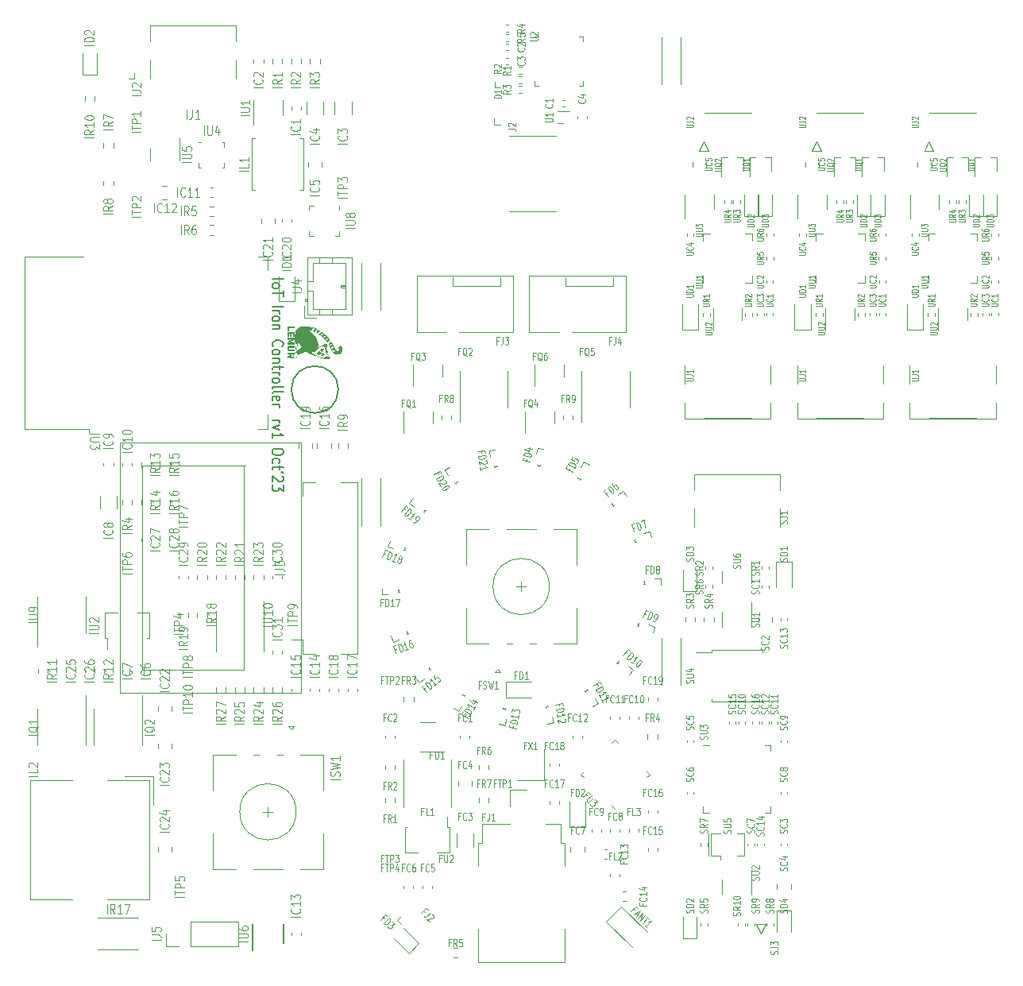
<source format=gbr>
G04 #@! TF.GenerationSoftware,KiCad,Pcbnew,7.0.8*
G04 #@! TF.CreationDate,2023-10-18T02:17:35-07:00*
G04 #@! TF.ProjectId,IotFan,496f7446-616e-42e6-9b69-6361645f7063,rev?*
G04 #@! TF.SameCoordinates,Original*
G04 #@! TF.FileFunction,Legend,Top*
G04 #@! TF.FilePolarity,Positive*
%FSLAX46Y46*%
G04 Gerber Fmt 4.6, Leading zero omitted, Abs format (unit mm)*
G04 Created by KiCad (PCBNEW 7.0.8) date 2023-10-18 02:17:35*
%MOMM*%
%LPD*%
G01*
G04 APERTURE LIST*
%ADD10C,0.150000*%
%ADD11C,0.100000*%
%ADD12C,0.075000*%
%ADD13C,0.120000*%
G04 APERTURE END LIST*
D10*
X73452657Y-82261904D02*
X74252657Y-82261904D01*
X74024085Y-82261904D02*
X74138371Y-82309523D01*
X74138371Y-82309523D02*
X74195514Y-82357142D01*
X74195514Y-82357142D02*
X74252657Y-82452380D01*
X74252657Y-82452380D02*
X74252657Y-82547618D01*
X74252657Y-82785714D02*
X73452657Y-83023809D01*
X73452657Y-83023809D02*
X74252657Y-83261904D01*
X73452657Y-84166666D02*
X73452657Y-83595238D01*
X73452657Y-83880952D02*
X74652657Y-83880952D01*
X74652657Y-83880952D02*
X74481228Y-83785714D01*
X74481228Y-83785714D02*
X74366942Y-83690476D01*
X74366942Y-83690476D02*
X74309800Y-83595238D01*
X74652657Y-85547619D02*
X74652657Y-85738095D01*
X74652657Y-85738095D02*
X74595514Y-85833333D01*
X74595514Y-85833333D02*
X74481228Y-85928571D01*
X74481228Y-85928571D02*
X74252657Y-85976190D01*
X74252657Y-85976190D02*
X73852657Y-85976190D01*
X73852657Y-85976190D02*
X73624085Y-85928571D01*
X73624085Y-85928571D02*
X73509800Y-85833333D01*
X73509800Y-85833333D02*
X73452657Y-85738095D01*
X73452657Y-85738095D02*
X73452657Y-85547619D01*
X73452657Y-85547619D02*
X73509800Y-85452381D01*
X73509800Y-85452381D02*
X73624085Y-85357143D01*
X73624085Y-85357143D02*
X73852657Y-85309524D01*
X73852657Y-85309524D02*
X74252657Y-85309524D01*
X74252657Y-85309524D02*
X74481228Y-85357143D01*
X74481228Y-85357143D02*
X74595514Y-85452381D01*
X74595514Y-85452381D02*
X74652657Y-85547619D01*
X73509800Y-86833333D02*
X73452657Y-86738095D01*
X73452657Y-86738095D02*
X73452657Y-86547619D01*
X73452657Y-86547619D02*
X73509800Y-86452381D01*
X73509800Y-86452381D02*
X73566942Y-86404762D01*
X73566942Y-86404762D02*
X73681228Y-86357143D01*
X73681228Y-86357143D02*
X74024085Y-86357143D01*
X74024085Y-86357143D02*
X74138371Y-86404762D01*
X74138371Y-86404762D02*
X74195514Y-86452381D01*
X74195514Y-86452381D02*
X74252657Y-86547619D01*
X74252657Y-86547619D02*
X74252657Y-86738095D01*
X74252657Y-86738095D02*
X74195514Y-86833333D01*
X74252657Y-87119048D02*
X74252657Y-87500000D01*
X74652657Y-87261905D02*
X73624085Y-87261905D01*
X73624085Y-87261905D02*
X73509800Y-87309524D01*
X73509800Y-87309524D02*
X73452657Y-87404762D01*
X73452657Y-87404762D02*
X73452657Y-87500000D01*
X74652657Y-87880953D02*
X74424085Y-87785715D01*
X74538371Y-88261905D02*
X74595514Y-88309524D01*
X74595514Y-88309524D02*
X74652657Y-88404762D01*
X74652657Y-88404762D02*
X74652657Y-88642857D01*
X74652657Y-88642857D02*
X74595514Y-88738095D01*
X74595514Y-88738095D02*
X74538371Y-88785714D01*
X74538371Y-88785714D02*
X74424085Y-88833333D01*
X74424085Y-88833333D02*
X74309800Y-88833333D01*
X74309800Y-88833333D02*
X74138371Y-88785714D01*
X74138371Y-88785714D02*
X73452657Y-88214286D01*
X73452657Y-88214286D02*
X73452657Y-88833333D01*
X74652657Y-89166667D02*
X74652657Y-89785714D01*
X74652657Y-89785714D02*
X74195514Y-89452381D01*
X74195514Y-89452381D02*
X74195514Y-89595238D01*
X74195514Y-89595238D02*
X74138371Y-89690476D01*
X74138371Y-89690476D02*
X74081228Y-89738095D01*
X74081228Y-89738095D02*
X73966942Y-89785714D01*
X73966942Y-89785714D02*
X73681228Y-89785714D01*
X73681228Y-89785714D02*
X73566942Y-89738095D01*
X73566942Y-89738095D02*
X73509800Y-89690476D01*
X73509800Y-89690476D02*
X73452657Y-89595238D01*
X73452657Y-89595238D02*
X73452657Y-89309524D01*
X73452657Y-89309524D02*
X73509800Y-89214286D01*
X73509800Y-89214286D02*
X73566942Y-89166667D01*
X73452657Y-67238094D02*
X74652657Y-67238094D01*
X73452657Y-67857141D02*
X73509800Y-67761903D01*
X73509800Y-67761903D02*
X73566942Y-67714284D01*
X73566942Y-67714284D02*
X73681228Y-67666665D01*
X73681228Y-67666665D02*
X74024085Y-67666665D01*
X74024085Y-67666665D02*
X74138371Y-67714284D01*
X74138371Y-67714284D02*
X74195514Y-67761903D01*
X74195514Y-67761903D02*
X74252657Y-67857141D01*
X74252657Y-67857141D02*
X74252657Y-67999998D01*
X74252657Y-67999998D02*
X74195514Y-68095236D01*
X74195514Y-68095236D02*
X74138371Y-68142855D01*
X74138371Y-68142855D02*
X74024085Y-68190474D01*
X74024085Y-68190474D02*
X73681228Y-68190474D01*
X73681228Y-68190474D02*
X73566942Y-68142855D01*
X73566942Y-68142855D02*
X73509800Y-68095236D01*
X73509800Y-68095236D02*
X73452657Y-67999998D01*
X73452657Y-67999998D02*
X73452657Y-67857141D01*
X74652657Y-68476189D02*
X74652657Y-69047617D01*
X73452657Y-68761903D02*
X74652657Y-68761903D01*
X73452657Y-70142856D02*
X74652657Y-70142856D01*
X73452657Y-70619046D02*
X74252657Y-70619046D01*
X74024085Y-70619046D02*
X74138371Y-70666665D01*
X74138371Y-70666665D02*
X74195514Y-70714284D01*
X74195514Y-70714284D02*
X74252657Y-70809522D01*
X74252657Y-70809522D02*
X74252657Y-70904760D01*
X73452657Y-71380951D02*
X73509800Y-71285713D01*
X73509800Y-71285713D02*
X73566942Y-71238094D01*
X73566942Y-71238094D02*
X73681228Y-71190475D01*
X73681228Y-71190475D02*
X74024085Y-71190475D01*
X74024085Y-71190475D02*
X74138371Y-71238094D01*
X74138371Y-71238094D02*
X74195514Y-71285713D01*
X74195514Y-71285713D02*
X74252657Y-71380951D01*
X74252657Y-71380951D02*
X74252657Y-71523808D01*
X74252657Y-71523808D02*
X74195514Y-71619046D01*
X74195514Y-71619046D02*
X74138371Y-71666665D01*
X74138371Y-71666665D02*
X74024085Y-71714284D01*
X74024085Y-71714284D02*
X73681228Y-71714284D01*
X73681228Y-71714284D02*
X73566942Y-71666665D01*
X73566942Y-71666665D02*
X73509800Y-71619046D01*
X73509800Y-71619046D02*
X73452657Y-71523808D01*
X73452657Y-71523808D02*
X73452657Y-71380951D01*
X74252657Y-72142856D02*
X73452657Y-72142856D01*
X74138371Y-72142856D02*
X74195514Y-72190475D01*
X74195514Y-72190475D02*
X74252657Y-72285713D01*
X74252657Y-72285713D02*
X74252657Y-72428570D01*
X74252657Y-72428570D02*
X74195514Y-72523808D01*
X74195514Y-72523808D02*
X74081228Y-72571427D01*
X74081228Y-72571427D02*
X73452657Y-72571427D01*
X73566942Y-74380951D02*
X73509800Y-74333332D01*
X73509800Y-74333332D02*
X73452657Y-74190475D01*
X73452657Y-74190475D02*
X73452657Y-74095237D01*
X73452657Y-74095237D02*
X73509800Y-73952380D01*
X73509800Y-73952380D02*
X73624085Y-73857142D01*
X73624085Y-73857142D02*
X73738371Y-73809523D01*
X73738371Y-73809523D02*
X73966942Y-73761904D01*
X73966942Y-73761904D02*
X74138371Y-73761904D01*
X74138371Y-73761904D02*
X74366942Y-73809523D01*
X74366942Y-73809523D02*
X74481228Y-73857142D01*
X74481228Y-73857142D02*
X74595514Y-73952380D01*
X74595514Y-73952380D02*
X74652657Y-74095237D01*
X74652657Y-74095237D02*
X74652657Y-74190475D01*
X74652657Y-74190475D02*
X74595514Y-74333332D01*
X74595514Y-74333332D02*
X74538371Y-74380951D01*
X73452657Y-74952380D02*
X73509800Y-74857142D01*
X73509800Y-74857142D02*
X73566942Y-74809523D01*
X73566942Y-74809523D02*
X73681228Y-74761904D01*
X73681228Y-74761904D02*
X74024085Y-74761904D01*
X74024085Y-74761904D02*
X74138371Y-74809523D01*
X74138371Y-74809523D02*
X74195514Y-74857142D01*
X74195514Y-74857142D02*
X74252657Y-74952380D01*
X74252657Y-74952380D02*
X74252657Y-75095237D01*
X74252657Y-75095237D02*
X74195514Y-75190475D01*
X74195514Y-75190475D02*
X74138371Y-75238094D01*
X74138371Y-75238094D02*
X74024085Y-75285713D01*
X74024085Y-75285713D02*
X73681228Y-75285713D01*
X73681228Y-75285713D02*
X73566942Y-75238094D01*
X73566942Y-75238094D02*
X73509800Y-75190475D01*
X73509800Y-75190475D02*
X73452657Y-75095237D01*
X73452657Y-75095237D02*
X73452657Y-74952380D01*
X74252657Y-75714285D02*
X73452657Y-75714285D01*
X74138371Y-75714285D02*
X74195514Y-75761904D01*
X74195514Y-75761904D02*
X74252657Y-75857142D01*
X74252657Y-75857142D02*
X74252657Y-75999999D01*
X74252657Y-75999999D02*
X74195514Y-76095237D01*
X74195514Y-76095237D02*
X74081228Y-76142856D01*
X74081228Y-76142856D02*
X73452657Y-76142856D01*
X74252657Y-76476190D02*
X74252657Y-76857142D01*
X74652657Y-76619047D02*
X73624085Y-76619047D01*
X73624085Y-76619047D02*
X73509800Y-76666666D01*
X73509800Y-76666666D02*
X73452657Y-76761904D01*
X73452657Y-76761904D02*
X73452657Y-76857142D01*
X73452657Y-77190476D02*
X74252657Y-77190476D01*
X74024085Y-77190476D02*
X74138371Y-77238095D01*
X74138371Y-77238095D02*
X74195514Y-77285714D01*
X74195514Y-77285714D02*
X74252657Y-77380952D01*
X74252657Y-77380952D02*
X74252657Y-77476190D01*
X73452657Y-77952381D02*
X73509800Y-77857143D01*
X73509800Y-77857143D02*
X73566942Y-77809524D01*
X73566942Y-77809524D02*
X73681228Y-77761905D01*
X73681228Y-77761905D02*
X74024085Y-77761905D01*
X74024085Y-77761905D02*
X74138371Y-77809524D01*
X74138371Y-77809524D02*
X74195514Y-77857143D01*
X74195514Y-77857143D02*
X74252657Y-77952381D01*
X74252657Y-77952381D02*
X74252657Y-78095238D01*
X74252657Y-78095238D02*
X74195514Y-78190476D01*
X74195514Y-78190476D02*
X74138371Y-78238095D01*
X74138371Y-78238095D02*
X74024085Y-78285714D01*
X74024085Y-78285714D02*
X73681228Y-78285714D01*
X73681228Y-78285714D02*
X73566942Y-78238095D01*
X73566942Y-78238095D02*
X73509800Y-78190476D01*
X73509800Y-78190476D02*
X73452657Y-78095238D01*
X73452657Y-78095238D02*
X73452657Y-77952381D01*
X73452657Y-78857143D02*
X73509800Y-78761905D01*
X73509800Y-78761905D02*
X73624085Y-78714286D01*
X73624085Y-78714286D02*
X74652657Y-78714286D01*
X73452657Y-79380953D02*
X73509800Y-79285715D01*
X73509800Y-79285715D02*
X73624085Y-79238096D01*
X73624085Y-79238096D02*
X74652657Y-79238096D01*
X73509800Y-80142858D02*
X73452657Y-80047620D01*
X73452657Y-80047620D02*
X73452657Y-79857144D01*
X73452657Y-79857144D02*
X73509800Y-79761906D01*
X73509800Y-79761906D02*
X73624085Y-79714287D01*
X73624085Y-79714287D02*
X74081228Y-79714287D01*
X74081228Y-79714287D02*
X74195514Y-79761906D01*
X74195514Y-79761906D02*
X74252657Y-79857144D01*
X74252657Y-79857144D02*
X74252657Y-80047620D01*
X74252657Y-80047620D02*
X74195514Y-80142858D01*
X74195514Y-80142858D02*
X74081228Y-80190477D01*
X74081228Y-80190477D02*
X73966942Y-80190477D01*
X73966942Y-80190477D02*
X73852657Y-79714287D01*
X73452657Y-80619049D02*
X74252657Y-80619049D01*
X74024085Y-80619049D02*
X74138371Y-80666668D01*
X74138371Y-80666668D02*
X74195514Y-80714287D01*
X74195514Y-80714287D02*
X74252657Y-80809525D01*
X74252657Y-80809525D02*
X74252657Y-80904763D01*
D11*
X147618633Y-55642857D02*
X148185300Y-55642857D01*
X148185300Y-55642857D02*
X148251966Y-55619047D01*
X148251966Y-55619047D02*
X148285300Y-55595238D01*
X148285300Y-55595238D02*
X148318633Y-55547619D01*
X148318633Y-55547619D02*
X148318633Y-55452381D01*
X148318633Y-55452381D02*
X148285300Y-55404762D01*
X148285300Y-55404762D02*
X148251966Y-55380952D01*
X148251966Y-55380952D02*
X148185300Y-55357143D01*
X148185300Y-55357143D02*
X147618633Y-55357143D01*
X148385300Y-54785714D02*
X148351966Y-54833333D01*
X148351966Y-54833333D02*
X148285300Y-54880952D01*
X148285300Y-54880952D02*
X148185300Y-54952380D01*
X148185300Y-54952380D02*
X148151966Y-54999999D01*
X148151966Y-54999999D02*
X148151966Y-55047618D01*
X148318633Y-55023809D02*
X148285300Y-55071428D01*
X148285300Y-55071428D02*
X148218633Y-55119047D01*
X148218633Y-55119047D02*
X148085300Y-55142856D01*
X148085300Y-55142856D02*
X147851966Y-55142856D01*
X147851966Y-55142856D02*
X147718633Y-55119047D01*
X147718633Y-55119047D02*
X147651966Y-55071428D01*
X147651966Y-55071428D02*
X147618633Y-55023809D01*
X147618633Y-55023809D02*
X147618633Y-54928571D01*
X147618633Y-54928571D02*
X147651966Y-54880952D01*
X147651966Y-54880952D02*
X147718633Y-54833333D01*
X147718633Y-54833333D02*
X147851966Y-54809523D01*
X147851966Y-54809523D02*
X148085300Y-54809523D01*
X148085300Y-54809523D02*
X148218633Y-54833333D01*
X148218633Y-54833333D02*
X148285300Y-54880952D01*
X148285300Y-54880952D02*
X148318633Y-54928571D01*
X148318633Y-54928571D02*
X148318633Y-55023809D01*
X148318633Y-54333332D02*
X148318633Y-54619046D01*
X148318633Y-54476189D02*
X147618633Y-54476189D01*
X147618633Y-54476189D02*
X147718633Y-54523808D01*
X147718633Y-54523808D02*
X147785300Y-54571427D01*
X147785300Y-54571427D02*
X147818633Y-54619046D01*
X141618633Y-69130952D02*
X142185300Y-69130952D01*
X142185300Y-69130952D02*
X142251966Y-69107142D01*
X142251966Y-69107142D02*
X142285300Y-69083333D01*
X142285300Y-69083333D02*
X142318633Y-69035714D01*
X142318633Y-69035714D02*
X142318633Y-68940476D01*
X142318633Y-68940476D02*
X142285300Y-68892857D01*
X142285300Y-68892857D02*
X142251966Y-68869047D01*
X142251966Y-68869047D02*
X142185300Y-68845238D01*
X142185300Y-68845238D02*
X141618633Y-68845238D01*
X142318633Y-68607142D02*
X141618633Y-68607142D01*
X141618633Y-68607142D02*
X141618633Y-68488094D01*
X141618633Y-68488094D02*
X141651966Y-68416666D01*
X141651966Y-68416666D02*
X141718633Y-68369047D01*
X141718633Y-68369047D02*
X141785300Y-68345237D01*
X141785300Y-68345237D02*
X141918633Y-68321428D01*
X141918633Y-68321428D02*
X142018633Y-68321428D01*
X142018633Y-68321428D02*
X142151966Y-68345237D01*
X142151966Y-68345237D02*
X142218633Y-68369047D01*
X142218633Y-68369047D02*
X142285300Y-68416666D01*
X142285300Y-68416666D02*
X142318633Y-68488094D01*
X142318633Y-68488094D02*
X142318633Y-68607142D01*
X142318633Y-67845237D02*
X142318633Y-68130951D01*
X142318633Y-67988094D02*
X141618633Y-67988094D01*
X141618633Y-67988094D02*
X141718633Y-68035713D01*
X141718633Y-68035713D02*
X141785300Y-68083332D01*
X141785300Y-68083332D02*
X141818633Y-68130951D01*
X149118633Y-70130952D02*
X149685300Y-70130952D01*
X149685300Y-70130952D02*
X149751966Y-70107142D01*
X149751966Y-70107142D02*
X149785300Y-70083333D01*
X149785300Y-70083333D02*
X149818633Y-70035714D01*
X149818633Y-70035714D02*
X149818633Y-69940476D01*
X149818633Y-69940476D02*
X149785300Y-69892857D01*
X149785300Y-69892857D02*
X149751966Y-69869047D01*
X149751966Y-69869047D02*
X149685300Y-69845238D01*
X149685300Y-69845238D02*
X149118633Y-69845238D01*
X149751966Y-69321428D02*
X149785300Y-69345237D01*
X149785300Y-69345237D02*
X149818633Y-69416666D01*
X149818633Y-69416666D02*
X149818633Y-69464285D01*
X149818633Y-69464285D02*
X149785300Y-69535713D01*
X149785300Y-69535713D02*
X149718633Y-69583332D01*
X149718633Y-69583332D02*
X149651966Y-69607142D01*
X149651966Y-69607142D02*
X149518633Y-69630951D01*
X149518633Y-69630951D02*
X149418633Y-69630951D01*
X149418633Y-69630951D02*
X149285300Y-69607142D01*
X149285300Y-69607142D02*
X149218633Y-69583332D01*
X149218633Y-69583332D02*
X149151966Y-69535713D01*
X149151966Y-69535713D02*
X149118633Y-69464285D01*
X149118633Y-69464285D02*
X149118633Y-69416666D01*
X149118633Y-69416666D02*
X149151966Y-69345237D01*
X149151966Y-69345237D02*
X149185300Y-69321428D01*
X149118633Y-69154761D02*
X149118633Y-68845237D01*
X149118633Y-68845237D02*
X149385300Y-69011904D01*
X149385300Y-69011904D02*
X149385300Y-68940475D01*
X149385300Y-68940475D02*
X149418633Y-68892856D01*
X149418633Y-68892856D02*
X149451966Y-68869047D01*
X149451966Y-68869047D02*
X149518633Y-68845237D01*
X149518633Y-68845237D02*
X149685300Y-68845237D01*
X149685300Y-68845237D02*
X149751966Y-68869047D01*
X149751966Y-68869047D02*
X149785300Y-68892856D01*
X149785300Y-68892856D02*
X149818633Y-68940475D01*
X149818633Y-68940475D02*
X149818633Y-69083332D01*
X149818633Y-69083332D02*
X149785300Y-69130951D01*
X149785300Y-69130951D02*
X149751966Y-69154761D01*
X145618633Y-61130952D02*
X146185300Y-61130952D01*
X146185300Y-61130952D02*
X146251966Y-61107142D01*
X146251966Y-61107142D02*
X146285300Y-61083333D01*
X146285300Y-61083333D02*
X146318633Y-61035714D01*
X146318633Y-61035714D02*
X146318633Y-60940476D01*
X146318633Y-60940476D02*
X146285300Y-60892857D01*
X146285300Y-60892857D02*
X146251966Y-60869047D01*
X146251966Y-60869047D02*
X146185300Y-60845238D01*
X146185300Y-60845238D02*
X145618633Y-60845238D01*
X146318633Y-60321428D02*
X145985300Y-60488094D01*
X146318633Y-60607142D02*
X145618633Y-60607142D01*
X145618633Y-60607142D02*
X145618633Y-60416666D01*
X145618633Y-60416666D02*
X145651966Y-60369047D01*
X145651966Y-60369047D02*
X145685300Y-60345237D01*
X145685300Y-60345237D02*
X145751966Y-60321428D01*
X145751966Y-60321428D02*
X145851966Y-60321428D01*
X145851966Y-60321428D02*
X145918633Y-60345237D01*
X145918633Y-60345237D02*
X145951966Y-60369047D01*
X145951966Y-60369047D02*
X145985300Y-60416666D01*
X145985300Y-60416666D02*
X145985300Y-60607142D01*
X145851966Y-59892856D02*
X146318633Y-59892856D01*
X145585300Y-60011904D02*
X146085300Y-60130951D01*
X146085300Y-60130951D02*
X146085300Y-59821428D01*
X141618633Y-78071428D02*
X142185300Y-78071428D01*
X142185300Y-78071428D02*
X142251966Y-78047618D01*
X142251966Y-78047618D02*
X142285300Y-78023809D01*
X142285300Y-78023809D02*
X142318633Y-77976190D01*
X142318633Y-77976190D02*
X142318633Y-77880952D01*
X142318633Y-77880952D02*
X142285300Y-77833333D01*
X142285300Y-77833333D02*
X142251966Y-77809523D01*
X142251966Y-77809523D02*
X142185300Y-77785714D01*
X142185300Y-77785714D02*
X141618633Y-77785714D01*
X141618633Y-77404761D02*
X142118633Y-77404761D01*
X142118633Y-77404761D02*
X142218633Y-77428570D01*
X142218633Y-77428570D02*
X142285300Y-77476189D01*
X142285300Y-77476189D02*
X142318633Y-77547618D01*
X142318633Y-77547618D02*
X142318633Y-77595237D01*
X142318633Y-76904761D02*
X142318633Y-77190475D01*
X142318633Y-77047618D02*
X141618633Y-77047618D01*
X141618633Y-77047618D02*
X141718633Y-77095237D01*
X141718633Y-77095237D02*
X141785300Y-77142856D01*
X141785300Y-77142856D02*
X141818633Y-77190475D01*
X144618633Y-55692857D02*
X145185300Y-55692857D01*
X145185300Y-55692857D02*
X145251966Y-55669047D01*
X145251966Y-55669047D02*
X145285300Y-55645238D01*
X145285300Y-55645238D02*
X145318633Y-55597619D01*
X145318633Y-55597619D02*
X145318633Y-55502381D01*
X145318633Y-55502381D02*
X145285300Y-55454762D01*
X145285300Y-55454762D02*
X145251966Y-55430952D01*
X145251966Y-55430952D02*
X145185300Y-55407143D01*
X145185300Y-55407143D02*
X144618633Y-55407143D01*
X145385300Y-54835714D02*
X145351966Y-54883333D01*
X145351966Y-54883333D02*
X145285300Y-54930952D01*
X145285300Y-54930952D02*
X145185300Y-55002380D01*
X145185300Y-55002380D02*
X145151966Y-55049999D01*
X145151966Y-55049999D02*
X145151966Y-55097618D01*
X145318633Y-55073809D02*
X145285300Y-55121428D01*
X145285300Y-55121428D02*
X145218633Y-55169047D01*
X145218633Y-55169047D02*
X145085300Y-55192856D01*
X145085300Y-55192856D02*
X144851966Y-55192856D01*
X144851966Y-55192856D02*
X144718633Y-55169047D01*
X144718633Y-55169047D02*
X144651966Y-55121428D01*
X144651966Y-55121428D02*
X144618633Y-55073809D01*
X144618633Y-55073809D02*
X144618633Y-54978571D01*
X144618633Y-54978571D02*
X144651966Y-54930952D01*
X144651966Y-54930952D02*
X144718633Y-54883333D01*
X144718633Y-54883333D02*
X144851966Y-54859523D01*
X144851966Y-54859523D02*
X145085300Y-54859523D01*
X145085300Y-54859523D02*
X145218633Y-54883333D01*
X145218633Y-54883333D02*
X145285300Y-54930952D01*
X145285300Y-54930952D02*
X145318633Y-54978571D01*
X145318633Y-54978571D02*
X145318633Y-55073809D01*
X144685300Y-54669046D02*
X144651966Y-54645237D01*
X144651966Y-54645237D02*
X144618633Y-54597618D01*
X144618633Y-54597618D02*
X144618633Y-54478570D01*
X144618633Y-54478570D02*
X144651966Y-54430951D01*
X144651966Y-54430951D02*
X144685300Y-54407142D01*
X144685300Y-54407142D02*
X144751966Y-54383332D01*
X144751966Y-54383332D02*
X144818633Y-54383332D01*
X144818633Y-54383332D02*
X144918633Y-54407142D01*
X144918633Y-54407142D02*
X145318633Y-54692856D01*
X145318633Y-54692856D02*
X145318633Y-54383332D01*
X142618633Y-68142857D02*
X143185300Y-68142857D01*
X143185300Y-68142857D02*
X143251966Y-68119047D01*
X143251966Y-68119047D02*
X143285300Y-68095238D01*
X143285300Y-68095238D02*
X143318633Y-68047619D01*
X143318633Y-68047619D02*
X143318633Y-67952381D01*
X143318633Y-67952381D02*
X143285300Y-67904762D01*
X143285300Y-67904762D02*
X143251966Y-67880952D01*
X143251966Y-67880952D02*
X143185300Y-67857143D01*
X143185300Y-67857143D02*
X142618633Y-67857143D01*
X142618633Y-67619047D02*
X143185300Y-67619047D01*
X143185300Y-67619047D02*
X143251966Y-67595237D01*
X143251966Y-67595237D02*
X143285300Y-67571428D01*
X143285300Y-67571428D02*
X143318633Y-67523809D01*
X143318633Y-67523809D02*
X143318633Y-67428571D01*
X143318633Y-67428571D02*
X143285300Y-67380952D01*
X143285300Y-67380952D02*
X143251966Y-67357142D01*
X143251966Y-67357142D02*
X143185300Y-67333333D01*
X143185300Y-67333333D02*
X142618633Y-67333333D01*
X143318633Y-66833332D02*
X143318633Y-67119046D01*
X143318633Y-66976189D02*
X142618633Y-66976189D01*
X142618633Y-66976189D02*
X142718633Y-67023808D01*
X142718633Y-67023808D02*
X142785300Y-67071427D01*
X142785300Y-67071427D02*
X142818633Y-67119046D01*
X150118633Y-70130952D02*
X150685300Y-70130952D01*
X150685300Y-70130952D02*
X150751966Y-70107142D01*
X150751966Y-70107142D02*
X150785300Y-70083333D01*
X150785300Y-70083333D02*
X150818633Y-70035714D01*
X150818633Y-70035714D02*
X150818633Y-69940476D01*
X150818633Y-69940476D02*
X150785300Y-69892857D01*
X150785300Y-69892857D02*
X150751966Y-69869047D01*
X150751966Y-69869047D02*
X150685300Y-69845238D01*
X150685300Y-69845238D02*
X150118633Y-69845238D01*
X150751966Y-69321428D02*
X150785300Y-69345237D01*
X150785300Y-69345237D02*
X150818633Y-69416666D01*
X150818633Y-69416666D02*
X150818633Y-69464285D01*
X150818633Y-69464285D02*
X150785300Y-69535713D01*
X150785300Y-69535713D02*
X150718633Y-69583332D01*
X150718633Y-69583332D02*
X150651966Y-69607142D01*
X150651966Y-69607142D02*
X150518633Y-69630951D01*
X150518633Y-69630951D02*
X150418633Y-69630951D01*
X150418633Y-69630951D02*
X150285300Y-69607142D01*
X150285300Y-69607142D02*
X150218633Y-69583332D01*
X150218633Y-69583332D02*
X150151966Y-69535713D01*
X150151966Y-69535713D02*
X150118633Y-69464285D01*
X150118633Y-69464285D02*
X150118633Y-69416666D01*
X150118633Y-69416666D02*
X150151966Y-69345237D01*
X150151966Y-69345237D02*
X150185300Y-69321428D01*
X150818633Y-68845237D02*
X150818633Y-69130951D01*
X150818633Y-68988094D02*
X150118633Y-68988094D01*
X150118633Y-68988094D02*
X150218633Y-69035713D01*
X150218633Y-69035713D02*
X150285300Y-69083332D01*
X150285300Y-69083332D02*
X150318633Y-69130951D01*
X146618633Y-61130952D02*
X147185300Y-61130952D01*
X147185300Y-61130952D02*
X147251966Y-61107142D01*
X147251966Y-61107142D02*
X147285300Y-61083333D01*
X147285300Y-61083333D02*
X147318633Y-61035714D01*
X147318633Y-61035714D02*
X147318633Y-60940476D01*
X147318633Y-60940476D02*
X147285300Y-60892857D01*
X147285300Y-60892857D02*
X147251966Y-60869047D01*
X147251966Y-60869047D02*
X147185300Y-60845238D01*
X147185300Y-60845238D02*
X146618633Y-60845238D01*
X147318633Y-60321428D02*
X146985300Y-60488094D01*
X147318633Y-60607142D02*
X146618633Y-60607142D01*
X146618633Y-60607142D02*
X146618633Y-60416666D01*
X146618633Y-60416666D02*
X146651966Y-60369047D01*
X146651966Y-60369047D02*
X146685300Y-60345237D01*
X146685300Y-60345237D02*
X146751966Y-60321428D01*
X146751966Y-60321428D02*
X146851966Y-60321428D01*
X146851966Y-60321428D02*
X146918633Y-60345237D01*
X146918633Y-60345237D02*
X146951966Y-60369047D01*
X146951966Y-60369047D02*
X146985300Y-60416666D01*
X146985300Y-60416666D02*
X146985300Y-60607142D01*
X146618633Y-60154761D02*
X146618633Y-59845237D01*
X146618633Y-59845237D02*
X146885300Y-60011904D01*
X146885300Y-60011904D02*
X146885300Y-59940475D01*
X146885300Y-59940475D02*
X146918633Y-59892856D01*
X146918633Y-59892856D02*
X146951966Y-59869047D01*
X146951966Y-59869047D02*
X147018633Y-59845237D01*
X147018633Y-59845237D02*
X147185300Y-59845237D01*
X147185300Y-59845237D02*
X147251966Y-59869047D01*
X147251966Y-59869047D02*
X147285300Y-59892856D01*
X147285300Y-59892856D02*
X147318633Y-59940475D01*
X147318633Y-59940475D02*
X147318633Y-60083332D01*
X147318633Y-60083332D02*
X147285300Y-60130951D01*
X147285300Y-60130951D02*
X147251966Y-60154761D01*
X148118633Y-61630952D02*
X148685300Y-61630952D01*
X148685300Y-61630952D02*
X148751966Y-61607142D01*
X148751966Y-61607142D02*
X148785300Y-61583333D01*
X148785300Y-61583333D02*
X148818633Y-61535714D01*
X148818633Y-61535714D02*
X148818633Y-61440476D01*
X148818633Y-61440476D02*
X148785300Y-61392857D01*
X148785300Y-61392857D02*
X148751966Y-61369047D01*
X148751966Y-61369047D02*
X148685300Y-61345238D01*
X148685300Y-61345238D02*
X148118633Y-61345238D01*
X148818633Y-61107142D02*
X148118633Y-61107142D01*
X148118633Y-61107142D02*
X148118633Y-60988094D01*
X148118633Y-60988094D02*
X148151966Y-60916666D01*
X148151966Y-60916666D02*
X148218633Y-60869047D01*
X148218633Y-60869047D02*
X148285300Y-60845237D01*
X148285300Y-60845237D02*
X148418633Y-60821428D01*
X148418633Y-60821428D02*
X148518633Y-60821428D01*
X148518633Y-60821428D02*
X148651966Y-60845237D01*
X148651966Y-60845237D02*
X148718633Y-60869047D01*
X148718633Y-60869047D02*
X148785300Y-60916666D01*
X148785300Y-60916666D02*
X148818633Y-60988094D01*
X148818633Y-60988094D02*
X148818633Y-61107142D01*
X148185300Y-60630951D02*
X148151966Y-60607142D01*
X148151966Y-60607142D02*
X148118633Y-60559523D01*
X148118633Y-60559523D02*
X148118633Y-60440475D01*
X148118633Y-60440475D02*
X148151966Y-60392856D01*
X148151966Y-60392856D02*
X148185300Y-60369047D01*
X148185300Y-60369047D02*
X148251966Y-60345237D01*
X148251966Y-60345237D02*
X148318633Y-60345237D01*
X148318633Y-60345237D02*
X148418633Y-60369047D01*
X148418633Y-60369047D02*
X148818633Y-60654761D01*
X148818633Y-60654761D02*
X148818633Y-60345237D01*
X149118633Y-63130952D02*
X149685300Y-63130952D01*
X149685300Y-63130952D02*
X149751966Y-63107142D01*
X149751966Y-63107142D02*
X149785300Y-63083333D01*
X149785300Y-63083333D02*
X149818633Y-63035714D01*
X149818633Y-63035714D02*
X149818633Y-62940476D01*
X149818633Y-62940476D02*
X149785300Y-62892857D01*
X149785300Y-62892857D02*
X149751966Y-62869047D01*
X149751966Y-62869047D02*
X149685300Y-62845238D01*
X149685300Y-62845238D02*
X149118633Y-62845238D01*
X149818633Y-62321428D02*
X149485300Y-62488094D01*
X149818633Y-62607142D02*
X149118633Y-62607142D01*
X149118633Y-62607142D02*
X149118633Y-62416666D01*
X149118633Y-62416666D02*
X149151966Y-62369047D01*
X149151966Y-62369047D02*
X149185300Y-62345237D01*
X149185300Y-62345237D02*
X149251966Y-62321428D01*
X149251966Y-62321428D02*
X149351966Y-62321428D01*
X149351966Y-62321428D02*
X149418633Y-62345237D01*
X149418633Y-62345237D02*
X149451966Y-62369047D01*
X149451966Y-62369047D02*
X149485300Y-62416666D01*
X149485300Y-62416666D02*
X149485300Y-62607142D01*
X149118633Y-61892856D02*
X149118633Y-61988094D01*
X149118633Y-61988094D02*
X149151966Y-62035713D01*
X149151966Y-62035713D02*
X149185300Y-62059523D01*
X149185300Y-62059523D02*
X149285300Y-62107142D01*
X149285300Y-62107142D02*
X149418633Y-62130951D01*
X149418633Y-62130951D02*
X149685300Y-62130951D01*
X149685300Y-62130951D02*
X149751966Y-62107142D01*
X149751966Y-62107142D02*
X149785300Y-62083332D01*
X149785300Y-62083332D02*
X149818633Y-62035713D01*
X149818633Y-62035713D02*
X149818633Y-61940475D01*
X149818633Y-61940475D02*
X149785300Y-61892856D01*
X149785300Y-61892856D02*
X149751966Y-61869047D01*
X149751966Y-61869047D02*
X149685300Y-61845237D01*
X149685300Y-61845237D02*
X149518633Y-61845237D01*
X149518633Y-61845237D02*
X149451966Y-61869047D01*
X149451966Y-61869047D02*
X149418633Y-61892856D01*
X149418633Y-61892856D02*
X149385300Y-61940475D01*
X149385300Y-61940475D02*
X149385300Y-62035713D01*
X149385300Y-62035713D02*
X149418633Y-62083332D01*
X149418633Y-62083332D02*
X149451966Y-62107142D01*
X149451966Y-62107142D02*
X149518633Y-62130951D01*
X149118633Y-68130952D02*
X149685300Y-68130952D01*
X149685300Y-68130952D02*
X149751966Y-68107142D01*
X149751966Y-68107142D02*
X149785300Y-68083333D01*
X149785300Y-68083333D02*
X149818633Y-68035714D01*
X149818633Y-68035714D02*
X149818633Y-67940476D01*
X149818633Y-67940476D02*
X149785300Y-67892857D01*
X149785300Y-67892857D02*
X149751966Y-67869047D01*
X149751966Y-67869047D02*
X149685300Y-67845238D01*
X149685300Y-67845238D02*
X149118633Y-67845238D01*
X149751966Y-67321428D02*
X149785300Y-67345237D01*
X149785300Y-67345237D02*
X149818633Y-67416666D01*
X149818633Y-67416666D02*
X149818633Y-67464285D01*
X149818633Y-67464285D02*
X149785300Y-67535713D01*
X149785300Y-67535713D02*
X149718633Y-67583332D01*
X149718633Y-67583332D02*
X149651966Y-67607142D01*
X149651966Y-67607142D02*
X149518633Y-67630951D01*
X149518633Y-67630951D02*
X149418633Y-67630951D01*
X149418633Y-67630951D02*
X149285300Y-67607142D01*
X149285300Y-67607142D02*
X149218633Y-67583332D01*
X149218633Y-67583332D02*
X149151966Y-67535713D01*
X149151966Y-67535713D02*
X149118633Y-67464285D01*
X149118633Y-67464285D02*
X149118633Y-67416666D01*
X149118633Y-67416666D02*
X149151966Y-67345237D01*
X149151966Y-67345237D02*
X149185300Y-67321428D01*
X149185300Y-67130951D02*
X149151966Y-67107142D01*
X149151966Y-67107142D02*
X149118633Y-67059523D01*
X149118633Y-67059523D02*
X149118633Y-66940475D01*
X149118633Y-66940475D02*
X149151966Y-66892856D01*
X149151966Y-66892856D02*
X149185300Y-66869047D01*
X149185300Y-66869047D02*
X149251966Y-66845237D01*
X149251966Y-66845237D02*
X149318633Y-66845237D01*
X149318633Y-66845237D02*
X149418633Y-66869047D01*
X149418633Y-66869047D02*
X149818633Y-67154761D01*
X149818633Y-67154761D02*
X149818633Y-66845237D01*
X141618633Y-64630952D02*
X142185300Y-64630952D01*
X142185300Y-64630952D02*
X142251966Y-64607142D01*
X142251966Y-64607142D02*
X142285300Y-64583333D01*
X142285300Y-64583333D02*
X142318633Y-64535714D01*
X142318633Y-64535714D02*
X142318633Y-64440476D01*
X142318633Y-64440476D02*
X142285300Y-64392857D01*
X142285300Y-64392857D02*
X142251966Y-64369047D01*
X142251966Y-64369047D02*
X142185300Y-64345238D01*
X142185300Y-64345238D02*
X141618633Y-64345238D01*
X142251966Y-63821428D02*
X142285300Y-63845237D01*
X142285300Y-63845237D02*
X142318633Y-63916666D01*
X142318633Y-63916666D02*
X142318633Y-63964285D01*
X142318633Y-63964285D02*
X142285300Y-64035713D01*
X142285300Y-64035713D02*
X142218633Y-64083332D01*
X142218633Y-64083332D02*
X142151966Y-64107142D01*
X142151966Y-64107142D02*
X142018633Y-64130951D01*
X142018633Y-64130951D02*
X141918633Y-64130951D01*
X141918633Y-64130951D02*
X141785300Y-64107142D01*
X141785300Y-64107142D02*
X141718633Y-64083332D01*
X141718633Y-64083332D02*
X141651966Y-64035713D01*
X141651966Y-64035713D02*
X141618633Y-63964285D01*
X141618633Y-63964285D02*
X141618633Y-63916666D01*
X141618633Y-63916666D02*
X141651966Y-63845237D01*
X141651966Y-63845237D02*
X141685300Y-63821428D01*
X141851966Y-63392856D02*
X142318633Y-63392856D01*
X141585300Y-63511904D02*
X142085300Y-63630951D01*
X142085300Y-63630951D02*
X142085300Y-63321428D01*
X149618633Y-61630952D02*
X150185300Y-61630952D01*
X150185300Y-61630952D02*
X150251966Y-61607142D01*
X150251966Y-61607142D02*
X150285300Y-61583333D01*
X150285300Y-61583333D02*
X150318633Y-61535714D01*
X150318633Y-61535714D02*
X150318633Y-61440476D01*
X150318633Y-61440476D02*
X150285300Y-61392857D01*
X150285300Y-61392857D02*
X150251966Y-61369047D01*
X150251966Y-61369047D02*
X150185300Y-61345238D01*
X150185300Y-61345238D02*
X149618633Y-61345238D01*
X150318633Y-61107142D02*
X149618633Y-61107142D01*
X149618633Y-61107142D02*
X149618633Y-60988094D01*
X149618633Y-60988094D02*
X149651966Y-60916666D01*
X149651966Y-60916666D02*
X149718633Y-60869047D01*
X149718633Y-60869047D02*
X149785300Y-60845237D01*
X149785300Y-60845237D02*
X149918633Y-60821428D01*
X149918633Y-60821428D02*
X150018633Y-60821428D01*
X150018633Y-60821428D02*
X150151966Y-60845237D01*
X150151966Y-60845237D02*
X150218633Y-60869047D01*
X150218633Y-60869047D02*
X150285300Y-60916666D01*
X150285300Y-60916666D02*
X150318633Y-60988094D01*
X150318633Y-60988094D02*
X150318633Y-61107142D01*
X149618633Y-60654761D02*
X149618633Y-60345237D01*
X149618633Y-60345237D02*
X149885300Y-60511904D01*
X149885300Y-60511904D02*
X149885300Y-60440475D01*
X149885300Y-60440475D02*
X149918633Y-60392856D01*
X149918633Y-60392856D02*
X149951966Y-60369047D01*
X149951966Y-60369047D02*
X150018633Y-60345237D01*
X150018633Y-60345237D02*
X150185300Y-60345237D01*
X150185300Y-60345237D02*
X150251966Y-60369047D01*
X150251966Y-60369047D02*
X150285300Y-60392856D01*
X150285300Y-60392856D02*
X150318633Y-60440475D01*
X150318633Y-60440475D02*
X150318633Y-60583332D01*
X150318633Y-60583332D02*
X150285300Y-60630951D01*
X150285300Y-60630951D02*
X150251966Y-60654761D01*
X141618633Y-51071428D02*
X142185300Y-51071428D01*
X142185300Y-51071428D02*
X142251966Y-51047618D01*
X142251966Y-51047618D02*
X142285300Y-51023809D01*
X142285300Y-51023809D02*
X142318633Y-50976190D01*
X142318633Y-50976190D02*
X142318633Y-50880952D01*
X142318633Y-50880952D02*
X142285300Y-50833333D01*
X142285300Y-50833333D02*
X142251966Y-50809523D01*
X142251966Y-50809523D02*
X142185300Y-50785714D01*
X142185300Y-50785714D02*
X141618633Y-50785714D01*
X141618633Y-50404761D02*
X142118633Y-50404761D01*
X142118633Y-50404761D02*
X142218633Y-50428570D01*
X142218633Y-50428570D02*
X142285300Y-50476189D01*
X142285300Y-50476189D02*
X142318633Y-50547618D01*
X142318633Y-50547618D02*
X142318633Y-50595237D01*
X141685300Y-50190475D02*
X141651966Y-50166666D01*
X141651966Y-50166666D02*
X141618633Y-50119047D01*
X141618633Y-50119047D02*
X141618633Y-49999999D01*
X141618633Y-49999999D02*
X141651966Y-49952380D01*
X141651966Y-49952380D02*
X141685300Y-49928571D01*
X141685300Y-49928571D02*
X141751966Y-49904761D01*
X141751966Y-49904761D02*
X141818633Y-49904761D01*
X141818633Y-49904761D02*
X141918633Y-49928571D01*
X141918633Y-49928571D02*
X142318633Y-50214285D01*
X142318633Y-50214285D02*
X142318633Y-49904761D01*
X149118633Y-65630952D02*
X149685300Y-65630952D01*
X149685300Y-65630952D02*
X149751966Y-65607142D01*
X149751966Y-65607142D02*
X149785300Y-65583333D01*
X149785300Y-65583333D02*
X149818633Y-65535714D01*
X149818633Y-65535714D02*
X149818633Y-65440476D01*
X149818633Y-65440476D02*
X149785300Y-65392857D01*
X149785300Y-65392857D02*
X149751966Y-65369047D01*
X149751966Y-65369047D02*
X149685300Y-65345238D01*
X149685300Y-65345238D02*
X149118633Y-65345238D01*
X149818633Y-64821428D02*
X149485300Y-64988094D01*
X149818633Y-65107142D02*
X149118633Y-65107142D01*
X149118633Y-65107142D02*
X149118633Y-64916666D01*
X149118633Y-64916666D02*
X149151966Y-64869047D01*
X149151966Y-64869047D02*
X149185300Y-64845237D01*
X149185300Y-64845237D02*
X149251966Y-64821428D01*
X149251966Y-64821428D02*
X149351966Y-64821428D01*
X149351966Y-64821428D02*
X149418633Y-64845237D01*
X149418633Y-64845237D02*
X149451966Y-64869047D01*
X149451966Y-64869047D02*
X149485300Y-64916666D01*
X149485300Y-64916666D02*
X149485300Y-65107142D01*
X149118633Y-64369047D02*
X149118633Y-64607142D01*
X149118633Y-64607142D02*
X149451966Y-64630951D01*
X149451966Y-64630951D02*
X149418633Y-64607142D01*
X149418633Y-64607142D02*
X149385300Y-64559523D01*
X149385300Y-64559523D02*
X149385300Y-64440475D01*
X149385300Y-64440475D02*
X149418633Y-64392856D01*
X149418633Y-64392856D02*
X149451966Y-64369047D01*
X149451966Y-64369047D02*
X149518633Y-64345237D01*
X149518633Y-64345237D02*
X149685300Y-64345237D01*
X149685300Y-64345237D02*
X149751966Y-64369047D01*
X149751966Y-64369047D02*
X149785300Y-64392856D01*
X149785300Y-64392856D02*
X149818633Y-64440475D01*
X149818633Y-64440475D02*
X149818633Y-64559523D01*
X149818633Y-64559523D02*
X149785300Y-64607142D01*
X149785300Y-64607142D02*
X149751966Y-64630951D01*
X143618633Y-73142857D02*
X144185300Y-73142857D01*
X144185300Y-73142857D02*
X144251966Y-73119047D01*
X144251966Y-73119047D02*
X144285300Y-73095238D01*
X144285300Y-73095238D02*
X144318633Y-73047619D01*
X144318633Y-73047619D02*
X144318633Y-72952381D01*
X144318633Y-72952381D02*
X144285300Y-72904762D01*
X144285300Y-72904762D02*
X144251966Y-72880952D01*
X144251966Y-72880952D02*
X144185300Y-72857143D01*
X144185300Y-72857143D02*
X143618633Y-72857143D01*
X143618633Y-72619047D02*
X144185300Y-72619047D01*
X144185300Y-72619047D02*
X144251966Y-72595237D01*
X144251966Y-72595237D02*
X144285300Y-72571428D01*
X144285300Y-72571428D02*
X144318633Y-72523809D01*
X144318633Y-72523809D02*
X144318633Y-72428571D01*
X144318633Y-72428571D02*
X144285300Y-72380952D01*
X144285300Y-72380952D02*
X144251966Y-72357142D01*
X144251966Y-72357142D02*
X144185300Y-72333333D01*
X144185300Y-72333333D02*
X143618633Y-72333333D01*
X143685300Y-72119046D02*
X143651966Y-72095237D01*
X143651966Y-72095237D02*
X143618633Y-72047618D01*
X143618633Y-72047618D02*
X143618633Y-71928570D01*
X143618633Y-71928570D02*
X143651966Y-71880951D01*
X143651966Y-71880951D02*
X143685300Y-71857142D01*
X143685300Y-71857142D02*
X143751966Y-71833332D01*
X143751966Y-71833332D02*
X143818633Y-71833332D01*
X143818633Y-71833332D02*
X143918633Y-71857142D01*
X143918633Y-71857142D02*
X144318633Y-72142856D01*
X144318633Y-72142856D02*
X144318633Y-71833332D01*
X143618633Y-55630952D02*
X144185300Y-55630952D01*
X144185300Y-55630952D02*
X144251966Y-55607142D01*
X144251966Y-55607142D02*
X144285300Y-55583333D01*
X144285300Y-55583333D02*
X144318633Y-55535714D01*
X144318633Y-55535714D02*
X144318633Y-55440476D01*
X144318633Y-55440476D02*
X144285300Y-55392857D01*
X144285300Y-55392857D02*
X144251966Y-55369047D01*
X144251966Y-55369047D02*
X144185300Y-55345238D01*
X144185300Y-55345238D02*
X143618633Y-55345238D01*
X144251966Y-54821428D02*
X144285300Y-54845237D01*
X144285300Y-54845237D02*
X144318633Y-54916666D01*
X144318633Y-54916666D02*
X144318633Y-54964285D01*
X144318633Y-54964285D02*
X144285300Y-55035713D01*
X144285300Y-55035713D02*
X144218633Y-55083332D01*
X144218633Y-55083332D02*
X144151966Y-55107142D01*
X144151966Y-55107142D02*
X144018633Y-55130951D01*
X144018633Y-55130951D02*
X143918633Y-55130951D01*
X143918633Y-55130951D02*
X143785300Y-55107142D01*
X143785300Y-55107142D02*
X143718633Y-55083332D01*
X143718633Y-55083332D02*
X143651966Y-55035713D01*
X143651966Y-55035713D02*
X143618633Y-54964285D01*
X143618633Y-54964285D02*
X143618633Y-54916666D01*
X143618633Y-54916666D02*
X143651966Y-54845237D01*
X143651966Y-54845237D02*
X143685300Y-54821428D01*
X143618633Y-54369047D02*
X143618633Y-54607142D01*
X143618633Y-54607142D02*
X143951966Y-54630951D01*
X143951966Y-54630951D02*
X143918633Y-54607142D01*
X143918633Y-54607142D02*
X143885300Y-54559523D01*
X143885300Y-54559523D02*
X143885300Y-54440475D01*
X143885300Y-54440475D02*
X143918633Y-54392856D01*
X143918633Y-54392856D02*
X143951966Y-54369047D01*
X143951966Y-54369047D02*
X144018633Y-54345237D01*
X144018633Y-54345237D02*
X144185300Y-54345237D01*
X144185300Y-54345237D02*
X144251966Y-54369047D01*
X144251966Y-54369047D02*
X144285300Y-54392856D01*
X144285300Y-54392856D02*
X144318633Y-54440475D01*
X144318633Y-54440475D02*
X144318633Y-54559523D01*
X144318633Y-54559523D02*
X144285300Y-54607142D01*
X144285300Y-54607142D02*
X144251966Y-54630951D01*
X147868633Y-70130952D02*
X148435300Y-70130952D01*
X148435300Y-70130952D02*
X148501966Y-70107142D01*
X148501966Y-70107142D02*
X148535300Y-70083333D01*
X148535300Y-70083333D02*
X148568633Y-70035714D01*
X148568633Y-70035714D02*
X148568633Y-69940476D01*
X148568633Y-69940476D02*
X148535300Y-69892857D01*
X148535300Y-69892857D02*
X148501966Y-69869047D01*
X148501966Y-69869047D02*
X148435300Y-69845238D01*
X148435300Y-69845238D02*
X147868633Y-69845238D01*
X148568633Y-69321428D02*
X148235300Y-69488094D01*
X148568633Y-69607142D02*
X147868633Y-69607142D01*
X147868633Y-69607142D02*
X147868633Y-69416666D01*
X147868633Y-69416666D02*
X147901966Y-69369047D01*
X147901966Y-69369047D02*
X147935300Y-69345237D01*
X147935300Y-69345237D02*
X148001966Y-69321428D01*
X148001966Y-69321428D02*
X148101966Y-69321428D01*
X148101966Y-69321428D02*
X148168633Y-69345237D01*
X148168633Y-69345237D02*
X148201966Y-69369047D01*
X148201966Y-69369047D02*
X148235300Y-69416666D01*
X148235300Y-69416666D02*
X148235300Y-69607142D01*
X147935300Y-69130951D02*
X147901966Y-69107142D01*
X147901966Y-69107142D02*
X147868633Y-69059523D01*
X147868633Y-69059523D02*
X147868633Y-68940475D01*
X147868633Y-68940475D02*
X147901966Y-68892856D01*
X147901966Y-68892856D02*
X147935300Y-68869047D01*
X147935300Y-68869047D02*
X148001966Y-68845237D01*
X148001966Y-68845237D02*
X148068633Y-68845237D01*
X148068633Y-68845237D02*
X148168633Y-68869047D01*
X148168633Y-68869047D02*
X148568633Y-69154761D01*
X148568633Y-69154761D02*
X148568633Y-68845237D01*
X143368633Y-70130952D02*
X143935300Y-70130952D01*
X143935300Y-70130952D02*
X144001966Y-70107142D01*
X144001966Y-70107142D02*
X144035300Y-70083333D01*
X144035300Y-70083333D02*
X144068633Y-70035714D01*
X144068633Y-70035714D02*
X144068633Y-69940476D01*
X144068633Y-69940476D02*
X144035300Y-69892857D01*
X144035300Y-69892857D02*
X144001966Y-69869047D01*
X144001966Y-69869047D02*
X143935300Y-69845238D01*
X143935300Y-69845238D02*
X143368633Y-69845238D01*
X144068633Y-69321428D02*
X143735300Y-69488094D01*
X144068633Y-69607142D02*
X143368633Y-69607142D01*
X143368633Y-69607142D02*
X143368633Y-69416666D01*
X143368633Y-69416666D02*
X143401966Y-69369047D01*
X143401966Y-69369047D02*
X143435300Y-69345237D01*
X143435300Y-69345237D02*
X143501966Y-69321428D01*
X143501966Y-69321428D02*
X143601966Y-69321428D01*
X143601966Y-69321428D02*
X143668633Y-69345237D01*
X143668633Y-69345237D02*
X143701966Y-69369047D01*
X143701966Y-69369047D02*
X143735300Y-69416666D01*
X143735300Y-69416666D02*
X143735300Y-69607142D01*
X144068633Y-68845237D02*
X144068633Y-69130951D01*
X144068633Y-68988094D02*
X143368633Y-68988094D01*
X143368633Y-68988094D02*
X143468633Y-69035713D01*
X143468633Y-69035713D02*
X143535300Y-69083332D01*
X143535300Y-69083332D02*
X143568633Y-69130951D01*
X142618633Y-62642857D02*
X143185300Y-62642857D01*
X143185300Y-62642857D02*
X143251966Y-62619047D01*
X143251966Y-62619047D02*
X143285300Y-62595238D01*
X143285300Y-62595238D02*
X143318633Y-62547619D01*
X143318633Y-62547619D02*
X143318633Y-62452381D01*
X143318633Y-62452381D02*
X143285300Y-62404762D01*
X143285300Y-62404762D02*
X143251966Y-62380952D01*
X143251966Y-62380952D02*
X143185300Y-62357143D01*
X143185300Y-62357143D02*
X142618633Y-62357143D01*
X142618633Y-62119047D02*
X143185300Y-62119047D01*
X143185300Y-62119047D02*
X143251966Y-62095237D01*
X143251966Y-62095237D02*
X143285300Y-62071428D01*
X143285300Y-62071428D02*
X143318633Y-62023809D01*
X143318633Y-62023809D02*
X143318633Y-61928571D01*
X143318633Y-61928571D02*
X143285300Y-61880952D01*
X143285300Y-61880952D02*
X143251966Y-61857142D01*
X143251966Y-61857142D02*
X143185300Y-61833333D01*
X143185300Y-61833333D02*
X142618633Y-61833333D01*
X142618633Y-61642856D02*
X142618633Y-61333332D01*
X142618633Y-61333332D02*
X142885300Y-61499999D01*
X142885300Y-61499999D02*
X142885300Y-61428570D01*
X142885300Y-61428570D02*
X142918633Y-61380951D01*
X142918633Y-61380951D02*
X142951966Y-61357142D01*
X142951966Y-61357142D02*
X143018633Y-61333332D01*
X143018633Y-61333332D02*
X143185300Y-61333332D01*
X143185300Y-61333332D02*
X143251966Y-61357142D01*
X143251966Y-61357142D02*
X143285300Y-61380951D01*
X143285300Y-61380951D02*
X143318633Y-61428570D01*
X143318633Y-61428570D02*
X143318633Y-61571427D01*
X143318633Y-61571427D02*
X143285300Y-61619046D01*
X143285300Y-61619046D02*
X143251966Y-61642856D01*
X135618633Y-55642857D02*
X136185300Y-55642857D01*
X136185300Y-55642857D02*
X136251966Y-55619047D01*
X136251966Y-55619047D02*
X136285300Y-55595238D01*
X136285300Y-55595238D02*
X136318633Y-55547619D01*
X136318633Y-55547619D02*
X136318633Y-55452381D01*
X136318633Y-55452381D02*
X136285300Y-55404762D01*
X136285300Y-55404762D02*
X136251966Y-55380952D01*
X136251966Y-55380952D02*
X136185300Y-55357143D01*
X136185300Y-55357143D02*
X135618633Y-55357143D01*
X136385300Y-54785714D02*
X136351966Y-54833333D01*
X136351966Y-54833333D02*
X136285300Y-54880952D01*
X136285300Y-54880952D02*
X136185300Y-54952380D01*
X136185300Y-54952380D02*
X136151966Y-54999999D01*
X136151966Y-54999999D02*
X136151966Y-55047618D01*
X136318633Y-55023809D02*
X136285300Y-55071428D01*
X136285300Y-55071428D02*
X136218633Y-55119047D01*
X136218633Y-55119047D02*
X136085300Y-55142856D01*
X136085300Y-55142856D02*
X135851966Y-55142856D01*
X135851966Y-55142856D02*
X135718633Y-55119047D01*
X135718633Y-55119047D02*
X135651966Y-55071428D01*
X135651966Y-55071428D02*
X135618633Y-55023809D01*
X135618633Y-55023809D02*
X135618633Y-54928571D01*
X135618633Y-54928571D02*
X135651966Y-54880952D01*
X135651966Y-54880952D02*
X135718633Y-54833333D01*
X135718633Y-54833333D02*
X135851966Y-54809523D01*
X135851966Y-54809523D02*
X136085300Y-54809523D01*
X136085300Y-54809523D02*
X136218633Y-54833333D01*
X136218633Y-54833333D02*
X136285300Y-54880952D01*
X136285300Y-54880952D02*
X136318633Y-54928571D01*
X136318633Y-54928571D02*
X136318633Y-55023809D01*
X136318633Y-54333332D02*
X136318633Y-54619046D01*
X136318633Y-54476189D02*
X135618633Y-54476189D01*
X135618633Y-54476189D02*
X135718633Y-54523808D01*
X135718633Y-54523808D02*
X135785300Y-54571427D01*
X135785300Y-54571427D02*
X135818633Y-54619046D01*
X129618633Y-69130952D02*
X130185300Y-69130952D01*
X130185300Y-69130952D02*
X130251966Y-69107142D01*
X130251966Y-69107142D02*
X130285300Y-69083333D01*
X130285300Y-69083333D02*
X130318633Y-69035714D01*
X130318633Y-69035714D02*
X130318633Y-68940476D01*
X130318633Y-68940476D02*
X130285300Y-68892857D01*
X130285300Y-68892857D02*
X130251966Y-68869047D01*
X130251966Y-68869047D02*
X130185300Y-68845238D01*
X130185300Y-68845238D02*
X129618633Y-68845238D01*
X130318633Y-68607142D02*
X129618633Y-68607142D01*
X129618633Y-68607142D02*
X129618633Y-68488094D01*
X129618633Y-68488094D02*
X129651966Y-68416666D01*
X129651966Y-68416666D02*
X129718633Y-68369047D01*
X129718633Y-68369047D02*
X129785300Y-68345237D01*
X129785300Y-68345237D02*
X129918633Y-68321428D01*
X129918633Y-68321428D02*
X130018633Y-68321428D01*
X130018633Y-68321428D02*
X130151966Y-68345237D01*
X130151966Y-68345237D02*
X130218633Y-68369047D01*
X130218633Y-68369047D02*
X130285300Y-68416666D01*
X130285300Y-68416666D02*
X130318633Y-68488094D01*
X130318633Y-68488094D02*
X130318633Y-68607142D01*
X130318633Y-67845237D02*
X130318633Y-68130951D01*
X130318633Y-67988094D02*
X129618633Y-67988094D01*
X129618633Y-67988094D02*
X129718633Y-68035713D01*
X129718633Y-68035713D02*
X129785300Y-68083332D01*
X129785300Y-68083332D02*
X129818633Y-68130951D01*
X137118633Y-70130952D02*
X137685300Y-70130952D01*
X137685300Y-70130952D02*
X137751966Y-70107142D01*
X137751966Y-70107142D02*
X137785300Y-70083333D01*
X137785300Y-70083333D02*
X137818633Y-70035714D01*
X137818633Y-70035714D02*
X137818633Y-69940476D01*
X137818633Y-69940476D02*
X137785300Y-69892857D01*
X137785300Y-69892857D02*
X137751966Y-69869047D01*
X137751966Y-69869047D02*
X137685300Y-69845238D01*
X137685300Y-69845238D02*
X137118633Y-69845238D01*
X137751966Y-69321428D02*
X137785300Y-69345237D01*
X137785300Y-69345237D02*
X137818633Y-69416666D01*
X137818633Y-69416666D02*
X137818633Y-69464285D01*
X137818633Y-69464285D02*
X137785300Y-69535713D01*
X137785300Y-69535713D02*
X137718633Y-69583332D01*
X137718633Y-69583332D02*
X137651966Y-69607142D01*
X137651966Y-69607142D02*
X137518633Y-69630951D01*
X137518633Y-69630951D02*
X137418633Y-69630951D01*
X137418633Y-69630951D02*
X137285300Y-69607142D01*
X137285300Y-69607142D02*
X137218633Y-69583332D01*
X137218633Y-69583332D02*
X137151966Y-69535713D01*
X137151966Y-69535713D02*
X137118633Y-69464285D01*
X137118633Y-69464285D02*
X137118633Y-69416666D01*
X137118633Y-69416666D02*
X137151966Y-69345237D01*
X137151966Y-69345237D02*
X137185300Y-69321428D01*
X137118633Y-69154761D02*
X137118633Y-68845237D01*
X137118633Y-68845237D02*
X137385300Y-69011904D01*
X137385300Y-69011904D02*
X137385300Y-68940475D01*
X137385300Y-68940475D02*
X137418633Y-68892856D01*
X137418633Y-68892856D02*
X137451966Y-68869047D01*
X137451966Y-68869047D02*
X137518633Y-68845237D01*
X137518633Y-68845237D02*
X137685300Y-68845237D01*
X137685300Y-68845237D02*
X137751966Y-68869047D01*
X137751966Y-68869047D02*
X137785300Y-68892856D01*
X137785300Y-68892856D02*
X137818633Y-68940475D01*
X137818633Y-68940475D02*
X137818633Y-69083332D01*
X137818633Y-69083332D02*
X137785300Y-69130951D01*
X137785300Y-69130951D02*
X137751966Y-69154761D01*
X133618633Y-61130952D02*
X134185300Y-61130952D01*
X134185300Y-61130952D02*
X134251966Y-61107142D01*
X134251966Y-61107142D02*
X134285300Y-61083333D01*
X134285300Y-61083333D02*
X134318633Y-61035714D01*
X134318633Y-61035714D02*
X134318633Y-60940476D01*
X134318633Y-60940476D02*
X134285300Y-60892857D01*
X134285300Y-60892857D02*
X134251966Y-60869047D01*
X134251966Y-60869047D02*
X134185300Y-60845238D01*
X134185300Y-60845238D02*
X133618633Y-60845238D01*
X134318633Y-60321428D02*
X133985300Y-60488094D01*
X134318633Y-60607142D02*
X133618633Y-60607142D01*
X133618633Y-60607142D02*
X133618633Y-60416666D01*
X133618633Y-60416666D02*
X133651966Y-60369047D01*
X133651966Y-60369047D02*
X133685300Y-60345237D01*
X133685300Y-60345237D02*
X133751966Y-60321428D01*
X133751966Y-60321428D02*
X133851966Y-60321428D01*
X133851966Y-60321428D02*
X133918633Y-60345237D01*
X133918633Y-60345237D02*
X133951966Y-60369047D01*
X133951966Y-60369047D02*
X133985300Y-60416666D01*
X133985300Y-60416666D02*
X133985300Y-60607142D01*
X133851966Y-59892856D02*
X134318633Y-59892856D01*
X133585300Y-60011904D02*
X134085300Y-60130951D01*
X134085300Y-60130951D02*
X134085300Y-59821428D01*
X129618633Y-78071428D02*
X130185300Y-78071428D01*
X130185300Y-78071428D02*
X130251966Y-78047618D01*
X130251966Y-78047618D02*
X130285300Y-78023809D01*
X130285300Y-78023809D02*
X130318633Y-77976190D01*
X130318633Y-77976190D02*
X130318633Y-77880952D01*
X130318633Y-77880952D02*
X130285300Y-77833333D01*
X130285300Y-77833333D02*
X130251966Y-77809523D01*
X130251966Y-77809523D02*
X130185300Y-77785714D01*
X130185300Y-77785714D02*
X129618633Y-77785714D01*
X129618633Y-77404761D02*
X130118633Y-77404761D01*
X130118633Y-77404761D02*
X130218633Y-77428570D01*
X130218633Y-77428570D02*
X130285300Y-77476189D01*
X130285300Y-77476189D02*
X130318633Y-77547618D01*
X130318633Y-77547618D02*
X130318633Y-77595237D01*
X130318633Y-76904761D02*
X130318633Y-77190475D01*
X130318633Y-77047618D02*
X129618633Y-77047618D01*
X129618633Y-77047618D02*
X129718633Y-77095237D01*
X129718633Y-77095237D02*
X129785300Y-77142856D01*
X129785300Y-77142856D02*
X129818633Y-77190475D01*
X132618633Y-55692857D02*
X133185300Y-55692857D01*
X133185300Y-55692857D02*
X133251966Y-55669047D01*
X133251966Y-55669047D02*
X133285300Y-55645238D01*
X133285300Y-55645238D02*
X133318633Y-55597619D01*
X133318633Y-55597619D02*
X133318633Y-55502381D01*
X133318633Y-55502381D02*
X133285300Y-55454762D01*
X133285300Y-55454762D02*
X133251966Y-55430952D01*
X133251966Y-55430952D02*
X133185300Y-55407143D01*
X133185300Y-55407143D02*
X132618633Y-55407143D01*
X133385300Y-54835714D02*
X133351966Y-54883333D01*
X133351966Y-54883333D02*
X133285300Y-54930952D01*
X133285300Y-54930952D02*
X133185300Y-55002380D01*
X133185300Y-55002380D02*
X133151966Y-55049999D01*
X133151966Y-55049999D02*
X133151966Y-55097618D01*
X133318633Y-55073809D02*
X133285300Y-55121428D01*
X133285300Y-55121428D02*
X133218633Y-55169047D01*
X133218633Y-55169047D02*
X133085300Y-55192856D01*
X133085300Y-55192856D02*
X132851966Y-55192856D01*
X132851966Y-55192856D02*
X132718633Y-55169047D01*
X132718633Y-55169047D02*
X132651966Y-55121428D01*
X132651966Y-55121428D02*
X132618633Y-55073809D01*
X132618633Y-55073809D02*
X132618633Y-54978571D01*
X132618633Y-54978571D02*
X132651966Y-54930952D01*
X132651966Y-54930952D02*
X132718633Y-54883333D01*
X132718633Y-54883333D02*
X132851966Y-54859523D01*
X132851966Y-54859523D02*
X133085300Y-54859523D01*
X133085300Y-54859523D02*
X133218633Y-54883333D01*
X133218633Y-54883333D02*
X133285300Y-54930952D01*
X133285300Y-54930952D02*
X133318633Y-54978571D01*
X133318633Y-54978571D02*
X133318633Y-55073809D01*
X132685300Y-54669046D02*
X132651966Y-54645237D01*
X132651966Y-54645237D02*
X132618633Y-54597618D01*
X132618633Y-54597618D02*
X132618633Y-54478570D01*
X132618633Y-54478570D02*
X132651966Y-54430951D01*
X132651966Y-54430951D02*
X132685300Y-54407142D01*
X132685300Y-54407142D02*
X132751966Y-54383332D01*
X132751966Y-54383332D02*
X132818633Y-54383332D01*
X132818633Y-54383332D02*
X132918633Y-54407142D01*
X132918633Y-54407142D02*
X133318633Y-54692856D01*
X133318633Y-54692856D02*
X133318633Y-54383332D01*
X130618633Y-68142857D02*
X131185300Y-68142857D01*
X131185300Y-68142857D02*
X131251966Y-68119047D01*
X131251966Y-68119047D02*
X131285300Y-68095238D01*
X131285300Y-68095238D02*
X131318633Y-68047619D01*
X131318633Y-68047619D02*
X131318633Y-67952381D01*
X131318633Y-67952381D02*
X131285300Y-67904762D01*
X131285300Y-67904762D02*
X131251966Y-67880952D01*
X131251966Y-67880952D02*
X131185300Y-67857143D01*
X131185300Y-67857143D02*
X130618633Y-67857143D01*
X130618633Y-67619047D02*
X131185300Y-67619047D01*
X131185300Y-67619047D02*
X131251966Y-67595237D01*
X131251966Y-67595237D02*
X131285300Y-67571428D01*
X131285300Y-67571428D02*
X131318633Y-67523809D01*
X131318633Y-67523809D02*
X131318633Y-67428571D01*
X131318633Y-67428571D02*
X131285300Y-67380952D01*
X131285300Y-67380952D02*
X131251966Y-67357142D01*
X131251966Y-67357142D02*
X131185300Y-67333333D01*
X131185300Y-67333333D02*
X130618633Y-67333333D01*
X131318633Y-66833332D02*
X131318633Y-67119046D01*
X131318633Y-66976189D02*
X130618633Y-66976189D01*
X130618633Y-66976189D02*
X130718633Y-67023808D01*
X130718633Y-67023808D02*
X130785300Y-67071427D01*
X130785300Y-67071427D02*
X130818633Y-67119046D01*
X138118633Y-70130952D02*
X138685300Y-70130952D01*
X138685300Y-70130952D02*
X138751966Y-70107142D01*
X138751966Y-70107142D02*
X138785300Y-70083333D01*
X138785300Y-70083333D02*
X138818633Y-70035714D01*
X138818633Y-70035714D02*
X138818633Y-69940476D01*
X138818633Y-69940476D02*
X138785300Y-69892857D01*
X138785300Y-69892857D02*
X138751966Y-69869047D01*
X138751966Y-69869047D02*
X138685300Y-69845238D01*
X138685300Y-69845238D02*
X138118633Y-69845238D01*
X138751966Y-69321428D02*
X138785300Y-69345237D01*
X138785300Y-69345237D02*
X138818633Y-69416666D01*
X138818633Y-69416666D02*
X138818633Y-69464285D01*
X138818633Y-69464285D02*
X138785300Y-69535713D01*
X138785300Y-69535713D02*
X138718633Y-69583332D01*
X138718633Y-69583332D02*
X138651966Y-69607142D01*
X138651966Y-69607142D02*
X138518633Y-69630951D01*
X138518633Y-69630951D02*
X138418633Y-69630951D01*
X138418633Y-69630951D02*
X138285300Y-69607142D01*
X138285300Y-69607142D02*
X138218633Y-69583332D01*
X138218633Y-69583332D02*
X138151966Y-69535713D01*
X138151966Y-69535713D02*
X138118633Y-69464285D01*
X138118633Y-69464285D02*
X138118633Y-69416666D01*
X138118633Y-69416666D02*
X138151966Y-69345237D01*
X138151966Y-69345237D02*
X138185300Y-69321428D01*
X138818633Y-68845237D02*
X138818633Y-69130951D01*
X138818633Y-68988094D02*
X138118633Y-68988094D01*
X138118633Y-68988094D02*
X138218633Y-69035713D01*
X138218633Y-69035713D02*
X138285300Y-69083332D01*
X138285300Y-69083332D02*
X138318633Y-69130951D01*
X134618633Y-61130952D02*
X135185300Y-61130952D01*
X135185300Y-61130952D02*
X135251966Y-61107142D01*
X135251966Y-61107142D02*
X135285300Y-61083333D01*
X135285300Y-61083333D02*
X135318633Y-61035714D01*
X135318633Y-61035714D02*
X135318633Y-60940476D01*
X135318633Y-60940476D02*
X135285300Y-60892857D01*
X135285300Y-60892857D02*
X135251966Y-60869047D01*
X135251966Y-60869047D02*
X135185300Y-60845238D01*
X135185300Y-60845238D02*
X134618633Y-60845238D01*
X135318633Y-60321428D02*
X134985300Y-60488094D01*
X135318633Y-60607142D02*
X134618633Y-60607142D01*
X134618633Y-60607142D02*
X134618633Y-60416666D01*
X134618633Y-60416666D02*
X134651966Y-60369047D01*
X134651966Y-60369047D02*
X134685300Y-60345237D01*
X134685300Y-60345237D02*
X134751966Y-60321428D01*
X134751966Y-60321428D02*
X134851966Y-60321428D01*
X134851966Y-60321428D02*
X134918633Y-60345237D01*
X134918633Y-60345237D02*
X134951966Y-60369047D01*
X134951966Y-60369047D02*
X134985300Y-60416666D01*
X134985300Y-60416666D02*
X134985300Y-60607142D01*
X134618633Y-60154761D02*
X134618633Y-59845237D01*
X134618633Y-59845237D02*
X134885300Y-60011904D01*
X134885300Y-60011904D02*
X134885300Y-59940475D01*
X134885300Y-59940475D02*
X134918633Y-59892856D01*
X134918633Y-59892856D02*
X134951966Y-59869047D01*
X134951966Y-59869047D02*
X135018633Y-59845237D01*
X135018633Y-59845237D02*
X135185300Y-59845237D01*
X135185300Y-59845237D02*
X135251966Y-59869047D01*
X135251966Y-59869047D02*
X135285300Y-59892856D01*
X135285300Y-59892856D02*
X135318633Y-59940475D01*
X135318633Y-59940475D02*
X135318633Y-60083332D01*
X135318633Y-60083332D02*
X135285300Y-60130951D01*
X135285300Y-60130951D02*
X135251966Y-60154761D01*
X136118633Y-61630952D02*
X136685300Y-61630952D01*
X136685300Y-61630952D02*
X136751966Y-61607142D01*
X136751966Y-61607142D02*
X136785300Y-61583333D01*
X136785300Y-61583333D02*
X136818633Y-61535714D01*
X136818633Y-61535714D02*
X136818633Y-61440476D01*
X136818633Y-61440476D02*
X136785300Y-61392857D01*
X136785300Y-61392857D02*
X136751966Y-61369047D01*
X136751966Y-61369047D02*
X136685300Y-61345238D01*
X136685300Y-61345238D02*
X136118633Y-61345238D01*
X136818633Y-61107142D02*
X136118633Y-61107142D01*
X136118633Y-61107142D02*
X136118633Y-60988094D01*
X136118633Y-60988094D02*
X136151966Y-60916666D01*
X136151966Y-60916666D02*
X136218633Y-60869047D01*
X136218633Y-60869047D02*
X136285300Y-60845237D01*
X136285300Y-60845237D02*
X136418633Y-60821428D01*
X136418633Y-60821428D02*
X136518633Y-60821428D01*
X136518633Y-60821428D02*
X136651966Y-60845237D01*
X136651966Y-60845237D02*
X136718633Y-60869047D01*
X136718633Y-60869047D02*
X136785300Y-60916666D01*
X136785300Y-60916666D02*
X136818633Y-60988094D01*
X136818633Y-60988094D02*
X136818633Y-61107142D01*
X136185300Y-60630951D02*
X136151966Y-60607142D01*
X136151966Y-60607142D02*
X136118633Y-60559523D01*
X136118633Y-60559523D02*
X136118633Y-60440475D01*
X136118633Y-60440475D02*
X136151966Y-60392856D01*
X136151966Y-60392856D02*
X136185300Y-60369047D01*
X136185300Y-60369047D02*
X136251966Y-60345237D01*
X136251966Y-60345237D02*
X136318633Y-60345237D01*
X136318633Y-60345237D02*
X136418633Y-60369047D01*
X136418633Y-60369047D02*
X136818633Y-60654761D01*
X136818633Y-60654761D02*
X136818633Y-60345237D01*
X137118633Y-63130952D02*
X137685300Y-63130952D01*
X137685300Y-63130952D02*
X137751966Y-63107142D01*
X137751966Y-63107142D02*
X137785300Y-63083333D01*
X137785300Y-63083333D02*
X137818633Y-63035714D01*
X137818633Y-63035714D02*
X137818633Y-62940476D01*
X137818633Y-62940476D02*
X137785300Y-62892857D01*
X137785300Y-62892857D02*
X137751966Y-62869047D01*
X137751966Y-62869047D02*
X137685300Y-62845238D01*
X137685300Y-62845238D02*
X137118633Y-62845238D01*
X137818633Y-62321428D02*
X137485300Y-62488094D01*
X137818633Y-62607142D02*
X137118633Y-62607142D01*
X137118633Y-62607142D02*
X137118633Y-62416666D01*
X137118633Y-62416666D02*
X137151966Y-62369047D01*
X137151966Y-62369047D02*
X137185300Y-62345237D01*
X137185300Y-62345237D02*
X137251966Y-62321428D01*
X137251966Y-62321428D02*
X137351966Y-62321428D01*
X137351966Y-62321428D02*
X137418633Y-62345237D01*
X137418633Y-62345237D02*
X137451966Y-62369047D01*
X137451966Y-62369047D02*
X137485300Y-62416666D01*
X137485300Y-62416666D02*
X137485300Y-62607142D01*
X137118633Y-61892856D02*
X137118633Y-61988094D01*
X137118633Y-61988094D02*
X137151966Y-62035713D01*
X137151966Y-62035713D02*
X137185300Y-62059523D01*
X137185300Y-62059523D02*
X137285300Y-62107142D01*
X137285300Y-62107142D02*
X137418633Y-62130951D01*
X137418633Y-62130951D02*
X137685300Y-62130951D01*
X137685300Y-62130951D02*
X137751966Y-62107142D01*
X137751966Y-62107142D02*
X137785300Y-62083332D01*
X137785300Y-62083332D02*
X137818633Y-62035713D01*
X137818633Y-62035713D02*
X137818633Y-61940475D01*
X137818633Y-61940475D02*
X137785300Y-61892856D01*
X137785300Y-61892856D02*
X137751966Y-61869047D01*
X137751966Y-61869047D02*
X137685300Y-61845237D01*
X137685300Y-61845237D02*
X137518633Y-61845237D01*
X137518633Y-61845237D02*
X137451966Y-61869047D01*
X137451966Y-61869047D02*
X137418633Y-61892856D01*
X137418633Y-61892856D02*
X137385300Y-61940475D01*
X137385300Y-61940475D02*
X137385300Y-62035713D01*
X137385300Y-62035713D02*
X137418633Y-62083332D01*
X137418633Y-62083332D02*
X137451966Y-62107142D01*
X137451966Y-62107142D02*
X137518633Y-62130951D01*
X137118633Y-68130952D02*
X137685300Y-68130952D01*
X137685300Y-68130952D02*
X137751966Y-68107142D01*
X137751966Y-68107142D02*
X137785300Y-68083333D01*
X137785300Y-68083333D02*
X137818633Y-68035714D01*
X137818633Y-68035714D02*
X137818633Y-67940476D01*
X137818633Y-67940476D02*
X137785300Y-67892857D01*
X137785300Y-67892857D02*
X137751966Y-67869047D01*
X137751966Y-67869047D02*
X137685300Y-67845238D01*
X137685300Y-67845238D02*
X137118633Y-67845238D01*
X137751966Y-67321428D02*
X137785300Y-67345237D01*
X137785300Y-67345237D02*
X137818633Y-67416666D01*
X137818633Y-67416666D02*
X137818633Y-67464285D01*
X137818633Y-67464285D02*
X137785300Y-67535713D01*
X137785300Y-67535713D02*
X137718633Y-67583332D01*
X137718633Y-67583332D02*
X137651966Y-67607142D01*
X137651966Y-67607142D02*
X137518633Y-67630951D01*
X137518633Y-67630951D02*
X137418633Y-67630951D01*
X137418633Y-67630951D02*
X137285300Y-67607142D01*
X137285300Y-67607142D02*
X137218633Y-67583332D01*
X137218633Y-67583332D02*
X137151966Y-67535713D01*
X137151966Y-67535713D02*
X137118633Y-67464285D01*
X137118633Y-67464285D02*
X137118633Y-67416666D01*
X137118633Y-67416666D02*
X137151966Y-67345237D01*
X137151966Y-67345237D02*
X137185300Y-67321428D01*
X137185300Y-67130951D02*
X137151966Y-67107142D01*
X137151966Y-67107142D02*
X137118633Y-67059523D01*
X137118633Y-67059523D02*
X137118633Y-66940475D01*
X137118633Y-66940475D02*
X137151966Y-66892856D01*
X137151966Y-66892856D02*
X137185300Y-66869047D01*
X137185300Y-66869047D02*
X137251966Y-66845237D01*
X137251966Y-66845237D02*
X137318633Y-66845237D01*
X137318633Y-66845237D02*
X137418633Y-66869047D01*
X137418633Y-66869047D02*
X137818633Y-67154761D01*
X137818633Y-67154761D02*
X137818633Y-66845237D01*
X129618633Y-64630952D02*
X130185300Y-64630952D01*
X130185300Y-64630952D02*
X130251966Y-64607142D01*
X130251966Y-64607142D02*
X130285300Y-64583333D01*
X130285300Y-64583333D02*
X130318633Y-64535714D01*
X130318633Y-64535714D02*
X130318633Y-64440476D01*
X130318633Y-64440476D02*
X130285300Y-64392857D01*
X130285300Y-64392857D02*
X130251966Y-64369047D01*
X130251966Y-64369047D02*
X130185300Y-64345238D01*
X130185300Y-64345238D02*
X129618633Y-64345238D01*
X130251966Y-63821428D02*
X130285300Y-63845237D01*
X130285300Y-63845237D02*
X130318633Y-63916666D01*
X130318633Y-63916666D02*
X130318633Y-63964285D01*
X130318633Y-63964285D02*
X130285300Y-64035713D01*
X130285300Y-64035713D02*
X130218633Y-64083332D01*
X130218633Y-64083332D02*
X130151966Y-64107142D01*
X130151966Y-64107142D02*
X130018633Y-64130951D01*
X130018633Y-64130951D02*
X129918633Y-64130951D01*
X129918633Y-64130951D02*
X129785300Y-64107142D01*
X129785300Y-64107142D02*
X129718633Y-64083332D01*
X129718633Y-64083332D02*
X129651966Y-64035713D01*
X129651966Y-64035713D02*
X129618633Y-63964285D01*
X129618633Y-63964285D02*
X129618633Y-63916666D01*
X129618633Y-63916666D02*
X129651966Y-63845237D01*
X129651966Y-63845237D02*
X129685300Y-63821428D01*
X129851966Y-63392856D02*
X130318633Y-63392856D01*
X129585300Y-63511904D02*
X130085300Y-63630951D01*
X130085300Y-63630951D02*
X130085300Y-63321428D01*
X137618633Y-61630952D02*
X138185300Y-61630952D01*
X138185300Y-61630952D02*
X138251966Y-61607142D01*
X138251966Y-61607142D02*
X138285300Y-61583333D01*
X138285300Y-61583333D02*
X138318633Y-61535714D01*
X138318633Y-61535714D02*
X138318633Y-61440476D01*
X138318633Y-61440476D02*
X138285300Y-61392857D01*
X138285300Y-61392857D02*
X138251966Y-61369047D01*
X138251966Y-61369047D02*
X138185300Y-61345238D01*
X138185300Y-61345238D02*
X137618633Y-61345238D01*
X138318633Y-61107142D02*
X137618633Y-61107142D01*
X137618633Y-61107142D02*
X137618633Y-60988094D01*
X137618633Y-60988094D02*
X137651966Y-60916666D01*
X137651966Y-60916666D02*
X137718633Y-60869047D01*
X137718633Y-60869047D02*
X137785300Y-60845237D01*
X137785300Y-60845237D02*
X137918633Y-60821428D01*
X137918633Y-60821428D02*
X138018633Y-60821428D01*
X138018633Y-60821428D02*
X138151966Y-60845237D01*
X138151966Y-60845237D02*
X138218633Y-60869047D01*
X138218633Y-60869047D02*
X138285300Y-60916666D01*
X138285300Y-60916666D02*
X138318633Y-60988094D01*
X138318633Y-60988094D02*
X138318633Y-61107142D01*
X137618633Y-60654761D02*
X137618633Y-60345237D01*
X137618633Y-60345237D02*
X137885300Y-60511904D01*
X137885300Y-60511904D02*
X137885300Y-60440475D01*
X137885300Y-60440475D02*
X137918633Y-60392856D01*
X137918633Y-60392856D02*
X137951966Y-60369047D01*
X137951966Y-60369047D02*
X138018633Y-60345237D01*
X138018633Y-60345237D02*
X138185300Y-60345237D01*
X138185300Y-60345237D02*
X138251966Y-60369047D01*
X138251966Y-60369047D02*
X138285300Y-60392856D01*
X138285300Y-60392856D02*
X138318633Y-60440475D01*
X138318633Y-60440475D02*
X138318633Y-60583332D01*
X138318633Y-60583332D02*
X138285300Y-60630951D01*
X138285300Y-60630951D02*
X138251966Y-60654761D01*
X129618633Y-51071428D02*
X130185300Y-51071428D01*
X130185300Y-51071428D02*
X130251966Y-51047618D01*
X130251966Y-51047618D02*
X130285300Y-51023809D01*
X130285300Y-51023809D02*
X130318633Y-50976190D01*
X130318633Y-50976190D02*
X130318633Y-50880952D01*
X130318633Y-50880952D02*
X130285300Y-50833333D01*
X130285300Y-50833333D02*
X130251966Y-50809523D01*
X130251966Y-50809523D02*
X130185300Y-50785714D01*
X130185300Y-50785714D02*
X129618633Y-50785714D01*
X129618633Y-50404761D02*
X130118633Y-50404761D01*
X130118633Y-50404761D02*
X130218633Y-50428570D01*
X130218633Y-50428570D02*
X130285300Y-50476189D01*
X130285300Y-50476189D02*
X130318633Y-50547618D01*
X130318633Y-50547618D02*
X130318633Y-50595237D01*
X129685300Y-50190475D02*
X129651966Y-50166666D01*
X129651966Y-50166666D02*
X129618633Y-50119047D01*
X129618633Y-50119047D02*
X129618633Y-49999999D01*
X129618633Y-49999999D02*
X129651966Y-49952380D01*
X129651966Y-49952380D02*
X129685300Y-49928571D01*
X129685300Y-49928571D02*
X129751966Y-49904761D01*
X129751966Y-49904761D02*
X129818633Y-49904761D01*
X129818633Y-49904761D02*
X129918633Y-49928571D01*
X129918633Y-49928571D02*
X130318633Y-50214285D01*
X130318633Y-50214285D02*
X130318633Y-49904761D01*
X137118633Y-65630952D02*
X137685300Y-65630952D01*
X137685300Y-65630952D02*
X137751966Y-65607142D01*
X137751966Y-65607142D02*
X137785300Y-65583333D01*
X137785300Y-65583333D02*
X137818633Y-65535714D01*
X137818633Y-65535714D02*
X137818633Y-65440476D01*
X137818633Y-65440476D02*
X137785300Y-65392857D01*
X137785300Y-65392857D02*
X137751966Y-65369047D01*
X137751966Y-65369047D02*
X137685300Y-65345238D01*
X137685300Y-65345238D02*
X137118633Y-65345238D01*
X137818633Y-64821428D02*
X137485300Y-64988094D01*
X137818633Y-65107142D02*
X137118633Y-65107142D01*
X137118633Y-65107142D02*
X137118633Y-64916666D01*
X137118633Y-64916666D02*
X137151966Y-64869047D01*
X137151966Y-64869047D02*
X137185300Y-64845237D01*
X137185300Y-64845237D02*
X137251966Y-64821428D01*
X137251966Y-64821428D02*
X137351966Y-64821428D01*
X137351966Y-64821428D02*
X137418633Y-64845237D01*
X137418633Y-64845237D02*
X137451966Y-64869047D01*
X137451966Y-64869047D02*
X137485300Y-64916666D01*
X137485300Y-64916666D02*
X137485300Y-65107142D01*
X137118633Y-64369047D02*
X137118633Y-64607142D01*
X137118633Y-64607142D02*
X137451966Y-64630951D01*
X137451966Y-64630951D02*
X137418633Y-64607142D01*
X137418633Y-64607142D02*
X137385300Y-64559523D01*
X137385300Y-64559523D02*
X137385300Y-64440475D01*
X137385300Y-64440475D02*
X137418633Y-64392856D01*
X137418633Y-64392856D02*
X137451966Y-64369047D01*
X137451966Y-64369047D02*
X137518633Y-64345237D01*
X137518633Y-64345237D02*
X137685300Y-64345237D01*
X137685300Y-64345237D02*
X137751966Y-64369047D01*
X137751966Y-64369047D02*
X137785300Y-64392856D01*
X137785300Y-64392856D02*
X137818633Y-64440475D01*
X137818633Y-64440475D02*
X137818633Y-64559523D01*
X137818633Y-64559523D02*
X137785300Y-64607142D01*
X137785300Y-64607142D02*
X137751966Y-64630951D01*
X131618633Y-73142857D02*
X132185300Y-73142857D01*
X132185300Y-73142857D02*
X132251966Y-73119047D01*
X132251966Y-73119047D02*
X132285300Y-73095238D01*
X132285300Y-73095238D02*
X132318633Y-73047619D01*
X132318633Y-73047619D02*
X132318633Y-72952381D01*
X132318633Y-72952381D02*
X132285300Y-72904762D01*
X132285300Y-72904762D02*
X132251966Y-72880952D01*
X132251966Y-72880952D02*
X132185300Y-72857143D01*
X132185300Y-72857143D02*
X131618633Y-72857143D01*
X131618633Y-72619047D02*
X132185300Y-72619047D01*
X132185300Y-72619047D02*
X132251966Y-72595237D01*
X132251966Y-72595237D02*
X132285300Y-72571428D01*
X132285300Y-72571428D02*
X132318633Y-72523809D01*
X132318633Y-72523809D02*
X132318633Y-72428571D01*
X132318633Y-72428571D02*
X132285300Y-72380952D01*
X132285300Y-72380952D02*
X132251966Y-72357142D01*
X132251966Y-72357142D02*
X132185300Y-72333333D01*
X132185300Y-72333333D02*
X131618633Y-72333333D01*
X131685300Y-72119046D02*
X131651966Y-72095237D01*
X131651966Y-72095237D02*
X131618633Y-72047618D01*
X131618633Y-72047618D02*
X131618633Y-71928570D01*
X131618633Y-71928570D02*
X131651966Y-71880951D01*
X131651966Y-71880951D02*
X131685300Y-71857142D01*
X131685300Y-71857142D02*
X131751966Y-71833332D01*
X131751966Y-71833332D02*
X131818633Y-71833332D01*
X131818633Y-71833332D02*
X131918633Y-71857142D01*
X131918633Y-71857142D02*
X132318633Y-72142856D01*
X132318633Y-72142856D02*
X132318633Y-71833332D01*
X131618633Y-55630952D02*
X132185300Y-55630952D01*
X132185300Y-55630952D02*
X132251966Y-55607142D01*
X132251966Y-55607142D02*
X132285300Y-55583333D01*
X132285300Y-55583333D02*
X132318633Y-55535714D01*
X132318633Y-55535714D02*
X132318633Y-55440476D01*
X132318633Y-55440476D02*
X132285300Y-55392857D01*
X132285300Y-55392857D02*
X132251966Y-55369047D01*
X132251966Y-55369047D02*
X132185300Y-55345238D01*
X132185300Y-55345238D02*
X131618633Y-55345238D01*
X132251966Y-54821428D02*
X132285300Y-54845237D01*
X132285300Y-54845237D02*
X132318633Y-54916666D01*
X132318633Y-54916666D02*
X132318633Y-54964285D01*
X132318633Y-54964285D02*
X132285300Y-55035713D01*
X132285300Y-55035713D02*
X132218633Y-55083332D01*
X132218633Y-55083332D02*
X132151966Y-55107142D01*
X132151966Y-55107142D02*
X132018633Y-55130951D01*
X132018633Y-55130951D02*
X131918633Y-55130951D01*
X131918633Y-55130951D02*
X131785300Y-55107142D01*
X131785300Y-55107142D02*
X131718633Y-55083332D01*
X131718633Y-55083332D02*
X131651966Y-55035713D01*
X131651966Y-55035713D02*
X131618633Y-54964285D01*
X131618633Y-54964285D02*
X131618633Y-54916666D01*
X131618633Y-54916666D02*
X131651966Y-54845237D01*
X131651966Y-54845237D02*
X131685300Y-54821428D01*
X131618633Y-54369047D02*
X131618633Y-54607142D01*
X131618633Y-54607142D02*
X131951966Y-54630951D01*
X131951966Y-54630951D02*
X131918633Y-54607142D01*
X131918633Y-54607142D02*
X131885300Y-54559523D01*
X131885300Y-54559523D02*
X131885300Y-54440475D01*
X131885300Y-54440475D02*
X131918633Y-54392856D01*
X131918633Y-54392856D02*
X131951966Y-54369047D01*
X131951966Y-54369047D02*
X132018633Y-54345237D01*
X132018633Y-54345237D02*
X132185300Y-54345237D01*
X132185300Y-54345237D02*
X132251966Y-54369047D01*
X132251966Y-54369047D02*
X132285300Y-54392856D01*
X132285300Y-54392856D02*
X132318633Y-54440475D01*
X132318633Y-54440475D02*
X132318633Y-54559523D01*
X132318633Y-54559523D02*
X132285300Y-54607142D01*
X132285300Y-54607142D02*
X132251966Y-54630951D01*
X135868633Y-70130952D02*
X136435300Y-70130952D01*
X136435300Y-70130952D02*
X136501966Y-70107142D01*
X136501966Y-70107142D02*
X136535300Y-70083333D01*
X136535300Y-70083333D02*
X136568633Y-70035714D01*
X136568633Y-70035714D02*
X136568633Y-69940476D01*
X136568633Y-69940476D02*
X136535300Y-69892857D01*
X136535300Y-69892857D02*
X136501966Y-69869047D01*
X136501966Y-69869047D02*
X136435300Y-69845238D01*
X136435300Y-69845238D02*
X135868633Y-69845238D01*
X136568633Y-69321428D02*
X136235300Y-69488094D01*
X136568633Y-69607142D02*
X135868633Y-69607142D01*
X135868633Y-69607142D02*
X135868633Y-69416666D01*
X135868633Y-69416666D02*
X135901966Y-69369047D01*
X135901966Y-69369047D02*
X135935300Y-69345237D01*
X135935300Y-69345237D02*
X136001966Y-69321428D01*
X136001966Y-69321428D02*
X136101966Y-69321428D01*
X136101966Y-69321428D02*
X136168633Y-69345237D01*
X136168633Y-69345237D02*
X136201966Y-69369047D01*
X136201966Y-69369047D02*
X136235300Y-69416666D01*
X136235300Y-69416666D02*
X136235300Y-69607142D01*
X135935300Y-69130951D02*
X135901966Y-69107142D01*
X135901966Y-69107142D02*
X135868633Y-69059523D01*
X135868633Y-69059523D02*
X135868633Y-68940475D01*
X135868633Y-68940475D02*
X135901966Y-68892856D01*
X135901966Y-68892856D02*
X135935300Y-68869047D01*
X135935300Y-68869047D02*
X136001966Y-68845237D01*
X136001966Y-68845237D02*
X136068633Y-68845237D01*
X136068633Y-68845237D02*
X136168633Y-68869047D01*
X136168633Y-68869047D02*
X136568633Y-69154761D01*
X136568633Y-69154761D02*
X136568633Y-68845237D01*
X131368633Y-70130952D02*
X131935300Y-70130952D01*
X131935300Y-70130952D02*
X132001966Y-70107142D01*
X132001966Y-70107142D02*
X132035300Y-70083333D01*
X132035300Y-70083333D02*
X132068633Y-70035714D01*
X132068633Y-70035714D02*
X132068633Y-69940476D01*
X132068633Y-69940476D02*
X132035300Y-69892857D01*
X132035300Y-69892857D02*
X132001966Y-69869047D01*
X132001966Y-69869047D02*
X131935300Y-69845238D01*
X131935300Y-69845238D02*
X131368633Y-69845238D01*
X132068633Y-69321428D02*
X131735300Y-69488094D01*
X132068633Y-69607142D02*
X131368633Y-69607142D01*
X131368633Y-69607142D02*
X131368633Y-69416666D01*
X131368633Y-69416666D02*
X131401966Y-69369047D01*
X131401966Y-69369047D02*
X131435300Y-69345237D01*
X131435300Y-69345237D02*
X131501966Y-69321428D01*
X131501966Y-69321428D02*
X131601966Y-69321428D01*
X131601966Y-69321428D02*
X131668633Y-69345237D01*
X131668633Y-69345237D02*
X131701966Y-69369047D01*
X131701966Y-69369047D02*
X131735300Y-69416666D01*
X131735300Y-69416666D02*
X131735300Y-69607142D01*
X132068633Y-68845237D02*
X132068633Y-69130951D01*
X132068633Y-68988094D02*
X131368633Y-68988094D01*
X131368633Y-68988094D02*
X131468633Y-69035713D01*
X131468633Y-69035713D02*
X131535300Y-69083332D01*
X131535300Y-69083332D02*
X131568633Y-69130951D01*
X130618633Y-62642857D02*
X131185300Y-62642857D01*
X131185300Y-62642857D02*
X131251966Y-62619047D01*
X131251966Y-62619047D02*
X131285300Y-62595238D01*
X131285300Y-62595238D02*
X131318633Y-62547619D01*
X131318633Y-62547619D02*
X131318633Y-62452381D01*
X131318633Y-62452381D02*
X131285300Y-62404762D01*
X131285300Y-62404762D02*
X131251966Y-62380952D01*
X131251966Y-62380952D02*
X131185300Y-62357143D01*
X131185300Y-62357143D02*
X130618633Y-62357143D01*
X130618633Y-62119047D02*
X131185300Y-62119047D01*
X131185300Y-62119047D02*
X131251966Y-62095237D01*
X131251966Y-62095237D02*
X131285300Y-62071428D01*
X131285300Y-62071428D02*
X131318633Y-62023809D01*
X131318633Y-62023809D02*
X131318633Y-61928571D01*
X131318633Y-61928571D02*
X131285300Y-61880952D01*
X131285300Y-61880952D02*
X131251966Y-61857142D01*
X131251966Y-61857142D02*
X131185300Y-61833333D01*
X131185300Y-61833333D02*
X130618633Y-61833333D01*
X130618633Y-61642856D02*
X130618633Y-61333332D01*
X130618633Y-61333332D02*
X130885300Y-61499999D01*
X130885300Y-61499999D02*
X130885300Y-61428570D01*
X130885300Y-61428570D02*
X130918633Y-61380951D01*
X130918633Y-61380951D02*
X130951966Y-61357142D01*
X130951966Y-61357142D02*
X131018633Y-61333332D01*
X131018633Y-61333332D02*
X131185300Y-61333332D01*
X131185300Y-61333332D02*
X131251966Y-61357142D01*
X131251966Y-61357142D02*
X131285300Y-61380951D01*
X131285300Y-61380951D02*
X131318633Y-61428570D01*
X131318633Y-61428570D02*
X131318633Y-61571427D01*
X131318633Y-61571427D02*
X131285300Y-61619046D01*
X131285300Y-61619046D02*
X131251966Y-61642856D01*
X118618633Y-62642857D02*
X119185300Y-62642857D01*
X119185300Y-62642857D02*
X119251966Y-62619047D01*
X119251966Y-62619047D02*
X119285300Y-62595238D01*
X119285300Y-62595238D02*
X119318633Y-62547619D01*
X119318633Y-62547619D02*
X119318633Y-62452381D01*
X119318633Y-62452381D02*
X119285300Y-62404762D01*
X119285300Y-62404762D02*
X119251966Y-62380952D01*
X119251966Y-62380952D02*
X119185300Y-62357143D01*
X119185300Y-62357143D02*
X118618633Y-62357143D01*
X118618633Y-62119047D02*
X119185300Y-62119047D01*
X119185300Y-62119047D02*
X119251966Y-62095237D01*
X119251966Y-62095237D02*
X119285300Y-62071428D01*
X119285300Y-62071428D02*
X119318633Y-62023809D01*
X119318633Y-62023809D02*
X119318633Y-61928571D01*
X119318633Y-61928571D02*
X119285300Y-61880952D01*
X119285300Y-61880952D02*
X119251966Y-61857142D01*
X119251966Y-61857142D02*
X119185300Y-61833333D01*
X119185300Y-61833333D02*
X118618633Y-61833333D01*
X118618633Y-61642856D02*
X118618633Y-61333332D01*
X118618633Y-61333332D02*
X118885300Y-61499999D01*
X118885300Y-61499999D02*
X118885300Y-61428570D01*
X118885300Y-61428570D02*
X118918633Y-61380951D01*
X118918633Y-61380951D02*
X118951966Y-61357142D01*
X118951966Y-61357142D02*
X119018633Y-61333332D01*
X119018633Y-61333332D02*
X119185300Y-61333332D01*
X119185300Y-61333332D02*
X119251966Y-61357142D01*
X119251966Y-61357142D02*
X119285300Y-61380951D01*
X119285300Y-61380951D02*
X119318633Y-61428570D01*
X119318633Y-61428570D02*
X119318633Y-61571427D01*
X119318633Y-61571427D02*
X119285300Y-61619046D01*
X119285300Y-61619046D02*
X119251966Y-61642856D01*
X119368633Y-70130952D02*
X119935300Y-70130952D01*
X119935300Y-70130952D02*
X120001966Y-70107142D01*
X120001966Y-70107142D02*
X120035300Y-70083333D01*
X120035300Y-70083333D02*
X120068633Y-70035714D01*
X120068633Y-70035714D02*
X120068633Y-69940476D01*
X120068633Y-69940476D02*
X120035300Y-69892857D01*
X120035300Y-69892857D02*
X120001966Y-69869047D01*
X120001966Y-69869047D02*
X119935300Y-69845238D01*
X119935300Y-69845238D02*
X119368633Y-69845238D01*
X120068633Y-69321428D02*
X119735300Y-69488094D01*
X120068633Y-69607142D02*
X119368633Y-69607142D01*
X119368633Y-69607142D02*
X119368633Y-69416666D01*
X119368633Y-69416666D02*
X119401966Y-69369047D01*
X119401966Y-69369047D02*
X119435300Y-69345237D01*
X119435300Y-69345237D02*
X119501966Y-69321428D01*
X119501966Y-69321428D02*
X119601966Y-69321428D01*
X119601966Y-69321428D02*
X119668633Y-69345237D01*
X119668633Y-69345237D02*
X119701966Y-69369047D01*
X119701966Y-69369047D02*
X119735300Y-69416666D01*
X119735300Y-69416666D02*
X119735300Y-69607142D01*
X120068633Y-68845237D02*
X120068633Y-69130951D01*
X120068633Y-68988094D02*
X119368633Y-68988094D01*
X119368633Y-68988094D02*
X119468633Y-69035713D01*
X119468633Y-69035713D02*
X119535300Y-69083332D01*
X119535300Y-69083332D02*
X119568633Y-69130951D01*
X123868633Y-70130952D02*
X124435300Y-70130952D01*
X124435300Y-70130952D02*
X124501966Y-70107142D01*
X124501966Y-70107142D02*
X124535300Y-70083333D01*
X124535300Y-70083333D02*
X124568633Y-70035714D01*
X124568633Y-70035714D02*
X124568633Y-69940476D01*
X124568633Y-69940476D02*
X124535300Y-69892857D01*
X124535300Y-69892857D02*
X124501966Y-69869047D01*
X124501966Y-69869047D02*
X124435300Y-69845238D01*
X124435300Y-69845238D02*
X123868633Y-69845238D01*
X124568633Y-69321428D02*
X124235300Y-69488094D01*
X124568633Y-69607142D02*
X123868633Y-69607142D01*
X123868633Y-69607142D02*
X123868633Y-69416666D01*
X123868633Y-69416666D02*
X123901966Y-69369047D01*
X123901966Y-69369047D02*
X123935300Y-69345237D01*
X123935300Y-69345237D02*
X124001966Y-69321428D01*
X124001966Y-69321428D02*
X124101966Y-69321428D01*
X124101966Y-69321428D02*
X124168633Y-69345237D01*
X124168633Y-69345237D02*
X124201966Y-69369047D01*
X124201966Y-69369047D02*
X124235300Y-69416666D01*
X124235300Y-69416666D02*
X124235300Y-69607142D01*
X123935300Y-69130951D02*
X123901966Y-69107142D01*
X123901966Y-69107142D02*
X123868633Y-69059523D01*
X123868633Y-69059523D02*
X123868633Y-68940475D01*
X123868633Y-68940475D02*
X123901966Y-68892856D01*
X123901966Y-68892856D02*
X123935300Y-68869047D01*
X123935300Y-68869047D02*
X124001966Y-68845237D01*
X124001966Y-68845237D02*
X124068633Y-68845237D01*
X124068633Y-68845237D02*
X124168633Y-68869047D01*
X124168633Y-68869047D02*
X124568633Y-69154761D01*
X124568633Y-69154761D02*
X124568633Y-68845237D01*
X119618633Y-55630952D02*
X120185300Y-55630952D01*
X120185300Y-55630952D02*
X120251966Y-55607142D01*
X120251966Y-55607142D02*
X120285300Y-55583333D01*
X120285300Y-55583333D02*
X120318633Y-55535714D01*
X120318633Y-55535714D02*
X120318633Y-55440476D01*
X120318633Y-55440476D02*
X120285300Y-55392857D01*
X120285300Y-55392857D02*
X120251966Y-55369047D01*
X120251966Y-55369047D02*
X120185300Y-55345238D01*
X120185300Y-55345238D02*
X119618633Y-55345238D01*
X120251966Y-54821428D02*
X120285300Y-54845237D01*
X120285300Y-54845237D02*
X120318633Y-54916666D01*
X120318633Y-54916666D02*
X120318633Y-54964285D01*
X120318633Y-54964285D02*
X120285300Y-55035713D01*
X120285300Y-55035713D02*
X120218633Y-55083332D01*
X120218633Y-55083332D02*
X120151966Y-55107142D01*
X120151966Y-55107142D02*
X120018633Y-55130951D01*
X120018633Y-55130951D02*
X119918633Y-55130951D01*
X119918633Y-55130951D02*
X119785300Y-55107142D01*
X119785300Y-55107142D02*
X119718633Y-55083332D01*
X119718633Y-55083332D02*
X119651966Y-55035713D01*
X119651966Y-55035713D02*
X119618633Y-54964285D01*
X119618633Y-54964285D02*
X119618633Y-54916666D01*
X119618633Y-54916666D02*
X119651966Y-54845237D01*
X119651966Y-54845237D02*
X119685300Y-54821428D01*
X119618633Y-54369047D02*
X119618633Y-54607142D01*
X119618633Y-54607142D02*
X119951966Y-54630951D01*
X119951966Y-54630951D02*
X119918633Y-54607142D01*
X119918633Y-54607142D02*
X119885300Y-54559523D01*
X119885300Y-54559523D02*
X119885300Y-54440475D01*
X119885300Y-54440475D02*
X119918633Y-54392856D01*
X119918633Y-54392856D02*
X119951966Y-54369047D01*
X119951966Y-54369047D02*
X120018633Y-54345237D01*
X120018633Y-54345237D02*
X120185300Y-54345237D01*
X120185300Y-54345237D02*
X120251966Y-54369047D01*
X120251966Y-54369047D02*
X120285300Y-54392856D01*
X120285300Y-54392856D02*
X120318633Y-54440475D01*
X120318633Y-54440475D02*
X120318633Y-54559523D01*
X120318633Y-54559523D02*
X120285300Y-54607142D01*
X120285300Y-54607142D02*
X120251966Y-54630951D01*
X119618633Y-73142857D02*
X120185300Y-73142857D01*
X120185300Y-73142857D02*
X120251966Y-73119047D01*
X120251966Y-73119047D02*
X120285300Y-73095238D01*
X120285300Y-73095238D02*
X120318633Y-73047619D01*
X120318633Y-73047619D02*
X120318633Y-72952381D01*
X120318633Y-72952381D02*
X120285300Y-72904762D01*
X120285300Y-72904762D02*
X120251966Y-72880952D01*
X120251966Y-72880952D02*
X120185300Y-72857143D01*
X120185300Y-72857143D02*
X119618633Y-72857143D01*
X119618633Y-72619047D02*
X120185300Y-72619047D01*
X120185300Y-72619047D02*
X120251966Y-72595237D01*
X120251966Y-72595237D02*
X120285300Y-72571428D01*
X120285300Y-72571428D02*
X120318633Y-72523809D01*
X120318633Y-72523809D02*
X120318633Y-72428571D01*
X120318633Y-72428571D02*
X120285300Y-72380952D01*
X120285300Y-72380952D02*
X120251966Y-72357142D01*
X120251966Y-72357142D02*
X120185300Y-72333333D01*
X120185300Y-72333333D02*
X119618633Y-72333333D01*
X119685300Y-72119046D02*
X119651966Y-72095237D01*
X119651966Y-72095237D02*
X119618633Y-72047618D01*
X119618633Y-72047618D02*
X119618633Y-71928570D01*
X119618633Y-71928570D02*
X119651966Y-71880951D01*
X119651966Y-71880951D02*
X119685300Y-71857142D01*
X119685300Y-71857142D02*
X119751966Y-71833332D01*
X119751966Y-71833332D02*
X119818633Y-71833332D01*
X119818633Y-71833332D02*
X119918633Y-71857142D01*
X119918633Y-71857142D02*
X120318633Y-72142856D01*
X120318633Y-72142856D02*
X120318633Y-71833332D01*
X125118633Y-65630952D02*
X125685300Y-65630952D01*
X125685300Y-65630952D02*
X125751966Y-65607142D01*
X125751966Y-65607142D02*
X125785300Y-65583333D01*
X125785300Y-65583333D02*
X125818633Y-65535714D01*
X125818633Y-65535714D02*
X125818633Y-65440476D01*
X125818633Y-65440476D02*
X125785300Y-65392857D01*
X125785300Y-65392857D02*
X125751966Y-65369047D01*
X125751966Y-65369047D02*
X125685300Y-65345238D01*
X125685300Y-65345238D02*
X125118633Y-65345238D01*
X125818633Y-64821428D02*
X125485300Y-64988094D01*
X125818633Y-65107142D02*
X125118633Y-65107142D01*
X125118633Y-65107142D02*
X125118633Y-64916666D01*
X125118633Y-64916666D02*
X125151966Y-64869047D01*
X125151966Y-64869047D02*
X125185300Y-64845237D01*
X125185300Y-64845237D02*
X125251966Y-64821428D01*
X125251966Y-64821428D02*
X125351966Y-64821428D01*
X125351966Y-64821428D02*
X125418633Y-64845237D01*
X125418633Y-64845237D02*
X125451966Y-64869047D01*
X125451966Y-64869047D02*
X125485300Y-64916666D01*
X125485300Y-64916666D02*
X125485300Y-65107142D01*
X125118633Y-64369047D02*
X125118633Y-64607142D01*
X125118633Y-64607142D02*
X125451966Y-64630951D01*
X125451966Y-64630951D02*
X125418633Y-64607142D01*
X125418633Y-64607142D02*
X125385300Y-64559523D01*
X125385300Y-64559523D02*
X125385300Y-64440475D01*
X125385300Y-64440475D02*
X125418633Y-64392856D01*
X125418633Y-64392856D02*
X125451966Y-64369047D01*
X125451966Y-64369047D02*
X125518633Y-64345237D01*
X125518633Y-64345237D02*
X125685300Y-64345237D01*
X125685300Y-64345237D02*
X125751966Y-64369047D01*
X125751966Y-64369047D02*
X125785300Y-64392856D01*
X125785300Y-64392856D02*
X125818633Y-64440475D01*
X125818633Y-64440475D02*
X125818633Y-64559523D01*
X125818633Y-64559523D02*
X125785300Y-64607142D01*
X125785300Y-64607142D02*
X125751966Y-64630951D01*
X117618633Y-51071428D02*
X118185300Y-51071428D01*
X118185300Y-51071428D02*
X118251966Y-51047618D01*
X118251966Y-51047618D02*
X118285300Y-51023809D01*
X118285300Y-51023809D02*
X118318633Y-50976190D01*
X118318633Y-50976190D02*
X118318633Y-50880952D01*
X118318633Y-50880952D02*
X118285300Y-50833333D01*
X118285300Y-50833333D02*
X118251966Y-50809523D01*
X118251966Y-50809523D02*
X118185300Y-50785714D01*
X118185300Y-50785714D02*
X117618633Y-50785714D01*
X117618633Y-50404761D02*
X118118633Y-50404761D01*
X118118633Y-50404761D02*
X118218633Y-50428570D01*
X118218633Y-50428570D02*
X118285300Y-50476189D01*
X118285300Y-50476189D02*
X118318633Y-50547618D01*
X118318633Y-50547618D02*
X118318633Y-50595237D01*
X117685300Y-50190475D02*
X117651966Y-50166666D01*
X117651966Y-50166666D02*
X117618633Y-50119047D01*
X117618633Y-50119047D02*
X117618633Y-49999999D01*
X117618633Y-49999999D02*
X117651966Y-49952380D01*
X117651966Y-49952380D02*
X117685300Y-49928571D01*
X117685300Y-49928571D02*
X117751966Y-49904761D01*
X117751966Y-49904761D02*
X117818633Y-49904761D01*
X117818633Y-49904761D02*
X117918633Y-49928571D01*
X117918633Y-49928571D02*
X118318633Y-50214285D01*
X118318633Y-50214285D02*
X118318633Y-49904761D01*
X125618633Y-61630952D02*
X126185300Y-61630952D01*
X126185300Y-61630952D02*
X126251966Y-61607142D01*
X126251966Y-61607142D02*
X126285300Y-61583333D01*
X126285300Y-61583333D02*
X126318633Y-61535714D01*
X126318633Y-61535714D02*
X126318633Y-61440476D01*
X126318633Y-61440476D02*
X126285300Y-61392857D01*
X126285300Y-61392857D02*
X126251966Y-61369047D01*
X126251966Y-61369047D02*
X126185300Y-61345238D01*
X126185300Y-61345238D02*
X125618633Y-61345238D01*
X126318633Y-61107142D02*
X125618633Y-61107142D01*
X125618633Y-61107142D02*
X125618633Y-60988094D01*
X125618633Y-60988094D02*
X125651966Y-60916666D01*
X125651966Y-60916666D02*
X125718633Y-60869047D01*
X125718633Y-60869047D02*
X125785300Y-60845237D01*
X125785300Y-60845237D02*
X125918633Y-60821428D01*
X125918633Y-60821428D02*
X126018633Y-60821428D01*
X126018633Y-60821428D02*
X126151966Y-60845237D01*
X126151966Y-60845237D02*
X126218633Y-60869047D01*
X126218633Y-60869047D02*
X126285300Y-60916666D01*
X126285300Y-60916666D02*
X126318633Y-60988094D01*
X126318633Y-60988094D02*
X126318633Y-61107142D01*
X125618633Y-60654761D02*
X125618633Y-60345237D01*
X125618633Y-60345237D02*
X125885300Y-60511904D01*
X125885300Y-60511904D02*
X125885300Y-60440475D01*
X125885300Y-60440475D02*
X125918633Y-60392856D01*
X125918633Y-60392856D02*
X125951966Y-60369047D01*
X125951966Y-60369047D02*
X126018633Y-60345237D01*
X126018633Y-60345237D02*
X126185300Y-60345237D01*
X126185300Y-60345237D02*
X126251966Y-60369047D01*
X126251966Y-60369047D02*
X126285300Y-60392856D01*
X126285300Y-60392856D02*
X126318633Y-60440475D01*
X126318633Y-60440475D02*
X126318633Y-60583332D01*
X126318633Y-60583332D02*
X126285300Y-60630951D01*
X126285300Y-60630951D02*
X126251966Y-60654761D01*
X117618633Y-64630952D02*
X118185300Y-64630952D01*
X118185300Y-64630952D02*
X118251966Y-64607142D01*
X118251966Y-64607142D02*
X118285300Y-64583333D01*
X118285300Y-64583333D02*
X118318633Y-64535714D01*
X118318633Y-64535714D02*
X118318633Y-64440476D01*
X118318633Y-64440476D02*
X118285300Y-64392857D01*
X118285300Y-64392857D02*
X118251966Y-64369047D01*
X118251966Y-64369047D02*
X118185300Y-64345238D01*
X118185300Y-64345238D02*
X117618633Y-64345238D01*
X118251966Y-63821428D02*
X118285300Y-63845237D01*
X118285300Y-63845237D02*
X118318633Y-63916666D01*
X118318633Y-63916666D02*
X118318633Y-63964285D01*
X118318633Y-63964285D02*
X118285300Y-64035713D01*
X118285300Y-64035713D02*
X118218633Y-64083332D01*
X118218633Y-64083332D02*
X118151966Y-64107142D01*
X118151966Y-64107142D02*
X118018633Y-64130951D01*
X118018633Y-64130951D02*
X117918633Y-64130951D01*
X117918633Y-64130951D02*
X117785300Y-64107142D01*
X117785300Y-64107142D02*
X117718633Y-64083332D01*
X117718633Y-64083332D02*
X117651966Y-64035713D01*
X117651966Y-64035713D02*
X117618633Y-63964285D01*
X117618633Y-63964285D02*
X117618633Y-63916666D01*
X117618633Y-63916666D02*
X117651966Y-63845237D01*
X117651966Y-63845237D02*
X117685300Y-63821428D01*
X117851966Y-63392856D02*
X118318633Y-63392856D01*
X117585300Y-63511904D02*
X118085300Y-63630951D01*
X118085300Y-63630951D02*
X118085300Y-63321428D01*
X125118633Y-68130952D02*
X125685300Y-68130952D01*
X125685300Y-68130952D02*
X125751966Y-68107142D01*
X125751966Y-68107142D02*
X125785300Y-68083333D01*
X125785300Y-68083333D02*
X125818633Y-68035714D01*
X125818633Y-68035714D02*
X125818633Y-67940476D01*
X125818633Y-67940476D02*
X125785300Y-67892857D01*
X125785300Y-67892857D02*
X125751966Y-67869047D01*
X125751966Y-67869047D02*
X125685300Y-67845238D01*
X125685300Y-67845238D02*
X125118633Y-67845238D01*
X125751966Y-67321428D02*
X125785300Y-67345237D01*
X125785300Y-67345237D02*
X125818633Y-67416666D01*
X125818633Y-67416666D02*
X125818633Y-67464285D01*
X125818633Y-67464285D02*
X125785300Y-67535713D01*
X125785300Y-67535713D02*
X125718633Y-67583332D01*
X125718633Y-67583332D02*
X125651966Y-67607142D01*
X125651966Y-67607142D02*
X125518633Y-67630951D01*
X125518633Y-67630951D02*
X125418633Y-67630951D01*
X125418633Y-67630951D02*
X125285300Y-67607142D01*
X125285300Y-67607142D02*
X125218633Y-67583332D01*
X125218633Y-67583332D02*
X125151966Y-67535713D01*
X125151966Y-67535713D02*
X125118633Y-67464285D01*
X125118633Y-67464285D02*
X125118633Y-67416666D01*
X125118633Y-67416666D02*
X125151966Y-67345237D01*
X125151966Y-67345237D02*
X125185300Y-67321428D01*
X125185300Y-67130951D02*
X125151966Y-67107142D01*
X125151966Y-67107142D02*
X125118633Y-67059523D01*
X125118633Y-67059523D02*
X125118633Y-66940475D01*
X125118633Y-66940475D02*
X125151966Y-66892856D01*
X125151966Y-66892856D02*
X125185300Y-66869047D01*
X125185300Y-66869047D02*
X125251966Y-66845237D01*
X125251966Y-66845237D02*
X125318633Y-66845237D01*
X125318633Y-66845237D02*
X125418633Y-66869047D01*
X125418633Y-66869047D02*
X125818633Y-67154761D01*
X125818633Y-67154761D02*
X125818633Y-66845237D01*
X125118633Y-63130952D02*
X125685300Y-63130952D01*
X125685300Y-63130952D02*
X125751966Y-63107142D01*
X125751966Y-63107142D02*
X125785300Y-63083333D01*
X125785300Y-63083333D02*
X125818633Y-63035714D01*
X125818633Y-63035714D02*
X125818633Y-62940476D01*
X125818633Y-62940476D02*
X125785300Y-62892857D01*
X125785300Y-62892857D02*
X125751966Y-62869047D01*
X125751966Y-62869047D02*
X125685300Y-62845238D01*
X125685300Y-62845238D02*
X125118633Y-62845238D01*
X125818633Y-62321428D02*
X125485300Y-62488094D01*
X125818633Y-62607142D02*
X125118633Y-62607142D01*
X125118633Y-62607142D02*
X125118633Y-62416666D01*
X125118633Y-62416666D02*
X125151966Y-62369047D01*
X125151966Y-62369047D02*
X125185300Y-62345237D01*
X125185300Y-62345237D02*
X125251966Y-62321428D01*
X125251966Y-62321428D02*
X125351966Y-62321428D01*
X125351966Y-62321428D02*
X125418633Y-62345237D01*
X125418633Y-62345237D02*
X125451966Y-62369047D01*
X125451966Y-62369047D02*
X125485300Y-62416666D01*
X125485300Y-62416666D02*
X125485300Y-62607142D01*
X125118633Y-61892856D02*
X125118633Y-61988094D01*
X125118633Y-61988094D02*
X125151966Y-62035713D01*
X125151966Y-62035713D02*
X125185300Y-62059523D01*
X125185300Y-62059523D02*
X125285300Y-62107142D01*
X125285300Y-62107142D02*
X125418633Y-62130951D01*
X125418633Y-62130951D02*
X125685300Y-62130951D01*
X125685300Y-62130951D02*
X125751966Y-62107142D01*
X125751966Y-62107142D02*
X125785300Y-62083332D01*
X125785300Y-62083332D02*
X125818633Y-62035713D01*
X125818633Y-62035713D02*
X125818633Y-61940475D01*
X125818633Y-61940475D02*
X125785300Y-61892856D01*
X125785300Y-61892856D02*
X125751966Y-61869047D01*
X125751966Y-61869047D02*
X125685300Y-61845237D01*
X125685300Y-61845237D02*
X125518633Y-61845237D01*
X125518633Y-61845237D02*
X125451966Y-61869047D01*
X125451966Y-61869047D02*
X125418633Y-61892856D01*
X125418633Y-61892856D02*
X125385300Y-61940475D01*
X125385300Y-61940475D02*
X125385300Y-62035713D01*
X125385300Y-62035713D02*
X125418633Y-62083332D01*
X125418633Y-62083332D02*
X125451966Y-62107142D01*
X125451966Y-62107142D02*
X125518633Y-62130951D01*
X124118633Y-61630952D02*
X124685300Y-61630952D01*
X124685300Y-61630952D02*
X124751966Y-61607142D01*
X124751966Y-61607142D02*
X124785300Y-61583333D01*
X124785300Y-61583333D02*
X124818633Y-61535714D01*
X124818633Y-61535714D02*
X124818633Y-61440476D01*
X124818633Y-61440476D02*
X124785300Y-61392857D01*
X124785300Y-61392857D02*
X124751966Y-61369047D01*
X124751966Y-61369047D02*
X124685300Y-61345238D01*
X124685300Y-61345238D02*
X124118633Y-61345238D01*
X124818633Y-61107142D02*
X124118633Y-61107142D01*
X124118633Y-61107142D02*
X124118633Y-60988094D01*
X124118633Y-60988094D02*
X124151966Y-60916666D01*
X124151966Y-60916666D02*
X124218633Y-60869047D01*
X124218633Y-60869047D02*
X124285300Y-60845237D01*
X124285300Y-60845237D02*
X124418633Y-60821428D01*
X124418633Y-60821428D02*
X124518633Y-60821428D01*
X124518633Y-60821428D02*
X124651966Y-60845237D01*
X124651966Y-60845237D02*
X124718633Y-60869047D01*
X124718633Y-60869047D02*
X124785300Y-60916666D01*
X124785300Y-60916666D02*
X124818633Y-60988094D01*
X124818633Y-60988094D02*
X124818633Y-61107142D01*
X124185300Y-60630951D02*
X124151966Y-60607142D01*
X124151966Y-60607142D02*
X124118633Y-60559523D01*
X124118633Y-60559523D02*
X124118633Y-60440475D01*
X124118633Y-60440475D02*
X124151966Y-60392856D01*
X124151966Y-60392856D02*
X124185300Y-60369047D01*
X124185300Y-60369047D02*
X124251966Y-60345237D01*
X124251966Y-60345237D02*
X124318633Y-60345237D01*
X124318633Y-60345237D02*
X124418633Y-60369047D01*
X124418633Y-60369047D02*
X124818633Y-60654761D01*
X124818633Y-60654761D02*
X124818633Y-60345237D01*
X122618633Y-61130952D02*
X123185300Y-61130952D01*
X123185300Y-61130952D02*
X123251966Y-61107142D01*
X123251966Y-61107142D02*
X123285300Y-61083333D01*
X123285300Y-61083333D02*
X123318633Y-61035714D01*
X123318633Y-61035714D02*
X123318633Y-60940476D01*
X123318633Y-60940476D02*
X123285300Y-60892857D01*
X123285300Y-60892857D02*
X123251966Y-60869047D01*
X123251966Y-60869047D02*
X123185300Y-60845238D01*
X123185300Y-60845238D02*
X122618633Y-60845238D01*
X123318633Y-60321428D02*
X122985300Y-60488094D01*
X123318633Y-60607142D02*
X122618633Y-60607142D01*
X122618633Y-60607142D02*
X122618633Y-60416666D01*
X122618633Y-60416666D02*
X122651966Y-60369047D01*
X122651966Y-60369047D02*
X122685300Y-60345237D01*
X122685300Y-60345237D02*
X122751966Y-60321428D01*
X122751966Y-60321428D02*
X122851966Y-60321428D01*
X122851966Y-60321428D02*
X122918633Y-60345237D01*
X122918633Y-60345237D02*
X122951966Y-60369047D01*
X122951966Y-60369047D02*
X122985300Y-60416666D01*
X122985300Y-60416666D02*
X122985300Y-60607142D01*
X122618633Y-60154761D02*
X122618633Y-59845237D01*
X122618633Y-59845237D02*
X122885300Y-60011904D01*
X122885300Y-60011904D02*
X122885300Y-59940475D01*
X122885300Y-59940475D02*
X122918633Y-59892856D01*
X122918633Y-59892856D02*
X122951966Y-59869047D01*
X122951966Y-59869047D02*
X123018633Y-59845237D01*
X123018633Y-59845237D02*
X123185300Y-59845237D01*
X123185300Y-59845237D02*
X123251966Y-59869047D01*
X123251966Y-59869047D02*
X123285300Y-59892856D01*
X123285300Y-59892856D02*
X123318633Y-59940475D01*
X123318633Y-59940475D02*
X123318633Y-60083332D01*
X123318633Y-60083332D02*
X123285300Y-60130951D01*
X123285300Y-60130951D02*
X123251966Y-60154761D01*
X126118633Y-70130952D02*
X126685300Y-70130952D01*
X126685300Y-70130952D02*
X126751966Y-70107142D01*
X126751966Y-70107142D02*
X126785300Y-70083333D01*
X126785300Y-70083333D02*
X126818633Y-70035714D01*
X126818633Y-70035714D02*
X126818633Y-69940476D01*
X126818633Y-69940476D02*
X126785300Y-69892857D01*
X126785300Y-69892857D02*
X126751966Y-69869047D01*
X126751966Y-69869047D02*
X126685300Y-69845238D01*
X126685300Y-69845238D02*
X126118633Y-69845238D01*
X126751966Y-69321428D02*
X126785300Y-69345237D01*
X126785300Y-69345237D02*
X126818633Y-69416666D01*
X126818633Y-69416666D02*
X126818633Y-69464285D01*
X126818633Y-69464285D02*
X126785300Y-69535713D01*
X126785300Y-69535713D02*
X126718633Y-69583332D01*
X126718633Y-69583332D02*
X126651966Y-69607142D01*
X126651966Y-69607142D02*
X126518633Y-69630951D01*
X126518633Y-69630951D02*
X126418633Y-69630951D01*
X126418633Y-69630951D02*
X126285300Y-69607142D01*
X126285300Y-69607142D02*
X126218633Y-69583332D01*
X126218633Y-69583332D02*
X126151966Y-69535713D01*
X126151966Y-69535713D02*
X126118633Y-69464285D01*
X126118633Y-69464285D02*
X126118633Y-69416666D01*
X126118633Y-69416666D02*
X126151966Y-69345237D01*
X126151966Y-69345237D02*
X126185300Y-69321428D01*
X126818633Y-68845237D02*
X126818633Y-69130951D01*
X126818633Y-68988094D02*
X126118633Y-68988094D01*
X126118633Y-68988094D02*
X126218633Y-69035713D01*
X126218633Y-69035713D02*
X126285300Y-69083332D01*
X126285300Y-69083332D02*
X126318633Y-69130951D01*
X118618633Y-68142857D02*
X119185300Y-68142857D01*
X119185300Y-68142857D02*
X119251966Y-68119047D01*
X119251966Y-68119047D02*
X119285300Y-68095238D01*
X119285300Y-68095238D02*
X119318633Y-68047619D01*
X119318633Y-68047619D02*
X119318633Y-67952381D01*
X119318633Y-67952381D02*
X119285300Y-67904762D01*
X119285300Y-67904762D02*
X119251966Y-67880952D01*
X119251966Y-67880952D02*
X119185300Y-67857143D01*
X119185300Y-67857143D02*
X118618633Y-67857143D01*
X118618633Y-67619047D02*
X119185300Y-67619047D01*
X119185300Y-67619047D02*
X119251966Y-67595237D01*
X119251966Y-67595237D02*
X119285300Y-67571428D01*
X119285300Y-67571428D02*
X119318633Y-67523809D01*
X119318633Y-67523809D02*
X119318633Y-67428571D01*
X119318633Y-67428571D02*
X119285300Y-67380952D01*
X119285300Y-67380952D02*
X119251966Y-67357142D01*
X119251966Y-67357142D02*
X119185300Y-67333333D01*
X119185300Y-67333333D02*
X118618633Y-67333333D01*
X119318633Y-66833332D02*
X119318633Y-67119046D01*
X119318633Y-66976189D02*
X118618633Y-66976189D01*
X118618633Y-66976189D02*
X118718633Y-67023808D01*
X118718633Y-67023808D02*
X118785300Y-67071427D01*
X118785300Y-67071427D02*
X118818633Y-67119046D01*
X120618633Y-55692857D02*
X121185300Y-55692857D01*
X121185300Y-55692857D02*
X121251966Y-55669047D01*
X121251966Y-55669047D02*
X121285300Y-55645238D01*
X121285300Y-55645238D02*
X121318633Y-55597619D01*
X121318633Y-55597619D02*
X121318633Y-55502381D01*
X121318633Y-55502381D02*
X121285300Y-55454762D01*
X121285300Y-55454762D02*
X121251966Y-55430952D01*
X121251966Y-55430952D02*
X121185300Y-55407143D01*
X121185300Y-55407143D02*
X120618633Y-55407143D01*
X121385300Y-54835714D02*
X121351966Y-54883333D01*
X121351966Y-54883333D02*
X121285300Y-54930952D01*
X121285300Y-54930952D02*
X121185300Y-55002380D01*
X121185300Y-55002380D02*
X121151966Y-55049999D01*
X121151966Y-55049999D02*
X121151966Y-55097618D01*
X121318633Y-55073809D02*
X121285300Y-55121428D01*
X121285300Y-55121428D02*
X121218633Y-55169047D01*
X121218633Y-55169047D02*
X121085300Y-55192856D01*
X121085300Y-55192856D02*
X120851966Y-55192856D01*
X120851966Y-55192856D02*
X120718633Y-55169047D01*
X120718633Y-55169047D02*
X120651966Y-55121428D01*
X120651966Y-55121428D02*
X120618633Y-55073809D01*
X120618633Y-55073809D02*
X120618633Y-54978571D01*
X120618633Y-54978571D02*
X120651966Y-54930952D01*
X120651966Y-54930952D02*
X120718633Y-54883333D01*
X120718633Y-54883333D02*
X120851966Y-54859523D01*
X120851966Y-54859523D02*
X121085300Y-54859523D01*
X121085300Y-54859523D02*
X121218633Y-54883333D01*
X121218633Y-54883333D02*
X121285300Y-54930952D01*
X121285300Y-54930952D02*
X121318633Y-54978571D01*
X121318633Y-54978571D02*
X121318633Y-55073809D01*
X120685300Y-54669046D02*
X120651966Y-54645237D01*
X120651966Y-54645237D02*
X120618633Y-54597618D01*
X120618633Y-54597618D02*
X120618633Y-54478570D01*
X120618633Y-54478570D02*
X120651966Y-54430951D01*
X120651966Y-54430951D02*
X120685300Y-54407142D01*
X120685300Y-54407142D02*
X120751966Y-54383332D01*
X120751966Y-54383332D02*
X120818633Y-54383332D01*
X120818633Y-54383332D02*
X120918633Y-54407142D01*
X120918633Y-54407142D02*
X121318633Y-54692856D01*
X121318633Y-54692856D02*
X121318633Y-54383332D01*
X117618633Y-78071428D02*
X118185300Y-78071428D01*
X118185300Y-78071428D02*
X118251966Y-78047618D01*
X118251966Y-78047618D02*
X118285300Y-78023809D01*
X118285300Y-78023809D02*
X118318633Y-77976190D01*
X118318633Y-77976190D02*
X118318633Y-77880952D01*
X118318633Y-77880952D02*
X118285300Y-77833333D01*
X118285300Y-77833333D02*
X118251966Y-77809523D01*
X118251966Y-77809523D02*
X118185300Y-77785714D01*
X118185300Y-77785714D02*
X117618633Y-77785714D01*
X117618633Y-77404761D02*
X118118633Y-77404761D01*
X118118633Y-77404761D02*
X118218633Y-77428570D01*
X118218633Y-77428570D02*
X118285300Y-77476189D01*
X118285300Y-77476189D02*
X118318633Y-77547618D01*
X118318633Y-77547618D02*
X118318633Y-77595237D01*
X118318633Y-76904761D02*
X118318633Y-77190475D01*
X118318633Y-77047618D02*
X117618633Y-77047618D01*
X117618633Y-77047618D02*
X117718633Y-77095237D01*
X117718633Y-77095237D02*
X117785300Y-77142856D01*
X117785300Y-77142856D02*
X117818633Y-77190475D01*
X121618633Y-61130952D02*
X122185300Y-61130952D01*
X122185300Y-61130952D02*
X122251966Y-61107142D01*
X122251966Y-61107142D02*
X122285300Y-61083333D01*
X122285300Y-61083333D02*
X122318633Y-61035714D01*
X122318633Y-61035714D02*
X122318633Y-60940476D01*
X122318633Y-60940476D02*
X122285300Y-60892857D01*
X122285300Y-60892857D02*
X122251966Y-60869047D01*
X122251966Y-60869047D02*
X122185300Y-60845238D01*
X122185300Y-60845238D02*
X121618633Y-60845238D01*
X122318633Y-60321428D02*
X121985300Y-60488094D01*
X122318633Y-60607142D02*
X121618633Y-60607142D01*
X121618633Y-60607142D02*
X121618633Y-60416666D01*
X121618633Y-60416666D02*
X121651966Y-60369047D01*
X121651966Y-60369047D02*
X121685300Y-60345237D01*
X121685300Y-60345237D02*
X121751966Y-60321428D01*
X121751966Y-60321428D02*
X121851966Y-60321428D01*
X121851966Y-60321428D02*
X121918633Y-60345237D01*
X121918633Y-60345237D02*
X121951966Y-60369047D01*
X121951966Y-60369047D02*
X121985300Y-60416666D01*
X121985300Y-60416666D02*
X121985300Y-60607142D01*
X121851966Y-59892856D02*
X122318633Y-59892856D01*
X121585300Y-60011904D02*
X122085300Y-60130951D01*
X122085300Y-60130951D02*
X122085300Y-59821428D01*
X125118633Y-70130952D02*
X125685300Y-70130952D01*
X125685300Y-70130952D02*
X125751966Y-70107142D01*
X125751966Y-70107142D02*
X125785300Y-70083333D01*
X125785300Y-70083333D02*
X125818633Y-70035714D01*
X125818633Y-70035714D02*
X125818633Y-69940476D01*
X125818633Y-69940476D02*
X125785300Y-69892857D01*
X125785300Y-69892857D02*
X125751966Y-69869047D01*
X125751966Y-69869047D02*
X125685300Y-69845238D01*
X125685300Y-69845238D02*
X125118633Y-69845238D01*
X125751966Y-69321428D02*
X125785300Y-69345237D01*
X125785300Y-69345237D02*
X125818633Y-69416666D01*
X125818633Y-69416666D02*
X125818633Y-69464285D01*
X125818633Y-69464285D02*
X125785300Y-69535713D01*
X125785300Y-69535713D02*
X125718633Y-69583332D01*
X125718633Y-69583332D02*
X125651966Y-69607142D01*
X125651966Y-69607142D02*
X125518633Y-69630951D01*
X125518633Y-69630951D02*
X125418633Y-69630951D01*
X125418633Y-69630951D02*
X125285300Y-69607142D01*
X125285300Y-69607142D02*
X125218633Y-69583332D01*
X125218633Y-69583332D02*
X125151966Y-69535713D01*
X125151966Y-69535713D02*
X125118633Y-69464285D01*
X125118633Y-69464285D02*
X125118633Y-69416666D01*
X125118633Y-69416666D02*
X125151966Y-69345237D01*
X125151966Y-69345237D02*
X125185300Y-69321428D01*
X125118633Y-69154761D02*
X125118633Y-68845237D01*
X125118633Y-68845237D02*
X125385300Y-69011904D01*
X125385300Y-69011904D02*
X125385300Y-68940475D01*
X125385300Y-68940475D02*
X125418633Y-68892856D01*
X125418633Y-68892856D02*
X125451966Y-68869047D01*
X125451966Y-68869047D02*
X125518633Y-68845237D01*
X125518633Y-68845237D02*
X125685300Y-68845237D01*
X125685300Y-68845237D02*
X125751966Y-68869047D01*
X125751966Y-68869047D02*
X125785300Y-68892856D01*
X125785300Y-68892856D02*
X125818633Y-68940475D01*
X125818633Y-68940475D02*
X125818633Y-69083332D01*
X125818633Y-69083332D02*
X125785300Y-69130951D01*
X125785300Y-69130951D02*
X125751966Y-69154761D01*
X117618633Y-69130952D02*
X118185300Y-69130952D01*
X118185300Y-69130952D02*
X118251966Y-69107142D01*
X118251966Y-69107142D02*
X118285300Y-69083333D01*
X118285300Y-69083333D02*
X118318633Y-69035714D01*
X118318633Y-69035714D02*
X118318633Y-68940476D01*
X118318633Y-68940476D02*
X118285300Y-68892857D01*
X118285300Y-68892857D02*
X118251966Y-68869047D01*
X118251966Y-68869047D02*
X118185300Y-68845238D01*
X118185300Y-68845238D02*
X117618633Y-68845238D01*
X118318633Y-68607142D02*
X117618633Y-68607142D01*
X117618633Y-68607142D02*
X117618633Y-68488094D01*
X117618633Y-68488094D02*
X117651966Y-68416666D01*
X117651966Y-68416666D02*
X117718633Y-68369047D01*
X117718633Y-68369047D02*
X117785300Y-68345237D01*
X117785300Y-68345237D02*
X117918633Y-68321428D01*
X117918633Y-68321428D02*
X118018633Y-68321428D01*
X118018633Y-68321428D02*
X118151966Y-68345237D01*
X118151966Y-68345237D02*
X118218633Y-68369047D01*
X118218633Y-68369047D02*
X118285300Y-68416666D01*
X118285300Y-68416666D02*
X118318633Y-68488094D01*
X118318633Y-68488094D02*
X118318633Y-68607142D01*
X118318633Y-67845237D02*
X118318633Y-68130951D01*
X118318633Y-67988094D02*
X117618633Y-67988094D01*
X117618633Y-67988094D02*
X117718633Y-68035713D01*
X117718633Y-68035713D02*
X117785300Y-68083332D01*
X117785300Y-68083332D02*
X117818633Y-68130951D01*
X123618633Y-55642857D02*
X124185300Y-55642857D01*
X124185300Y-55642857D02*
X124251966Y-55619047D01*
X124251966Y-55619047D02*
X124285300Y-55595238D01*
X124285300Y-55595238D02*
X124318633Y-55547619D01*
X124318633Y-55547619D02*
X124318633Y-55452381D01*
X124318633Y-55452381D02*
X124285300Y-55404762D01*
X124285300Y-55404762D02*
X124251966Y-55380952D01*
X124251966Y-55380952D02*
X124185300Y-55357143D01*
X124185300Y-55357143D02*
X123618633Y-55357143D01*
X124385300Y-54785714D02*
X124351966Y-54833333D01*
X124351966Y-54833333D02*
X124285300Y-54880952D01*
X124285300Y-54880952D02*
X124185300Y-54952380D01*
X124185300Y-54952380D02*
X124151966Y-54999999D01*
X124151966Y-54999999D02*
X124151966Y-55047618D01*
X124318633Y-55023809D02*
X124285300Y-55071428D01*
X124285300Y-55071428D02*
X124218633Y-55119047D01*
X124218633Y-55119047D02*
X124085300Y-55142856D01*
X124085300Y-55142856D02*
X123851966Y-55142856D01*
X123851966Y-55142856D02*
X123718633Y-55119047D01*
X123718633Y-55119047D02*
X123651966Y-55071428D01*
X123651966Y-55071428D02*
X123618633Y-55023809D01*
X123618633Y-55023809D02*
X123618633Y-54928571D01*
X123618633Y-54928571D02*
X123651966Y-54880952D01*
X123651966Y-54880952D02*
X123718633Y-54833333D01*
X123718633Y-54833333D02*
X123851966Y-54809523D01*
X123851966Y-54809523D02*
X124085300Y-54809523D01*
X124085300Y-54809523D02*
X124218633Y-54833333D01*
X124218633Y-54833333D02*
X124285300Y-54880952D01*
X124285300Y-54880952D02*
X124318633Y-54928571D01*
X124318633Y-54928571D02*
X124318633Y-55023809D01*
X124318633Y-54333332D02*
X124318633Y-54619046D01*
X124318633Y-54476189D02*
X123618633Y-54476189D01*
X123618633Y-54476189D02*
X123718633Y-54523808D01*
X123718633Y-54523808D02*
X123785300Y-54571427D01*
X123785300Y-54571427D02*
X123818633Y-54619046D01*
X85271428Y-109945847D02*
X85071428Y-109945847D01*
X85071428Y-110364895D02*
X85071428Y-109564895D01*
X85071428Y-109564895D02*
X85357142Y-109564895D01*
X85499999Y-109564895D02*
X85842857Y-109564895D01*
X85671428Y-110364895D02*
X85671428Y-109564895D01*
X86042857Y-110364895D02*
X86042857Y-109564895D01*
X86042857Y-109564895D02*
X86271428Y-109564895D01*
X86271428Y-109564895D02*
X86328571Y-109602990D01*
X86328571Y-109602990D02*
X86357142Y-109641085D01*
X86357142Y-109641085D02*
X86385714Y-109717276D01*
X86385714Y-109717276D02*
X86385714Y-109831561D01*
X86385714Y-109831561D02*
X86357142Y-109907752D01*
X86357142Y-109907752D02*
X86328571Y-109945847D01*
X86328571Y-109945847D02*
X86271428Y-109983942D01*
X86271428Y-109983942D02*
X86042857Y-109983942D01*
X86614285Y-109641085D02*
X86642857Y-109602990D01*
X86642857Y-109602990D02*
X86700000Y-109564895D01*
X86700000Y-109564895D02*
X86842857Y-109564895D01*
X86842857Y-109564895D02*
X86900000Y-109602990D01*
X86900000Y-109602990D02*
X86928571Y-109641085D01*
X86928571Y-109641085D02*
X86957142Y-109717276D01*
X86957142Y-109717276D02*
X86957142Y-109793466D01*
X86957142Y-109793466D02*
X86928571Y-109907752D01*
X86928571Y-109907752D02*
X86585714Y-110364895D01*
X86585714Y-110364895D02*
X86957142Y-110364895D01*
X105187558Y-87406936D02*
X105087558Y-87580141D01*
X105450464Y-87789665D02*
X104757644Y-87389665D01*
X104757644Y-87389665D02*
X104900501Y-87142229D01*
X105707607Y-87344280D02*
X105014787Y-86944280D01*
X105014787Y-86944280D02*
X105086215Y-86820562D01*
X105086215Y-86820562D02*
X105162064Y-86765379D01*
X105162064Y-86765379D02*
X105256618Y-86753987D01*
X105256618Y-86753987D02*
X105336887Y-86767339D01*
X105336887Y-86767339D02*
X105483138Y-86818786D01*
X105483138Y-86818786D02*
X105582113Y-86875928D01*
X105582113Y-86875928D02*
X105699793Y-86976863D01*
X105699793Y-86976863D02*
X105751490Y-87039701D01*
X105751490Y-87039701D02*
X105788901Y-87127284D01*
X105788901Y-87127284D02*
X105779036Y-87220562D01*
X105779036Y-87220562D02*
X105707607Y-87344280D01*
X105457644Y-86177229D02*
X105314787Y-86424665D01*
X105314787Y-86424665D02*
X105630416Y-86639885D01*
X105630416Y-86639885D02*
X105611710Y-86596093D01*
X105611710Y-86596093D02*
X105607290Y-86527559D01*
X105607290Y-86527559D02*
X105678718Y-86403841D01*
X105678718Y-86403841D02*
X105740281Y-86373401D01*
X105740281Y-86373401D02*
X105787558Y-86367705D01*
X105787558Y-86367705D02*
X105867827Y-86381057D01*
X105867827Y-86381057D02*
X106032784Y-86476295D01*
X106032784Y-86476295D02*
X106084481Y-86539134D01*
X106084481Y-86539134D02*
X106103187Y-86582925D01*
X106103187Y-86582925D02*
X106107607Y-86651460D01*
X106107607Y-86651460D02*
X106036179Y-86775178D01*
X106036179Y-86775178D02*
X105974616Y-86805617D01*
X105974616Y-86805617D02*
X105927339Y-86811313D01*
D12*
X106307460Y-88445284D02*
X106221746Y-88593746D01*
X106264603Y-88519515D02*
X106004795Y-88369515D01*
X106004795Y-88369515D02*
X106027625Y-88415687D01*
X106027625Y-88415687D02*
X106038083Y-88454717D01*
X106038083Y-88454717D02*
X106036169Y-88486603D01*
D11*
X93485714Y-74945847D02*
X93285714Y-74945847D01*
X93285714Y-75364895D02*
X93285714Y-74564895D01*
X93285714Y-74564895D02*
X93571428Y-74564895D01*
X94200000Y-75441085D02*
X94142857Y-75402990D01*
X94142857Y-75402990D02*
X94085714Y-75326800D01*
X94085714Y-75326800D02*
X94000000Y-75212514D01*
X94000000Y-75212514D02*
X93942857Y-75174419D01*
X93942857Y-75174419D02*
X93885714Y-75174419D01*
X93914285Y-75364895D02*
X93857143Y-75326800D01*
X93857143Y-75326800D02*
X93800000Y-75250609D01*
X93800000Y-75250609D02*
X93771428Y-75098228D01*
X93771428Y-75098228D02*
X93771428Y-74831561D01*
X93771428Y-74831561D02*
X93800000Y-74679180D01*
X93800000Y-74679180D02*
X93857143Y-74602990D01*
X93857143Y-74602990D02*
X93914285Y-74564895D01*
X93914285Y-74564895D02*
X94028571Y-74564895D01*
X94028571Y-74564895D02*
X94085714Y-74602990D01*
X94085714Y-74602990D02*
X94142857Y-74679180D01*
X94142857Y-74679180D02*
X94171428Y-74831561D01*
X94171428Y-74831561D02*
X94171428Y-75098228D01*
X94171428Y-75098228D02*
X94142857Y-75250609D01*
X94142857Y-75250609D02*
X94085714Y-75326800D01*
X94085714Y-75326800D02*
X94028571Y-75364895D01*
X94028571Y-75364895D02*
X93914285Y-75364895D01*
X94399999Y-74641085D02*
X94428571Y-74602990D01*
X94428571Y-74602990D02*
X94485714Y-74564895D01*
X94485714Y-74564895D02*
X94628571Y-74564895D01*
X94628571Y-74564895D02*
X94685714Y-74602990D01*
X94685714Y-74602990D02*
X94714285Y-74641085D01*
X94714285Y-74641085D02*
X94742856Y-74717276D01*
X94742856Y-74717276D02*
X94742856Y-74793466D01*
X94742856Y-74793466D02*
X94714285Y-74907752D01*
X94714285Y-74907752D02*
X94371428Y-75364895D01*
X94371428Y-75364895D02*
X94742856Y-75364895D01*
X106485714Y-74945847D02*
X106285714Y-74945847D01*
X106285714Y-75364895D02*
X106285714Y-74564895D01*
X106285714Y-74564895D02*
X106571428Y-74564895D01*
X107200000Y-75441085D02*
X107142857Y-75402990D01*
X107142857Y-75402990D02*
X107085714Y-75326800D01*
X107085714Y-75326800D02*
X107000000Y-75212514D01*
X107000000Y-75212514D02*
X106942857Y-75174419D01*
X106942857Y-75174419D02*
X106885714Y-75174419D01*
X106914285Y-75364895D02*
X106857143Y-75326800D01*
X106857143Y-75326800D02*
X106800000Y-75250609D01*
X106800000Y-75250609D02*
X106771428Y-75098228D01*
X106771428Y-75098228D02*
X106771428Y-74831561D01*
X106771428Y-74831561D02*
X106800000Y-74679180D01*
X106800000Y-74679180D02*
X106857143Y-74602990D01*
X106857143Y-74602990D02*
X106914285Y-74564895D01*
X106914285Y-74564895D02*
X107028571Y-74564895D01*
X107028571Y-74564895D02*
X107085714Y-74602990D01*
X107085714Y-74602990D02*
X107142857Y-74679180D01*
X107142857Y-74679180D02*
X107171428Y-74831561D01*
X107171428Y-74831561D02*
X107171428Y-75098228D01*
X107171428Y-75098228D02*
X107142857Y-75250609D01*
X107142857Y-75250609D02*
X107085714Y-75326800D01*
X107085714Y-75326800D02*
X107028571Y-75364895D01*
X107028571Y-75364895D02*
X106914285Y-75364895D01*
X107714285Y-74564895D02*
X107428571Y-74564895D01*
X107428571Y-74564895D02*
X107399999Y-74945847D01*
X107399999Y-74945847D02*
X107428571Y-74907752D01*
X107428571Y-74907752D02*
X107485714Y-74869657D01*
X107485714Y-74869657D02*
X107628571Y-74869657D01*
X107628571Y-74869657D02*
X107685714Y-74907752D01*
X107685714Y-74907752D02*
X107714285Y-74945847D01*
X107714285Y-74945847D02*
X107742856Y-75022038D01*
X107742856Y-75022038D02*
X107742856Y-75212514D01*
X107742856Y-75212514D02*
X107714285Y-75288704D01*
X107714285Y-75288704D02*
X107685714Y-75326800D01*
X107685714Y-75326800D02*
X107628571Y-75364895D01*
X107628571Y-75364895D02*
X107485714Y-75364895D01*
X107485714Y-75364895D02*
X107428571Y-75326800D01*
X107428571Y-75326800D02*
X107399999Y-75288704D01*
X109214285Y-111945847D02*
X109014285Y-111945847D01*
X109014285Y-112364895D02*
X109014285Y-111564895D01*
X109014285Y-111564895D02*
X109299999Y-111564895D01*
X109871428Y-112288704D02*
X109842856Y-112326800D01*
X109842856Y-112326800D02*
X109757142Y-112364895D01*
X109757142Y-112364895D02*
X109699999Y-112364895D01*
X109699999Y-112364895D02*
X109614285Y-112326800D01*
X109614285Y-112326800D02*
X109557142Y-112250609D01*
X109557142Y-112250609D02*
X109528571Y-112174419D01*
X109528571Y-112174419D02*
X109499999Y-112022038D01*
X109499999Y-112022038D02*
X109499999Y-111907752D01*
X109499999Y-111907752D02*
X109528571Y-111755371D01*
X109528571Y-111755371D02*
X109557142Y-111679180D01*
X109557142Y-111679180D02*
X109614285Y-111602990D01*
X109614285Y-111602990D02*
X109699999Y-111564895D01*
X109699999Y-111564895D02*
X109757142Y-111564895D01*
X109757142Y-111564895D02*
X109842856Y-111602990D01*
X109842856Y-111602990D02*
X109871428Y-111641085D01*
X110442856Y-112364895D02*
X110099999Y-112364895D01*
X110271428Y-112364895D02*
X110271428Y-111564895D01*
X110271428Y-111564895D02*
X110214285Y-111679180D01*
X110214285Y-111679180D02*
X110157142Y-111755371D01*
X110157142Y-111755371D02*
X110099999Y-111793466D01*
X111014285Y-112364895D02*
X110671428Y-112364895D01*
X110842857Y-112364895D02*
X110842857Y-111564895D01*
X110842857Y-111564895D02*
X110785714Y-111679180D01*
X110785714Y-111679180D02*
X110728571Y-111755371D01*
X110728571Y-111755371D02*
X110671428Y-111793466D01*
X88485714Y-75445847D02*
X88285714Y-75445847D01*
X88285714Y-75864895D02*
X88285714Y-75064895D01*
X88285714Y-75064895D02*
X88571428Y-75064895D01*
X89200000Y-75941085D02*
X89142857Y-75902990D01*
X89142857Y-75902990D02*
X89085714Y-75826800D01*
X89085714Y-75826800D02*
X89000000Y-75712514D01*
X89000000Y-75712514D02*
X88942857Y-75674419D01*
X88942857Y-75674419D02*
X88885714Y-75674419D01*
X88914285Y-75864895D02*
X88857143Y-75826800D01*
X88857143Y-75826800D02*
X88800000Y-75750609D01*
X88800000Y-75750609D02*
X88771428Y-75598228D01*
X88771428Y-75598228D02*
X88771428Y-75331561D01*
X88771428Y-75331561D02*
X88800000Y-75179180D01*
X88800000Y-75179180D02*
X88857143Y-75102990D01*
X88857143Y-75102990D02*
X88914285Y-75064895D01*
X88914285Y-75064895D02*
X89028571Y-75064895D01*
X89028571Y-75064895D02*
X89085714Y-75102990D01*
X89085714Y-75102990D02*
X89142857Y-75179180D01*
X89142857Y-75179180D02*
X89171428Y-75331561D01*
X89171428Y-75331561D02*
X89171428Y-75598228D01*
X89171428Y-75598228D02*
X89142857Y-75750609D01*
X89142857Y-75750609D02*
X89085714Y-75826800D01*
X89085714Y-75826800D02*
X89028571Y-75864895D01*
X89028571Y-75864895D02*
X88914285Y-75864895D01*
X89371428Y-75064895D02*
X89742856Y-75064895D01*
X89742856Y-75064895D02*
X89542856Y-75369657D01*
X89542856Y-75369657D02*
X89628571Y-75369657D01*
X89628571Y-75369657D02*
X89685714Y-75407752D01*
X89685714Y-75407752D02*
X89714285Y-75445847D01*
X89714285Y-75445847D02*
X89742856Y-75522038D01*
X89742856Y-75522038D02*
X89742856Y-75712514D01*
X89742856Y-75712514D02*
X89714285Y-75788704D01*
X89714285Y-75788704D02*
X89685714Y-75826800D01*
X89685714Y-75826800D02*
X89628571Y-75864895D01*
X89628571Y-75864895D02*
X89457142Y-75864895D01*
X89457142Y-75864895D02*
X89399999Y-75826800D01*
X89399999Y-75826800D02*
X89371428Y-75788704D01*
X85271428Y-128945847D02*
X85071428Y-128945847D01*
X85071428Y-129364895D02*
X85071428Y-128564895D01*
X85071428Y-128564895D02*
X85357142Y-128564895D01*
X85499999Y-128564895D02*
X85842857Y-128564895D01*
X85671428Y-129364895D02*
X85671428Y-128564895D01*
X86042857Y-129364895D02*
X86042857Y-128564895D01*
X86042857Y-128564895D02*
X86271428Y-128564895D01*
X86271428Y-128564895D02*
X86328571Y-128602990D01*
X86328571Y-128602990D02*
X86357142Y-128641085D01*
X86357142Y-128641085D02*
X86385714Y-128717276D01*
X86385714Y-128717276D02*
X86385714Y-128831561D01*
X86385714Y-128831561D02*
X86357142Y-128907752D01*
X86357142Y-128907752D02*
X86328571Y-128945847D01*
X86328571Y-128945847D02*
X86271428Y-128983942D01*
X86271428Y-128983942D02*
X86042857Y-128983942D01*
X86585714Y-128564895D02*
X86957142Y-128564895D01*
X86957142Y-128564895D02*
X86757142Y-128869657D01*
X86757142Y-128869657D02*
X86842857Y-128869657D01*
X86842857Y-128869657D02*
X86900000Y-128907752D01*
X86900000Y-128907752D02*
X86928571Y-128945847D01*
X86928571Y-128945847D02*
X86957142Y-129022038D01*
X86957142Y-129022038D02*
X86957142Y-129212514D01*
X86957142Y-129212514D02*
X86928571Y-129288704D01*
X86928571Y-129288704D02*
X86900000Y-129326800D01*
X86900000Y-129326800D02*
X86842857Y-129364895D01*
X86842857Y-129364895D02*
X86671428Y-129364895D01*
X86671428Y-129364895D02*
X86614285Y-129326800D01*
X86614285Y-129326800D02*
X86585714Y-129288704D01*
X89557143Y-123945847D02*
X89357143Y-123945847D01*
X89357143Y-124364895D02*
X89357143Y-123564895D01*
X89357143Y-123564895D02*
X89642857Y-123564895D01*
X90157143Y-124364895D02*
X89871429Y-124364895D01*
X89871429Y-124364895D02*
X89871429Y-123564895D01*
X90671428Y-124364895D02*
X90328571Y-124364895D01*
X90500000Y-124364895D02*
X90500000Y-123564895D01*
X90500000Y-123564895D02*
X90442857Y-123679180D01*
X90442857Y-123679180D02*
X90385714Y-123755371D01*
X90385714Y-123755371D02*
X90328571Y-123793466D01*
X104500000Y-79945847D02*
X104300000Y-79945847D01*
X104300000Y-80364895D02*
X104300000Y-79564895D01*
X104300000Y-79564895D02*
X104585714Y-79564895D01*
X105157143Y-80364895D02*
X104957143Y-79983942D01*
X104814286Y-80364895D02*
X104814286Y-79564895D01*
X104814286Y-79564895D02*
X105042857Y-79564895D01*
X105042857Y-79564895D02*
X105100000Y-79602990D01*
X105100000Y-79602990D02*
X105128571Y-79641085D01*
X105128571Y-79641085D02*
X105157143Y-79717276D01*
X105157143Y-79717276D02*
X105157143Y-79831561D01*
X105157143Y-79831561D02*
X105128571Y-79907752D01*
X105128571Y-79907752D02*
X105100000Y-79945847D01*
X105100000Y-79945847D02*
X105042857Y-79983942D01*
X105042857Y-79983942D02*
X104814286Y-79983942D01*
X105442857Y-80364895D02*
X105557143Y-80364895D01*
X105557143Y-80364895D02*
X105614286Y-80326800D01*
X105614286Y-80326800D02*
X105642857Y-80288704D01*
X105642857Y-80288704D02*
X105700000Y-80174419D01*
X105700000Y-80174419D02*
X105728571Y-80022038D01*
X105728571Y-80022038D02*
X105728571Y-79717276D01*
X105728571Y-79717276D02*
X105700000Y-79641085D01*
X105700000Y-79641085D02*
X105671429Y-79602990D01*
X105671429Y-79602990D02*
X105614286Y-79564895D01*
X105614286Y-79564895D02*
X105500000Y-79564895D01*
X105500000Y-79564895D02*
X105442857Y-79602990D01*
X105442857Y-79602990D02*
X105414286Y-79641085D01*
X105414286Y-79641085D02*
X105385714Y-79717276D01*
X105385714Y-79717276D02*
X105385714Y-79907752D01*
X105385714Y-79907752D02*
X105414286Y-79983942D01*
X105414286Y-79983942D02*
X105442857Y-80022038D01*
X105442857Y-80022038D02*
X105500000Y-80060133D01*
X105500000Y-80060133D02*
X105614286Y-80060133D01*
X105614286Y-80060133D02*
X105671429Y-80022038D01*
X105671429Y-80022038D02*
X105700000Y-79983942D01*
X105700000Y-79983942D02*
X105728571Y-79907752D01*
X97864895Y-47942856D02*
X97064895Y-47942856D01*
X97064895Y-47942856D02*
X97064895Y-47799999D01*
X97064895Y-47799999D02*
X97102990Y-47714285D01*
X97102990Y-47714285D02*
X97179180Y-47657142D01*
X97179180Y-47657142D02*
X97255371Y-47628571D01*
X97255371Y-47628571D02*
X97407752Y-47599999D01*
X97407752Y-47599999D02*
X97522038Y-47599999D01*
X97522038Y-47599999D02*
X97674419Y-47628571D01*
X97674419Y-47628571D02*
X97750609Y-47657142D01*
X97750609Y-47657142D02*
X97826800Y-47714285D01*
X97826800Y-47714285D02*
X97864895Y-47799999D01*
X97864895Y-47799999D02*
X97864895Y-47942856D01*
X97864895Y-47028571D02*
X97864895Y-47371428D01*
X97864895Y-47199999D02*
X97064895Y-47199999D01*
X97064895Y-47199999D02*
X97179180Y-47257142D01*
X97179180Y-47257142D02*
X97255371Y-47314285D01*
X97255371Y-47314285D02*
X97293466Y-47371428D01*
X85500000Y-124695847D02*
X85300000Y-124695847D01*
X85300000Y-125114895D02*
X85300000Y-124314895D01*
X85300000Y-124314895D02*
X85585714Y-124314895D01*
X86157143Y-125114895D02*
X85957143Y-124733942D01*
X85814286Y-125114895D02*
X85814286Y-124314895D01*
X85814286Y-124314895D02*
X86042857Y-124314895D01*
X86042857Y-124314895D02*
X86100000Y-124352990D01*
X86100000Y-124352990D02*
X86128571Y-124391085D01*
X86128571Y-124391085D02*
X86157143Y-124467276D01*
X86157143Y-124467276D02*
X86157143Y-124581561D01*
X86157143Y-124581561D02*
X86128571Y-124657752D01*
X86128571Y-124657752D02*
X86100000Y-124695847D01*
X86100000Y-124695847D02*
X86042857Y-124733942D01*
X86042857Y-124733942D02*
X85814286Y-124733942D01*
X86728571Y-125114895D02*
X86385714Y-125114895D01*
X86557143Y-125114895D02*
X86557143Y-124314895D01*
X86557143Y-124314895D02*
X86500000Y-124429180D01*
X86500000Y-124429180D02*
X86442857Y-124505371D01*
X86442857Y-124505371D02*
X86385714Y-124543466D01*
X86685683Y-106650305D02*
X86497744Y-106718709D01*
X86641067Y-107112485D02*
X86367451Y-106360731D01*
X86367451Y-106360731D02*
X86635935Y-106263011D01*
X87124338Y-106936589D02*
X86850722Y-106184835D01*
X86850722Y-106184835D02*
X86984963Y-106135975D01*
X86984963Y-106135975D02*
X87078538Y-106142457D01*
X87078538Y-106142457D02*
X87158293Y-106194508D01*
X87158293Y-106194508D02*
X87211200Y-106256332D01*
X87211200Y-106256332D02*
X87290166Y-106389751D01*
X87290166Y-106389751D02*
X87329254Y-106497145D01*
X87329254Y-106497145D02*
X87354523Y-106650108D01*
X87354523Y-106650108D02*
X87353733Y-106731476D01*
X87353733Y-106731476D02*
X87326095Y-106822615D01*
X87326095Y-106822615D02*
X87258580Y-106887729D01*
X87258580Y-106887729D02*
X87124338Y-106936589D01*
X87983485Y-106623885D02*
X87661305Y-106741149D01*
X87822395Y-106682517D02*
X87548779Y-105930763D01*
X87548779Y-105930763D02*
X87534170Y-106057700D01*
X87534170Y-106057700D02*
X87506532Y-106148840D01*
X87506532Y-106148840D02*
X87465865Y-106204182D01*
X88193140Y-105696235D02*
X88085747Y-105735323D01*
X88085747Y-105735323D02*
X88045079Y-105790664D01*
X88045079Y-105790664D02*
X88031260Y-105836234D01*
X88031260Y-105836234D02*
X88016652Y-105963172D01*
X88016652Y-105963172D02*
X88041921Y-106116135D01*
X88041921Y-106116135D02*
X88146155Y-106402517D01*
X88146155Y-106402517D02*
X88199062Y-106464341D01*
X88199062Y-106464341D02*
X88238940Y-106490367D01*
X88238940Y-106490367D02*
X88305666Y-106506621D01*
X88305666Y-106506621D02*
X88413060Y-106467533D01*
X88413060Y-106467533D02*
X88453727Y-106412191D01*
X88453727Y-106412191D02*
X88467546Y-106366621D01*
X88467546Y-106366621D02*
X88468336Y-106285253D01*
X88468336Y-106285253D02*
X88403189Y-106106264D01*
X88403189Y-106106264D02*
X88350282Y-106044441D01*
X88350282Y-106044441D02*
X88310404Y-106018415D01*
X88310404Y-106018415D02*
X88243678Y-106002161D01*
X88243678Y-106002161D02*
X88136285Y-106041249D01*
X88136285Y-106041249D02*
X88095617Y-106096591D01*
X88095617Y-106096591D02*
X88081798Y-106142161D01*
X88081798Y-106142161D02*
X88081009Y-106223528D01*
D12*
X87993803Y-104991928D02*
X87832713Y-105050560D01*
X87913258Y-105021244D02*
X87810652Y-104739336D01*
X87810652Y-104739336D02*
X87798462Y-104789380D01*
X87798462Y-104789380D02*
X87781386Y-104826001D01*
X87781386Y-104826001D02*
X87759423Y-104849197D01*
D11*
X94075789Y-113652372D02*
X93975789Y-113825577D01*
X94338695Y-114035101D02*
X93645874Y-113635101D01*
X93645874Y-113635101D02*
X93788731Y-113387665D01*
X94595838Y-113589716D02*
X93903017Y-113189716D01*
X93903017Y-113189716D02*
X93974446Y-113065999D01*
X93974446Y-113065999D02*
X94050294Y-113010815D01*
X94050294Y-113010815D02*
X94144849Y-112999424D01*
X94144849Y-112999424D02*
X94225117Y-113012775D01*
X94225117Y-113012775D02*
X94371369Y-113064222D01*
X94371369Y-113064222D02*
X94470343Y-113121365D01*
X94470343Y-113121365D02*
X94588023Y-113222299D01*
X94588023Y-113222299D02*
X94639720Y-113285138D01*
X94639720Y-113285138D02*
X94677132Y-113372720D01*
X94677132Y-113372720D02*
X94667266Y-113465999D01*
X94667266Y-113465999D02*
X94595838Y-113589716D01*
X95052980Y-112797922D02*
X94881552Y-113094845D01*
X94967266Y-112946383D02*
X94274446Y-112546383D01*
X94274446Y-112546383D02*
X94344849Y-112653013D01*
X94344849Y-112653013D02*
X94382260Y-112740596D01*
X94382260Y-112740596D02*
X94386680Y-112809131D01*
X94848243Y-112085870D02*
X95310124Y-112352537D01*
X94512883Y-112057207D02*
X94936326Y-112466639D01*
X94936326Y-112466639D02*
X95122041Y-112144973D01*
D12*
X94011882Y-111541138D02*
X93926168Y-111689600D01*
X93969025Y-111615369D02*
X93709217Y-111465369D01*
X93709217Y-111465369D02*
X93732047Y-111511541D01*
X93732047Y-111511541D02*
X93742505Y-111550571D01*
X93742505Y-111550571D02*
X93740591Y-111582457D01*
D11*
X89735245Y-134658662D02*
X89593824Y-134517241D01*
X89297512Y-134813552D02*
X89863198Y-134247867D01*
X89863198Y-134247867D02*
X90065228Y-134449897D01*
X90348071Y-134732740D02*
X89944010Y-135136801D01*
X89944010Y-135136801D02*
X89842995Y-135197410D01*
X89842995Y-135197410D02*
X89748714Y-135210879D01*
X89748714Y-135210879D02*
X89661167Y-135177207D01*
X89661167Y-135177207D02*
X89620761Y-135136801D01*
X90476024Y-134968442D02*
X90523164Y-134961708D01*
X90523164Y-134961708D02*
X90590508Y-134975177D01*
X90590508Y-134975177D02*
X90691523Y-135076192D01*
X90691523Y-135076192D02*
X90704992Y-135143535D01*
X90704992Y-135143535D02*
X90698257Y-135190676D01*
X90698257Y-135190676D02*
X90664586Y-135264754D01*
X90664586Y-135264754D02*
X90610711Y-135318629D01*
X90610711Y-135318629D02*
X90509696Y-135379238D01*
X90509696Y-135379238D02*
X89944010Y-135460050D01*
X89944010Y-135460050D02*
X90206650Y-135722690D01*
X98604895Y-51200000D02*
X99176323Y-51200000D01*
X99176323Y-51200000D02*
X99290609Y-51228571D01*
X99290609Y-51228571D02*
X99366800Y-51285714D01*
X99366800Y-51285714D02*
X99404895Y-51371428D01*
X99404895Y-51371428D02*
X99404895Y-51428571D01*
X98681085Y-50942857D02*
X98642990Y-50914285D01*
X98642990Y-50914285D02*
X98604895Y-50857143D01*
X98604895Y-50857143D02*
X98604895Y-50714285D01*
X98604895Y-50714285D02*
X98642990Y-50657143D01*
X98642990Y-50657143D02*
X98681085Y-50628571D01*
X98681085Y-50628571D02*
X98757276Y-50600000D01*
X98757276Y-50600000D02*
X98833466Y-50600000D01*
X98833466Y-50600000D02*
X98947752Y-50628571D01*
X98947752Y-50628571D02*
X99404895Y-50971428D01*
X99404895Y-50971428D02*
X99404895Y-50600000D01*
X85525655Y-96536845D02*
X85337717Y-96468441D01*
X85194394Y-96862217D02*
X85468010Y-96110462D01*
X85468010Y-96110462D02*
X85736494Y-96208182D01*
X85677665Y-97038113D02*
X85951281Y-96286359D01*
X85951281Y-96286359D02*
X86085523Y-96335219D01*
X86085523Y-96335219D02*
X86153038Y-96400332D01*
X86153038Y-96400332D02*
X86180676Y-96491472D01*
X86180676Y-96491472D02*
X86181466Y-96572840D01*
X86181466Y-96572840D02*
X86156197Y-96725803D01*
X86156197Y-96725803D02*
X86117109Y-96833196D01*
X86117109Y-96833196D02*
X86038143Y-96966616D01*
X86038143Y-96966616D02*
X85985236Y-97028439D01*
X85985236Y-97028439D02*
X85905481Y-97080491D01*
X85905481Y-97080491D02*
X85811907Y-97086973D01*
X85811907Y-97086973D02*
X85677665Y-97038113D01*
X86536812Y-97350817D02*
X86214632Y-97233553D01*
X86375722Y-97292185D02*
X86649338Y-96540431D01*
X86649338Y-96540431D02*
X86556554Y-96628280D01*
X86556554Y-96628280D02*
X86476798Y-96680332D01*
X86476798Y-96680332D02*
X86410072Y-96696586D01*
X87015345Y-97038507D02*
X86974678Y-96983165D01*
X86974678Y-96983165D02*
X86960859Y-96937596D01*
X86960859Y-96937596D02*
X86960069Y-96856228D01*
X86960069Y-96856228D02*
X86973098Y-96820430D01*
X86973098Y-96820430D02*
X87026005Y-96758607D01*
X87026005Y-96758607D02*
X87065883Y-96732581D01*
X87065883Y-96732581D02*
X87132609Y-96716327D01*
X87132609Y-96716327D02*
X87240003Y-96755415D01*
X87240003Y-96755415D02*
X87280670Y-96810757D01*
X87280670Y-96810757D02*
X87294489Y-96856327D01*
X87294489Y-96856327D02*
X87295279Y-96937694D01*
X87295279Y-96937694D02*
X87282249Y-96973492D01*
X87282249Y-96973492D02*
X87229342Y-97035316D01*
X87229342Y-97035316D02*
X87189465Y-97061341D01*
X87189465Y-97061341D02*
X87122739Y-97077595D01*
X87122739Y-97077595D02*
X87015345Y-97038507D01*
X87015345Y-97038507D02*
X86948619Y-97054761D01*
X86948619Y-97054761D02*
X86908741Y-97080787D01*
X86908741Y-97080787D02*
X86855834Y-97142610D01*
X86855834Y-97142610D02*
X86803717Y-97285802D01*
X86803717Y-97285802D02*
X86804507Y-97367169D01*
X86804507Y-97367169D02*
X86818326Y-97412739D01*
X86818326Y-97412739D02*
X86858993Y-97468081D01*
X86858993Y-97468081D02*
X86966386Y-97507169D01*
X86966386Y-97507169D02*
X87033113Y-97490915D01*
X87033113Y-97490915D02*
X87072990Y-97464889D01*
X87072990Y-97464889D02*
X87125897Y-97403066D01*
X87125897Y-97403066D02*
X87178015Y-97259875D01*
X87178015Y-97259875D02*
X87177225Y-97178507D01*
X87177225Y-97178507D02*
X87163406Y-97132937D01*
X87163406Y-97132937D02*
X87122739Y-97077595D01*
D12*
X87593718Y-96107297D02*
X87432628Y-96048665D01*
X87513173Y-96077981D02*
X87615779Y-95796073D01*
X87615779Y-95796073D02*
X87574273Y-95826573D01*
X87574273Y-95826573D02*
X87537652Y-95843650D01*
X87537652Y-95843650D02*
X87505918Y-95847302D01*
D11*
X112118118Y-134467667D02*
X111976697Y-134326246D01*
X111680386Y-134622557D02*
X112246071Y-134056872D01*
X112246071Y-134056872D02*
X112448102Y-134258902D01*
X112185462Y-134804385D02*
X112387493Y-135006416D01*
X111983432Y-134925603D02*
X112690538Y-134501339D01*
X112690538Y-134501339D02*
X112266274Y-135208446D01*
X112407696Y-135349868D02*
X112973381Y-134784182D01*
X112973381Y-134784182D02*
X112650132Y-135592304D01*
X112650132Y-135592304D02*
X113215818Y-135026619D01*
X113357239Y-135168040D02*
X113599676Y-135410476D01*
X112912772Y-135854944D02*
X113478457Y-135289258D01*
X113397645Y-136339817D02*
X113155208Y-136097380D01*
X113276427Y-136218599D02*
X113842112Y-135652913D01*
X113842112Y-135652913D02*
X113720894Y-135693319D01*
X113720894Y-135693319D02*
X113626613Y-135706788D01*
X113626613Y-135706788D02*
X113559270Y-135693319D01*
X90485714Y-117945847D02*
X90285714Y-117945847D01*
X90285714Y-118364895D02*
X90285714Y-117564895D01*
X90285714Y-117564895D02*
X90571428Y-117564895D01*
X90800000Y-117564895D02*
X90800000Y-118212514D01*
X90800000Y-118212514D02*
X90828571Y-118288704D01*
X90828571Y-118288704D02*
X90857143Y-118326800D01*
X90857143Y-118326800D02*
X90914285Y-118364895D01*
X90914285Y-118364895D02*
X91028571Y-118364895D01*
X91028571Y-118364895D02*
X91085714Y-118326800D01*
X91085714Y-118326800D02*
X91114285Y-118288704D01*
X91114285Y-118288704D02*
X91142857Y-118212514D01*
X91142857Y-118212514D02*
X91142857Y-117564895D01*
X91742856Y-118364895D02*
X91399999Y-118364895D01*
X91571428Y-118364895D02*
X91571428Y-117564895D01*
X91571428Y-117564895D02*
X91514285Y-117679180D01*
X91514285Y-117679180D02*
X91457142Y-117755371D01*
X91457142Y-117755371D02*
X91399999Y-117793466D01*
X91500000Y-79945847D02*
X91300000Y-79945847D01*
X91300000Y-80364895D02*
X91300000Y-79564895D01*
X91300000Y-79564895D02*
X91585714Y-79564895D01*
X92157143Y-80364895D02*
X91957143Y-79983942D01*
X91814286Y-80364895D02*
X91814286Y-79564895D01*
X91814286Y-79564895D02*
X92042857Y-79564895D01*
X92042857Y-79564895D02*
X92100000Y-79602990D01*
X92100000Y-79602990D02*
X92128571Y-79641085D01*
X92128571Y-79641085D02*
X92157143Y-79717276D01*
X92157143Y-79717276D02*
X92157143Y-79831561D01*
X92157143Y-79831561D02*
X92128571Y-79907752D01*
X92128571Y-79907752D02*
X92100000Y-79945847D01*
X92100000Y-79945847D02*
X92042857Y-79983942D01*
X92042857Y-79983942D02*
X91814286Y-79983942D01*
X92500000Y-79907752D02*
X92442857Y-79869657D01*
X92442857Y-79869657D02*
X92414286Y-79831561D01*
X92414286Y-79831561D02*
X92385714Y-79755371D01*
X92385714Y-79755371D02*
X92385714Y-79717276D01*
X92385714Y-79717276D02*
X92414286Y-79641085D01*
X92414286Y-79641085D02*
X92442857Y-79602990D01*
X92442857Y-79602990D02*
X92500000Y-79564895D01*
X92500000Y-79564895D02*
X92614286Y-79564895D01*
X92614286Y-79564895D02*
X92671429Y-79602990D01*
X92671429Y-79602990D02*
X92700000Y-79641085D01*
X92700000Y-79641085D02*
X92728571Y-79717276D01*
X92728571Y-79717276D02*
X92728571Y-79755371D01*
X92728571Y-79755371D02*
X92700000Y-79831561D01*
X92700000Y-79831561D02*
X92671429Y-79869657D01*
X92671429Y-79869657D02*
X92614286Y-79907752D01*
X92614286Y-79907752D02*
X92500000Y-79907752D01*
X92500000Y-79907752D02*
X92442857Y-79945847D01*
X92442857Y-79945847D02*
X92414286Y-79983942D01*
X92414286Y-79983942D02*
X92385714Y-80060133D01*
X92385714Y-80060133D02*
X92385714Y-80212514D01*
X92385714Y-80212514D02*
X92414286Y-80288704D01*
X92414286Y-80288704D02*
X92442857Y-80326800D01*
X92442857Y-80326800D02*
X92500000Y-80364895D01*
X92500000Y-80364895D02*
X92614286Y-80364895D01*
X92614286Y-80364895D02*
X92671429Y-80326800D01*
X92671429Y-80326800D02*
X92700000Y-80288704D01*
X92700000Y-80288704D02*
X92728571Y-80212514D01*
X92728571Y-80212514D02*
X92728571Y-80060133D01*
X92728571Y-80060133D02*
X92700000Y-79983942D01*
X92700000Y-79983942D02*
X92671429Y-79945847D01*
X92671429Y-79945847D02*
X92614286Y-79907752D01*
X100288704Y-42599999D02*
X100326800Y-42628571D01*
X100326800Y-42628571D02*
X100364895Y-42714285D01*
X100364895Y-42714285D02*
X100364895Y-42771428D01*
X100364895Y-42771428D02*
X100326800Y-42857142D01*
X100326800Y-42857142D02*
X100250609Y-42914285D01*
X100250609Y-42914285D02*
X100174419Y-42942856D01*
X100174419Y-42942856D02*
X100022038Y-42971428D01*
X100022038Y-42971428D02*
X99907752Y-42971428D01*
X99907752Y-42971428D02*
X99755371Y-42942856D01*
X99755371Y-42942856D02*
X99679180Y-42914285D01*
X99679180Y-42914285D02*
X99602990Y-42857142D01*
X99602990Y-42857142D02*
X99564895Y-42771428D01*
X99564895Y-42771428D02*
X99564895Y-42714285D01*
X99564895Y-42714285D02*
X99602990Y-42628571D01*
X99602990Y-42628571D02*
X99641085Y-42599999D01*
X99641085Y-42371428D02*
X99602990Y-42342856D01*
X99602990Y-42342856D02*
X99564895Y-42285714D01*
X99564895Y-42285714D02*
X99564895Y-42142856D01*
X99564895Y-42142856D02*
X99602990Y-42085714D01*
X99602990Y-42085714D02*
X99641085Y-42057142D01*
X99641085Y-42057142D02*
X99717276Y-42028571D01*
X99717276Y-42028571D02*
X99793466Y-42028571D01*
X99793466Y-42028571D02*
X99907752Y-42057142D01*
X99907752Y-42057142D02*
X100364895Y-42399999D01*
X100364895Y-42399999D02*
X100364895Y-42028571D01*
X106987630Y-122285059D02*
X106846209Y-122143638D01*
X106549897Y-122439949D02*
X107115583Y-121874264D01*
X107115583Y-121874264D02*
X107317613Y-122076294D01*
X107479238Y-122237919D02*
X107021302Y-122695855D01*
X107021302Y-122695855D02*
X106987630Y-122769932D01*
X106987630Y-122769932D02*
X106980896Y-122817073D01*
X106980896Y-122817073D02*
X106994365Y-122884416D01*
X106994365Y-122884416D02*
X107075177Y-122965229D01*
X107075177Y-122965229D02*
X107142520Y-122978697D01*
X107142520Y-122978697D02*
X107189661Y-122971963D01*
X107189661Y-122971963D02*
X107263739Y-122938291D01*
X107263739Y-122938291D02*
X107721674Y-122480355D01*
X107883298Y-122641979D02*
X108145938Y-122904619D01*
X108145938Y-122904619D02*
X107789018Y-122978697D01*
X107789018Y-122978697D02*
X107849627Y-123039306D01*
X107849627Y-123039306D02*
X107863095Y-123106650D01*
X107863095Y-123106650D02*
X107856361Y-123153790D01*
X107856361Y-123153790D02*
X107822689Y-123227868D01*
X107822689Y-123227868D02*
X107688002Y-123362555D01*
X107688002Y-123362555D02*
X107613924Y-123396227D01*
X107613924Y-123396227D02*
X107566784Y-123402961D01*
X107566784Y-123402961D02*
X107499441Y-123389492D01*
X107499441Y-123389492D02*
X107378222Y-123268274D01*
X107378222Y-123268274D02*
X107364754Y-123200931D01*
X107364754Y-123200931D02*
X107371488Y-123153790D01*
X95500000Y-120945847D02*
X95300000Y-120945847D01*
X95300000Y-121364895D02*
X95300000Y-120564895D01*
X95300000Y-120564895D02*
X95585714Y-120564895D01*
X96157143Y-121364895D02*
X95957143Y-120983942D01*
X95814286Y-121364895D02*
X95814286Y-120564895D01*
X95814286Y-120564895D02*
X96042857Y-120564895D01*
X96042857Y-120564895D02*
X96100000Y-120602990D01*
X96100000Y-120602990D02*
X96128571Y-120641085D01*
X96128571Y-120641085D02*
X96157143Y-120717276D01*
X96157143Y-120717276D02*
X96157143Y-120831561D01*
X96157143Y-120831561D02*
X96128571Y-120907752D01*
X96128571Y-120907752D02*
X96100000Y-120945847D01*
X96100000Y-120945847D02*
X96042857Y-120983942D01*
X96042857Y-120983942D02*
X95814286Y-120983942D01*
X96357143Y-120564895D02*
X96757143Y-120564895D01*
X96757143Y-120564895D02*
X96500000Y-121364895D01*
X87485714Y-80445847D02*
X87285714Y-80445847D01*
X87285714Y-80864895D02*
X87285714Y-80064895D01*
X87285714Y-80064895D02*
X87571428Y-80064895D01*
X88200000Y-80941085D02*
X88142857Y-80902990D01*
X88142857Y-80902990D02*
X88085714Y-80826800D01*
X88085714Y-80826800D02*
X88000000Y-80712514D01*
X88000000Y-80712514D02*
X87942857Y-80674419D01*
X87942857Y-80674419D02*
X87885714Y-80674419D01*
X87914285Y-80864895D02*
X87857143Y-80826800D01*
X87857143Y-80826800D02*
X87800000Y-80750609D01*
X87800000Y-80750609D02*
X87771428Y-80598228D01*
X87771428Y-80598228D02*
X87771428Y-80331561D01*
X87771428Y-80331561D02*
X87800000Y-80179180D01*
X87800000Y-80179180D02*
X87857143Y-80102990D01*
X87857143Y-80102990D02*
X87914285Y-80064895D01*
X87914285Y-80064895D02*
X88028571Y-80064895D01*
X88028571Y-80064895D02*
X88085714Y-80102990D01*
X88085714Y-80102990D02*
X88142857Y-80179180D01*
X88142857Y-80179180D02*
X88171428Y-80331561D01*
X88171428Y-80331561D02*
X88171428Y-80598228D01*
X88171428Y-80598228D02*
X88142857Y-80750609D01*
X88142857Y-80750609D02*
X88085714Y-80826800D01*
X88085714Y-80826800D02*
X88028571Y-80864895D01*
X88028571Y-80864895D02*
X87914285Y-80864895D01*
X88742856Y-80864895D02*
X88399999Y-80864895D01*
X88571428Y-80864895D02*
X88571428Y-80064895D01*
X88571428Y-80064895D02*
X88514285Y-80179180D01*
X88514285Y-80179180D02*
X88457142Y-80255371D01*
X88457142Y-80255371D02*
X88399999Y-80293466D01*
X97571428Y-73795847D02*
X97371428Y-73795847D01*
X97371428Y-74214895D02*
X97371428Y-73414895D01*
X97371428Y-73414895D02*
X97657142Y-73414895D01*
X98057142Y-73414895D02*
X98057142Y-73986323D01*
X98057142Y-73986323D02*
X98028571Y-74100609D01*
X98028571Y-74100609D02*
X97971428Y-74176800D01*
X97971428Y-74176800D02*
X97885714Y-74214895D01*
X97885714Y-74214895D02*
X97828571Y-74214895D01*
X98285714Y-73414895D02*
X98657142Y-73414895D01*
X98657142Y-73414895D02*
X98457142Y-73719657D01*
X98457142Y-73719657D02*
X98542857Y-73719657D01*
X98542857Y-73719657D02*
X98600000Y-73757752D01*
X98600000Y-73757752D02*
X98628571Y-73795847D01*
X98628571Y-73795847D02*
X98657142Y-73872038D01*
X98657142Y-73872038D02*
X98657142Y-74062514D01*
X98657142Y-74062514D02*
X98628571Y-74138704D01*
X98628571Y-74138704D02*
X98600000Y-74176800D01*
X98600000Y-74176800D02*
X98542857Y-74214895D01*
X98542857Y-74214895D02*
X98371428Y-74214895D01*
X98371428Y-74214895D02*
X98314285Y-74176800D01*
X98314285Y-74176800D02*
X98285714Y-74138704D01*
X98864895Y-45099999D02*
X98483942Y-45299999D01*
X98864895Y-45442856D02*
X98064895Y-45442856D01*
X98064895Y-45442856D02*
X98064895Y-45214285D01*
X98064895Y-45214285D02*
X98102990Y-45157142D01*
X98102990Y-45157142D02*
X98141085Y-45128571D01*
X98141085Y-45128571D02*
X98217276Y-45099999D01*
X98217276Y-45099999D02*
X98331561Y-45099999D01*
X98331561Y-45099999D02*
X98407752Y-45128571D01*
X98407752Y-45128571D02*
X98445847Y-45157142D01*
X98445847Y-45157142D02*
X98483942Y-45214285D01*
X98483942Y-45214285D02*
X98483942Y-45442856D01*
X98864895Y-44528571D02*
X98864895Y-44871428D01*
X98864895Y-44699999D02*
X98064895Y-44699999D01*
X98064895Y-44699999D02*
X98179180Y-44757142D01*
X98179180Y-44757142D02*
X98255371Y-44814285D01*
X98255371Y-44814285D02*
X98293466Y-44871428D01*
X102714285Y-116945847D02*
X102514285Y-116945847D01*
X102514285Y-117364895D02*
X102514285Y-116564895D01*
X102514285Y-116564895D02*
X102799999Y-116564895D01*
X103371428Y-117288704D02*
X103342856Y-117326800D01*
X103342856Y-117326800D02*
X103257142Y-117364895D01*
X103257142Y-117364895D02*
X103199999Y-117364895D01*
X103199999Y-117364895D02*
X103114285Y-117326800D01*
X103114285Y-117326800D02*
X103057142Y-117250609D01*
X103057142Y-117250609D02*
X103028571Y-117174419D01*
X103028571Y-117174419D02*
X102999999Y-117022038D01*
X102999999Y-117022038D02*
X102999999Y-116907752D01*
X102999999Y-116907752D02*
X103028571Y-116755371D01*
X103028571Y-116755371D02*
X103057142Y-116679180D01*
X103057142Y-116679180D02*
X103114285Y-116602990D01*
X103114285Y-116602990D02*
X103199999Y-116564895D01*
X103199999Y-116564895D02*
X103257142Y-116564895D01*
X103257142Y-116564895D02*
X103342856Y-116602990D01*
X103342856Y-116602990D02*
X103371428Y-116641085D01*
X103942856Y-117364895D02*
X103599999Y-117364895D01*
X103771428Y-117364895D02*
X103771428Y-116564895D01*
X103771428Y-116564895D02*
X103714285Y-116679180D01*
X103714285Y-116679180D02*
X103657142Y-116755371D01*
X103657142Y-116755371D02*
X103599999Y-116793466D01*
X104285714Y-116907752D02*
X104228571Y-116869657D01*
X104228571Y-116869657D02*
X104200000Y-116831561D01*
X104200000Y-116831561D02*
X104171428Y-116755371D01*
X104171428Y-116755371D02*
X104171428Y-116717276D01*
X104171428Y-116717276D02*
X104200000Y-116641085D01*
X104200000Y-116641085D02*
X104228571Y-116602990D01*
X104228571Y-116602990D02*
X104285714Y-116564895D01*
X104285714Y-116564895D02*
X104400000Y-116564895D01*
X104400000Y-116564895D02*
X104457143Y-116602990D01*
X104457143Y-116602990D02*
X104485714Y-116641085D01*
X104485714Y-116641085D02*
X104514285Y-116717276D01*
X104514285Y-116717276D02*
X104514285Y-116755371D01*
X104514285Y-116755371D02*
X104485714Y-116831561D01*
X104485714Y-116831561D02*
X104457143Y-116869657D01*
X104457143Y-116869657D02*
X104400000Y-116907752D01*
X104400000Y-116907752D02*
X104285714Y-116907752D01*
X104285714Y-116907752D02*
X104228571Y-116945847D01*
X104228571Y-116945847D02*
X104200000Y-116983942D01*
X104200000Y-116983942D02*
X104171428Y-117060133D01*
X104171428Y-117060133D02*
X104171428Y-117212514D01*
X104171428Y-117212514D02*
X104200000Y-117288704D01*
X104200000Y-117288704D02*
X104228571Y-117326800D01*
X104228571Y-117326800D02*
X104285714Y-117364895D01*
X104285714Y-117364895D02*
X104400000Y-117364895D01*
X104400000Y-117364895D02*
X104457143Y-117326800D01*
X104457143Y-117326800D02*
X104485714Y-117288704D01*
X104485714Y-117288704D02*
X104514285Y-117212514D01*
X104514285Y-117212514D02*
X104514285Y-117060133D01*
X104514285Y-117060133D02*
X104485714Y-116983942D01*
X104485714Y-116983942D02*
X104457143Y-116945847D01*
X104457143Y-116945847D02*
X104400000Y-116907752D01*
X113500000Y-113945847D02*
X113300000Y-113945847D01*
X113300000Y-114364895D02*
X113300000Y-113564895D01*
X113300000Y-113564895D02*
X113585714Y-113564895D01*
X114157143Y-114364895D02*
X113957143Y-113983942D01*
X113814286Y-114364895D02*
X113814286Y-113564895D01*
X113814286Y-113564895D02*
X114042857Y-113564895D01*
X114042857Y-113564895D02*
X114100000Y-113602990D01*
X114100000Y-113602990D02*
X114128571Y-113641085D01*
X114128571Y-113641085D02*
X114157143Y-113717276D01*
X114157143Y-113717276D02*
X114157143Y-113831561D01*
X114157143Y-113831561D02*
X114128571Y-113907752D01*
X114128571Y-113907752D02*
X114100000Y-113945847D01*
X114100000Y-113945847D02*
X114042857Y-113983942D01*
X114042857Y-113983942D02*
X113814286Y-113983942D01*
X114671429Y-113831561D02*
X114671429Y-114364895D01*
X114528571Y-113526800D02*
X114385714Y-114098228D01*
X114385714Y-114098228D02*
X114757143Y-114098228D01*
X109182291Y-89940332D02*
X109029082Y-90068890D01*
X109298441Y-90389899D02*
X108784211Y-89777063D01*
X108784211Y-89777063D02*
X109003080Y-89593410D01*
X109692407Y-90059322D02*
X109178176Y-89446486D01*
X109178176Y-89446486D02*
X109287611Y-89354660D01*
X109287611Y-89354660D02*
X109377760Y-89328746D01*
X109377760Y-89328746D02*
X109470508Y-89350381D01*
X109470508Y-89350381D02*
X109541369Y-89390381D01*
X109541369Y-89390381D02*
X109661205Y-89488746D01*
X109661205Y-89488746D02*
X109734666Y-89576294D01*
X109734666Y-89576294D02*
X109810728Y-89711390D01*
X109810728Y-89711390D02*
X109837815Y-89788120D01*
X109837815Y-89788120D02*
X109843015Y-89883217D01*
X109843015Y-89883217D02*
X109801841Y-89967495D01*
X109801841Y-89967495D02*
X109692407Y-90059322D01*
X109834786Y-88895526D02*
X109747238Y-88968987D01*
X109747238Y-88968987D02*
X109727951Y-89034900D01*
X109727951Y-89034900D02*
X109730551Y-89082448D01*
X109730551Y-89082448D02*
X109760239Y-89206727D01*
X109760239Y-89206727D02*
X109836300Y-89341823D01*
X109836300Y-89341823D02*
X110032198Y-89575284D01*
X110032198Y-89575284D02*
X110103059Y-89615284D01*
X110103059Y-89615284D02*
X110149433Y-89626101D01*
X110149433Y-89626101D02*
X110217694Y-89618553D01*
X110217694Y-89618553D02*
X110305242Y-89545092D01*
X110305242Y-89545092D02*
X110324529Y-89479179D01*
X110324529Y-89479179D02*
X110321929Y-89431631D01*
X110321929Y-89431631D02*
X110294841Y-89354900D01*
X110294841Y-89354900D02*
X110172406Y-89208987D01*
X110172406Y-89208987D02*
X110101544Y-89168987D01*
X110101544Y-89168987D02*
X110055170Y-89158169D01*
X110055170Y-89158169D02*
X109986909Y-89165718D01*
X109986909Y-89165718D02*
X109899361Y-89239179D01*
X109899361Y-89239179D02*
X109880074Y-89305092D01*
X109880074Y-89305092D02*
X109882675Y-89352640D01*
X109882675Y-89352640D02*
X109909762Y-89429371D01*
D12*
X109879517Y-91299091D02*
X109748196Y-91409283D01*
X109813856Y-91354187D02*
X109621020Y-91124374D01*
X109621020Y-91124374D02*
X109626681Y-91175569D01*
X109626681Y-91175569D02*
X109623160Y-91215822D01*
X109623160Y-91215822D02*
X109610455Y-91245131D01*
D11*
X97864895Y-44929999D02*
X97483942Y-45129999D01*
X97864895Y-45272856D02*
X97064895Y-45272856D01*
X97064895Y-45272856D02*
X97064895Y-45044285D01*
X97064895Y-45044285D02*
X97102990Y-44987142D01*
X97102990Y-44987142D02*
X97141085Y-44958571D01*
X97141085Y-44958571D02*
X97217276Y-44929999D01*
X97217276Y-44929999D02*
X97331561Y-44929999D01*
X97331561Y-44929999D02*
X97407752Y-44958571D01*
X97407752Y-44958571D02*
X97445847Y-44987142D01*
X97445847Y-44987142D02*
X97483942Y-45044285D01*
X97483942Y-45044285D02*
X97483942Y-45272856D01*
X97141085Y-44701428D02*
X97102990Y-44672856D01*
X97102990Y-44672856D02*
X97064895Y-44615714D01*
X97064895Y-44615714D02*
X97064895Y-44472856D01*
X97064895Y-44472856D02*
X97102990Y-44415714D01*
X97102990Y-44415714D02*
X97141085Y-44387142D01*
X97141085Y-44387142D02*
X97217276Y-44358571D01*
X97217276Y-44358571D02*
X97293466Y-44358571D01*
X97293466Y-44358571D02*
X97407752Y-44387142D01*
X97407752Y-44387142D02*
X97864895Y-44729999D01*
X97864895Y-44729999D02*
X97864895Y-44358571D01*
X87500000Y-109945847D02*
X87300000Y-109945847D01*
X87300000Y-110364895D02*
X87300000Y-109564895D01*
X87300000Y-109564895D02*
X87585714Y-109564895D01*
X88157143Y-110364895D02*
X87957143Y-109983942D01*
X87814286Y-110364895D02*
X87814286Y-109564895D01*
X87814286Y-109564895D02*
X88042857Y-109564895D01*
X88042857Y-109564895D02*
X88100000Y-109602990D01*
X88100000Y-109602990D02*
X88128571Y-109641085D01*
X88128571Y-109641085D02*
X88157143Y-109717276D01*
X88157143Y-109717276D02*
X88157143Y-109831561D01*
X88157143Y-109831561D02*
X88128571Y-109907752D01*
X88128571Y-109907752D02*
X88100000Y-109945847D01*
X88100000Y-109945847D02*
X88042857Y-109983942D01*
X88042857Y-109983942D02*
X87814286Y-109983942D01*
X88357143Y-109564895D02*
X88728571Y-109564895D01*
X88728571Y-109564895D02*
X88528571Y-109869657D01*
X88528571Y-109869657D02*
X88614286Y-109869657D01*
X88614286Y-109869657D02*
X88671429Y-109907752D01*
X88671429Y-109907752D02*
X88700000Y-109945847D01*
X88700000Y-109945847D02*
X88728571Y-110022038D01*
X88728571Y-110022038D02*
X88728571Y-110212514D01*
X88728571Y-110212514D02*
X88700000Y-110288704D01*
X88700000Y-110288704D02*
X88671429Y-110326800D01*
X88671429Y-110326800D02*
X88614286Y-110364895D01*
X88614286Y-110364895D02*
X88442857Y-110364895D01*
X88442857Y-110364895D02*
X88385714Y-110326800D01*
X88385714Y-110326800D02*
X88357143Y-110288704D01*
X85500000Y-113945847D02*
X85300000Y-113945847D01*
X85300000Y-114364895D02*
X85300000Y-113564895D01*
X85300000Y-113564895D02*
X85585714Y-113564895D01*
X86157143Y-114288704D02*
X86128571Y-114326800D01*
X86128571Y-114326800D02*
X86042857Y-114364895D01*
X86042857Y-114364895D02*
X85985714Y-114364895D01*
X85985714Y-114364895D02*
X85900000Y-114326800D01*
X85900000Y-114326800D02*
X85842857Y-114250609D01*
X85842857Y-114250609D02*
X85814286Y-114174419D01*
X85814286Y-114174419D02*
X85785714Y-114022038D01*
X85785714Y-114022038D02*
X85785714Y-113907752D01*
X85785714Y-113907752D02*
X85814286Y-113755371D01*
X85814286Y-113755371D02*
X85842857Y-113679180D01*
X85842857Y-113679180D02*
X85900000Y-113602990D01*
X85900000Y-113602990D02*
X85985714Y-113564895D01*
X85985714Y-113564895D02*
X86042857Y-113564895D01*
X86042857Y-113564895D02*
X86128571Y-113602990D01*
X86128571Y-113602990D02*
X86157143Y-113641085D01*
X86385714Y-113641085D02*
X86414286Y-113602990D01*
X86414286Y-113602990D02*
X86471429Y-113564895D01*
X86471429Y-113564895D02*
X86614286Y-113564895D01*
X86614286Y-113564895D02*
X86671429Y-113602990D01*
X86671429Y-113602990D02*
X86700000Y-113641085D01*
X86700000Y-113641085D02*
X86728571Y-113717276D01*
X86728571Y-113717276D02*
X86728571Y-113793466D01*
X86728571Y-113793466D02*
X86700000Y-113907752D01*
X86700000Y-113907752D02*
X86357143Y-114364895D01*
X86357143Y-114364895D02*
X86728571Y-114364895D01*
X95500000Y-117445847D02*
X95300000Y-117445847D01*
X95300000Y-117864895D02*
X95300000Y-117064895D01*
X95300000Y-117064895D02*
X95585714Y-117064895D01*
X96157143Y-117864895D02*
X95957143Y-117483942D01*
X95814286Y-117864895D02*
X95814286Y-117064895D01*
X95814286Y-117064895D02*
X96042857Y-117064895D01*
X96042857Y-117064895D02*
X96100000Y-117102990D01*
X96100000Y-117102990D02*
X96128571Y-117141085D01*
X96128571Y-117141085D02*
X96157143Y-117217276D01*
X96157143Y-117217276D02*
X96157143Y-117331561D01*
X96157143Y-117331561D02*
X96128571Y-117407752D01*
X96128571Y-117407752D02*
X96100000Y-117445847D01*
X96100000Y-117445847D02*
X96042857Y-117483942D01*
X96042857Y-117483942D02*
X95814286Y-117483942D01*
X96671429Y-117064895D02*
X96557143Y-117064895D01*
X96557143Y-117064895D02*
X96500000Y-117102990D01*
X96500000Y-117102990D02*
X96471429Y-117141085D01*
X96471429Y-117141085D02*
X96414286Y-117255371D01*
X96414286Y-117255371D02*
X96385714Y-117407752D01*
X96385714Y-117407752D02*
X96385714Y-117712514D01*
X96385714Y-117712514D02*
X96414286Y-117788704D01*
X96414286Y-117788704D02*
X96442857Y-117826800D01*
X96442857Y-117826800D02*
X96500000Y-117864895D01*
X96500000Y-117864895D02*
X96614286Y-117864895D01*
X96614286Y-117864895D02*
X96671429Y-117826800D01*
X96671429Y-117826800D02*
X96700000Y-117788704D01*
X96700000Y-117788704D02*
X96728571Y-117712514D01*
X96728571Y-117712514D02*
X96728571Y-117522038D01*
X96728571Y-117522038D02*
X96700000Y-117445847D01*
X96700000Y-117445847D02*
X96671429Y-117407752D01*
X96671429Y-117407752D02*
X96614286Y-117369657D01*
X96614286Y-117369657D02*
X96500000Y-117369657D01*
X96500000Y-117369657D02*
X96442857Y-117407752D01*
X96442857Y-117407752D02*
X96414286Y-117445847D01*
X96414286Y-117445847D02*
X96385714Y-117522038D01*
X93500000Y-118945847D02*
X93300000Y-118945847D01*
X93300000Y-119364895D02*
X93300000Y-118564895D01*
X93300000Y-118564895D02*
X93585714Y-118564895D01*
X94157143Y-119288704D02*
X94128571Y-119326800D01*
X94128571Y-119326800D02*
X94042857Y-119364895D01*
X94042857Y-119364895D02*
X93985714Y-119364895D01*
X93985714Y-119364895D02*
X93900000Y-119326800D01*
X93900000Y-119326800D02*
X93842857Y-119250609D01*
X93842857Y-119250609D02*
X93814286Y-119174419D01*
X93814286Y-119174419D02*
X93785714Y-119022038D01*
X93785714Y-119022038D02*
X93785714Y-118907752D01*
X93785714Y-118907752D02*
X93814286Y-118755371D01*
X93814286Y-118755371D02*
X93842857Y-118679180D01*
X93842857Y-118679180D02*
X93900000Y-118602990D01*
X93900000Y-118602990D02*
X93985714Y-118564895D01*
X93985714Y-118564895D02*
X94042857Y-118564895D01*
X94042857Y-118564895D02*
X94128571Y-118602990D01*
X94128571Y-118602990D02*
X94157143Y-118641085D01*
X94671429Y-118831561D02*
X94671429Y-119364895D01*
X94528571Y-118526800D02*
X94385714Y-119098228D01*
X94385714Y-119098228D02*
X94757143Y-119098228D01*
X113500000Y-98195847D02*
X113300000Y-98195847D01*
X113300000Y-98614895D02*
X113300000Y-97814895D01*
X113300000Y-97814895D02*
X113585714Y-97814895D01*
X113814286Y-98614895D02*
X113814286Y-97814895D01*
X113814286Y-97814895D02*
X113957143Y-97814895D01*
X113957143Y-97814895D02*
X114042857Y-97852990D01*
X114042857Y-97852990D02*
X114100000Y-97929180D01*
X114100000Y-97929180D02*
X114128571Y-98005371D01*
X114128571Y-98005371D02*
X114157143Y-98157752D01*
X114157143Y-98157752D02*
X114157143Y-98272038D01*
X114157143Y-98272038D02*
X114128571Y-98424419D01*
X114128571Y-98424419D02*
X114100000Y-98500609D01*
X114100000Y-98500609D02*
X114042857Y-98576800D01*
X114042857Y-98576800D02*
X113957143Y-98614895D01*
X113957143Y-98614895D02*
X113814286Y-98614895D01*
X114500000Y-98157752D02*
X114442857Y-98119657D01*
X114442857Y-98119657D02*
X114414286Y-98081561D01*
X114414286Y-98081561D02*
X114385714Y-98005371D01*
X114385714Y-98005371D02*
X114385714Y-97967276D01*
X114385714Y-97967276D02*
X114414286Y-97891085D01*
X114414286Y-97891085D02*
X114442857Y-97852990D01*
X114442857Y-97852990D02*
X114500000Y-97814895D01*
X114500000Y-97814895D02*
X114614286Y-97814895D01*
X114614286Y-97814895D02*
X114671429Y-97852990D01*
X114671429Y-97852990D02*
X114700000Y-97891085D01*
X114700000Y-97891085D02*
X114728571Y-97967276D01*
X114728571Y-97967276D02*
X114728571Y-98005371D01*
X114728571Y-98005371D02*
X114700000Y-98081561D01*
X114700000Y-98081561D02*
X114671429Y-98119657D01*
X114671429Y-98119657D02*
X114614286Y-98157752D01*
X114614286Y-98157752D02*
X114500000Y-98157752D01*
X114500000Y-98157752D02*
X114442857Y-98195847D01*
X114442857Y-98195847D02*
X114414286Y-98233942D01*
X114414286Y-98233942D02*
X114385714Y-98310133D01*
X114385714Y-98310133D02*
X114385714Y-98462514D01*
X114385714Y-98462514D02*
X114414286Y-98538704D01*
X114414286Y-98538704D02*
X114442857Y-98576800D01*
X114442857Y-98576800D02*
X114500000Y-98614895D01*
X114500000Y-98614895D02*
X114614286Y-98614895D01*
X114614286Y-98614895D02*
X114671429Y-98576800D01*
X114671429Y-98576800D02*
X114700000Y-98538704D01*
X114700000Y-98538704D02*
X114728571Y-98462514D01*
X114728571Y-98462514D02*
X114728571Y-98310133D01*
X114728571Y-98310133D02*
X114700000Y-98233942D01*
X114700000Y-98233942D02*
X114671429Y-98195847D01*
X114671429Y-98195847D02*
X114614286Y-98157752D01*
D12*
X113160714Y-99684885D02*
X112989285Y-99684885D01*
X113075000Y-99684885D02*
X113075000Y-99384885D01*
X113075000Y-99384885D02*
X113046428Y-99427742D01*
X113046428Y-99427742D02*
X113017857Y-99456314D01*
X113017857Y-99456314D02*
X112989285Y-99470600D01*
D11*
X85416971Y-135340388D02*
X85275549Y-135198966D01*
X84979238Y-135495278D02*
X85544923Y-134929592D01*
X85544923Y-134929592D02*
X85746954Y-135131623D01*
X85342893Y-135858933D02*
X85908578Y-135293247D01*
X85908578Y-135293247D02*
X86009594Y-135394263D01*
X86009594Y-135394263D02*
X86043266Y-135481809D01*
X86043266Y-135481809D02*
X86029797Y-135576090D01*
X86029797Y-135576090D02*
X85996125Y-135650168D01*
X85996125Y-135650168D02*
X85908578Y-135778121D01*
X85908578Y-135778121D02*
X85827766Y-135858933D01*
X85827766Y-135858933D02*
X85699814Y-135946479D01*
X85699814Y-135946479D02*
X85625736Y-135980151D01*
X85625736Y-135980151D02*
X85531455Y-135993620D01*
X85531455Y-135993620D02*
X85443908Y-135959948D01*
X85443908Y-135959948D02*
X85342893Y-135858933D01*
X86292436Y-135677105D02*
X86555076Y-135939745D01*
X86555076Y-135939745D02*
X86198156Y-136013823D01*
X86198156Y-136013823D02*
X86258765Y-136074432D01*
X86258765Y-136074432D02*
X86272233Y-136141776D01*
X86272233Y-136141776D02*
X86265499Y-136188916D01*
X86265499Y-136188916D02*
X86231827Y-136262994D01*
X86231827Y-136262994D02*
X86097140Y-136397681D01*
X86097140Y-136397681D02*
X86023062Y-136431353D01*
X86023062Y-136431353D02*
X85975922Y-136438087D01*
X85975922Y-136438087D02*
X85908578Y-136424618D01*
X85908578Y-136424618D02*
X85787360Y-136303400D01*
X85787360Y-136303400D02*
X85773891Y-136236056D01*
X85773891Y-136236056D02*
X85780626Y-136188916D01*
X111214285Y-111945847D02*
X111014285Y-111945847D01*
X111014285Y-112364895D02*
X111014285Y-111564895D01*
X111014285Y-111564895D02*
X111299999Y-111564895D01*
X111871428Y-112288704D02*
X111842856Y-112326800D01*
X111842856Y-112326800D02*
X111757142Y-112364895D01*
X111757142Y-112364895D02*
X111699999Y-112364895D01*
X111699999Y-112364895D02*
X111614285Y-112326800D01*
X111614285Y-112326800D02*
X111557142Y-112250609D01*
X111557142Y-112250609D02*
X111528571Y-112174419D01*
X111528571Y-112174419D02*
X111499999Y-112022038D01*
X111499999Y-112022038D02*
X111499999Y-111907752D01*
X111499999Y-111907752D02*
X111528571Y-111755371D01*
X111528571Y-111755371D02*
X111557142Y-111679180D01*
X111557142Y-111679180D02*
X111614285Y-111602990D01*
X111614285Y-111602990D02*
X111699999Y-111564895D01*
X111699999Y-111564895D02*
X111757142Y-111564895D01*
X111757142Y-111564895D02*
X111842856Y-111602990D01*
X111842856Y-111602990D02*
X111871428Y-111641085D01*
X112442856Y-112364895D02*
X112099999Y-112364895D01*
X112271428Y-112364895D02*
X112271428Y-111564895D01*
X112271428Y-111564895D02*
X112214285Y-111679180D01*
X112214285Y-111679180D02*
X112157142Y-111755371D01*
X112157142Y-111755371D02*
X112099999Y-111793466D01*
X112814285Y-111564895D02*
X112871428Y-111564895D01*
X112871428Y-111564895D02*
X112928571Y-111602990D01*
X112928571Y-111602990D02*
X112957143Y-111641085D01*
X112957143Y-111641085D02*
X112985714Y-111717276D01*
X112985714Y-111717276D02*
X113014285Y-111869657D01*
X113014285Y-111869657D02*
X113014285Y-112060133D01*
X113014285Y-112060133D02*
X112985714Y-112212514D01*
X112985714Y-112212514D02*
X112957143Y-112288704D01*
X112957143Y-112288704D02*
X112928571Y-112326800D01*
X112928571Y-112326800D02*
X112871428Y-112364895D01*
X112871428Y-112364895D02*
X112814285Y-112364895D01*
X112814285Y-112364895D02*
X112757143Y-112326800D01*
X112757143Y-112326800D02*
X112728571Y-112288704D01*
X112728571Y-112288704D02*
X112700000Y-112212514D01*
X112700000Y-112212514D02*
X112671428Y-112060133D01*
X112671428Y-112060133D02*
X112671428Y-111869657D01*
X112671428Y-111869657D02*
X112700000Y-111717276D01*
X112700000Y-111717276D02*
X112728571Y-111641085D01*
X112728571Y-111641085D02*
X112757143Y-111602990D01*
X112757143Y-111602990D02*
X112814285Y-111564895D01*
X102714285Y-120945847D02*
X102514285Y-120945847D01*
X102514285Y-121364895D02*
X102514285Y-120564895D01*
X102514285Y-120564895D02*
X102799999Y-120564895D01*
X103371428Y-121288704D02*
X103342856Y-121326800D01*
X103342856Y-121326800D02*
X103257142Y-121364895D01*
X103257142Y-121364895D02*
X103199999Y-121364895D01*
X103199999Y-121364895D02*
X103114285Y-121326800D01*
X103114285Y-121326800D02*
X103057142Y-121250609D01*
X103057142Y-121250609D02*
X103028571Y-121174419D01*
X103028571Y-121174419D02*
X102999999Y-121022038D01*
X102999999Y-121022038D02*
X102999999Y-120907752D01*
X102999999Y-120907752D02*
X103028571Y-120755371D01*
X103028571Y-120755371D02*
X103057142Y-120679180D01*
X103057142Y-120679180D02*
X103114285Y-120602990D01*
X103114285Y-120602990D02*
X103199999Y-120564895D01*
X103199999Y-120564895D02*
X103257142Y-120564895D01*
X103257142Y-120564895D02*
X103342856Y-120602990D01*
X103342856Y-120602990D02*
X103371428Y-120641085D01*
X103942856Y-121364895D02*
X103599999Y-121364895D01*
X103771428Y-121364895D02*
X103771428Y-120564895D01*
X103771428Y-120564895D02*
X103714285Y-120679180D01*
X103714285Y-120679180D02*
X103657142Y-120755371D01*
X103657142Y-120755371D02*
X103599999Y-120793466D01*
X104142857Y-120564895D02*
X104542857Y-120564895D01*
X104542857Y-120564895D02*
X104285714Y-121364895D01*
X98864895Y-47099999D02*
X98483942Y-47299999D01*
X98864895Y-47442856D02*
X98064895Y-47442856D01*
X98064895Y-47442856D02*
X98064895Y-47214285D01*
X98064895Y-47214285D02*
X98102990Y-47157142D01*
X98102990Y-47157142D02*
X98141085Y-47128571D01*
X98141085Y-47128571D02*
X98217276Y-47099999D01*
X98217276Y-47099999D02*
X98331561Y-47099999D01*
X98331561Y-47099999D02*
X98407752Y-47128571D01*
X98407752Y-47128571D02*
X98445847Y-47157142D01*
X98445847Y-47157142D02*
X98483942Y-47214285D01*
X98483942Y-47214285D02*
X98483942Y-47442856D01*
X98064895Y-46899999D02*
X98064895Y-46528571D01*
X98064895Y-46528571D02*
X98369657Y-46728571D01*
X98369657Y-46728571D02*
X98369657Y-46642856D01*
X98369657Y-46642856D02*
X98407752Y-46585714D01*
X98407752Y-46585714D02*
X98445847Y-46557142D01*
X98445847Y-46557142D02*
X98522038Y-46528571D01*
X98522038Y-46528571D02*
X98712514Y-46528571D01*
X98712514Y-46528571D02*
X98788704Y-46557142D01*
X98788704Y-46557142D02*
X98826800Y-46585714D01*
X98826800Y-46585714D02*
X98864895Y-46642856D01*
X98864895Y-46642856D02*
X98864895Y-46814285D01*
X98864895Y-46814285D02*
X98826800Y-46871428D01*
X98826800Y-46871428D02*
X98788704Y-46899999D01*
X109500000Y-124445847D02*
X109300000Y-124445847D01*
X109300000Y-124864895D02*
X109300000Y-124064895D01*
X109300000Y-124064895D02*
X109585714Y-124064895D01*
X110157143Y-124788704D02*
X110128571Y-124826800D01*
X110128571Y-124826800D02*
X110042857Y-124864895D01*
X110042857Y-124864895D02*
X109985714Y-124864895D01*
X109985714Y-124864895D02*
X109900000Y-124826800D01*
X109900000Y-124826800D02*
X109842857Y-124750609D01*
X109842857Y-124750609D02*
X109814286Y-124674419D01*
X109814286Y-124674419D02*
X109785714Y-124522038D01*
X109785714Y-124522038D02*
X109785714Y-124407752D01*
X109785714Y-124407752D02*
X109814286Y-124255371D01*
X109814286Y-124255371D02*
X109842857Y-124179180D01*
X109842857Y-124179180D02*
X109900000Y-124102990D01*
X109900000Y-124102990D02*
X109985714Y-124064895D01*
X109985714Y-124064895D02*
X110042857Y-124064895D01*
X110042857Y-124064895D02*
X110128571Y-124102990D01*
X110128571Y-124102990D02*
X110157143Y-124141085D01*
X110500000Y-124407752D02*
X110442857Y-124369657D01*
X110442857Y-124369657D02*
X110414286Y-124331561D01*
X110414286Y-124331561D02*
X110385714Y-124255371D01*
X110385714Y-124255371D02*
X110385714Y-124217276D01*
X110385714Y-124217276D02*
X110414286Y-124141085D01*
X110414286Y-124141085D02*
X110442857Y-124102990D01*
X110442857Y-124102990D02*
X110500000Y-124064895D01*
X110500000Y-124064895D02*
X110614286Y-124064895D01*
X110614286Y-124064895D02*
X110671429Y-124102990D01*
X110671429Y-124102990D02*
X110700000Y-124141085D01*
X110700000Y-124141085D02*
X110728571Y-124217276D01*
X110728571Y-124217276D02*
X110728571Y-124255371D01*
X110728571Y-124255371D02*
X110700000Y-124331561D01*
X110700000Y-124331561D02*
X110671429Y-124369657D01*
X110671429Y-124369657D02*
X110614286Y-124407752D01*
X110614286Y-124407752D02*
X110500000Y-124407752D01*
X110500000Y-124407752D02*
X110442857Y-124445847D01*
X110442857Y-124445847D02*
X110414286Y-124483942D01*
X110414286Y-124483942D02*
X110385714Y-124560133D01*
X110385714Y-124560133D02*
X110385714Y-124712514D01*
X110385714Y-124712514D02*
X110414286Y-124788704D01*
X110414286Y-124788704D02*
X110442857Y-124826800D01*
X110442857Y-124826800D02*
X110500000Y-124864895D01*
X110500000Y-124864895D02*
X110614286Y-124864895D01*
X110614286Y-124864895D02*
X110671429Y-124826800D01*
X110671429Y-124826800D02*
X110700000Y-124788704D01*
X110700000Y-124788704D02*
X110728571Y-124712514D01*
X110728571Y-124712514D02*
X110728571Y-124560133D01*
X110728571Y-124560133D02*
X110700000Y-124483942D01*
X110700000Y-124483942D02*
X110671429Y-124445847D01*
X110671429Y-124445847D02*
X110614286Y-124407752D01*
X104071305Y-112699934D02*
X104036576Y-112502972D01*
X103623894Y-112575739D02*
X104411740Y-112436821D01*
X104411740Y-112436821D02*
X104461354Y-112718194D01*
X103713199Y-113082212D02*
X104501045Y-112943294D01*
X104501045Y-112943294D02*
X104525852Y-113083980D01*
X104525852Y-113083980D02*
X104503220Y-113175008D01*
X104503220Y-113175008D02*
X104438110Y-113244513D01*
X104438110Y-113244513D02*
X104368038Y-113285880D01*
X104368038Y-113285880D02*
X104222933Y-113340478D01*
X104222933Y-113340478D02*
X104110384Y-113360324D01*
X104110384Y-113360324D02*
X103955357Y-113358647D01*
X103955357Y-113358647D02*
X103875362Y-113343740D01*
X103875362Y-113343740D02*
X103790407Y-113300696D01*
X103790407Y-113300696D02*
X103738006Y-113222899D01*
X103738006Y-113222899D02*
X103713199Y-113082212D01*
X103871963Y-113982608D02*
X103812427Y-113644959D01*
X103842195Y-113813784D02*
X104630041Y-113674865D01*
X104630041Y-113674865D02*
X104507569Y-113638436D01*
X104507569Y-113638436D02*
X104422613Y-113595391D01*
X104422613Y-113595391D02*
X104375174Y-113545732D01*
X104624467Y-114082019D02*
X104666945Y-114103541D01*
X104666945Y-114103541D02*
X104714385Y-114153201D01*
X104714385Y-114153201D02*
X104739191Y-114293887D01*
X104739191Y-114293887D02*
X104711598Y-114356777D01*
X104711598Y-114356777D02*
X104679043Y-114391530D01*
X104679043Y-114391530D02*
X104608971Y-114432898D01*
X104608971Y-114432898D02*
X104533938Y-114446128D01*
X104533938Y-114446128D02*
X104416427Y-114437836D01*
X104416427Y-114437836D02*
X103906693Y-114179570D01*
X103906693Y-114179570D02*
X103971191Y-114545355D01*
D12*
X102595586Y-112905745D02*
X102565818Y-112736921D01*
X102580702Y-112821333D02*
X102876144Y-112769239D01*
X102876144Y-112769239D02*
X102828977Y-112748544D01*
X102828977Y-112748544D02*
X102795878Y-112725368D01*
X102795878Y-112725368D02*
X102776848Y-112699711D01*
D11*
X89763177Y-110803142D02*
X89609968Y-110931700D01*
X89879326Y-111252709D02*
X89365096Y-110639873D01*
X89365096Y-110639873D02*
X89583966Y-110456220D01*
X90273292Y-110922132D02*
X89759062Y-110309297D01*
X89759062Y-110309297D02*
X89868497Y-110217470D01*
X89868497Y-110217470D02*
X89958645Y-110191556D01*
X89958645Y-110191556D02*
X90051393Y-110213191D01*
X90051393Y-110213191D02*
X90122255Y-110253191D01*
X90122255Y-110253191D02*
X90242090Y-110351556D01*
X90242090Y-110351556D02*
X90315552Y-110439104D01*
X90315552Y-110439104D02*
X90391613Y-110574200D01*
X90391613Y-110574200D02*
X90418701Y-110650931D01*
X90418701Y-110650931D02*
X90423901Y-110746027D01*
X90423901Y-110746027D02*
X90382727Y-110830305D01*
X90382727Y-110830305D02*
X90273292Y-110922132D01*
X90973676Y-110334441D02*
X90711032Y-110554825D01*
X90842354Y-110444633D02*
X90328124Y-109831797D01*
X90328124Y-109831797D02*
X90357811Y-109956076D01*
X90357811Y-109956076D02*
X90363011Y-110051172D01*
X90363011Y-110051172D02*
X90343725Y-110117085D01*
X90875299Y-109372663D02*
X90656429Y-109556316D01*
X90656429Y-109556316D02*
X90879413Y-109866508D01*
X90879413Y-109866508D02*
X90876813Y-109818960D01*
X90876813Y-109818960D02*
X90896100Y-109753047D01*
X90896100Y-109753047D02*
X91005535Y-109661220D01*
X91005535Y-109661220D02*
X91073796Y-109653672D01*
X91073796Y-109653672D02*
X91120170Y-109664489D01*
X91120170Y-109664489D02*
X91191031Y-109704489D01*
X91191031Y-109704489D02*
X91313467Y-109850403D01*
X91313467Y-109850403D02*
X91340554Y-109927133D01*
X91340554Y-109927133D02*
X91343155Y-109974681D01*
X91343155Y-109974681D02*
X91323868Y-110040595D01*
X91323868Y-110040595D02*
X91214433Y-110132421D01*
X91214433Y-110132421D02*
X91146172Y-110139969D01*
X91146172Y-110139969D02*
X91099798Y-110129152D01*
D12*
X90425209Y-108797373D02*
X90293888Y-108907565D01*
X90359548Y-108852469D02*
X90166712Y-108622656D01*
X90166712Y-108622656D02*
X90172373Y-108673851D01*
X90172373Y-108673851D02*
X90168852Y-108714104D01*
X90168852Y-108714104D02*
X90156147Y-108743413D01*
D11*
X97271428Y-120945847D02*
X97071428Y-120945847D01*
X97071428Y-121364895D02*
X97071428Y-120564895D01*
X97071428Y-120564895D02*
X97357142Y-120564895D01*
X97499999Y-120564895D02*
X97842857Y-120564895D01*
X97671428Y-121364895D02*
X97671428Y-120564895D01*
X98042857Y-121364895D02*
X98042857Y-120564895D01*
X98042857Y-120564895D02*
X98271428Y-120564895D01*
X98271428Y-120564895D02*
X98328571Y-120602990D01*
X98328571Y-120602990D02*
X98357142Y-120641085D01*
X98357142Y-120641085D02*
X98385714Y-120717276D01*
X98385714Y-120717276D02*
X98385714Y-120831561D01*
X98385714Y-120831561D02*
X98357142Y-120907752D01*
X98357142Y-120907752D02*
X98328571Y-120945847D01*
X98328571Y-120945847D02*
X98271428Y-120983942D01*
X98271428Y-120983942D02*
X98042857Y-120983942D01*
X98957142Y-121364895D02*
X98614285Y-121364895D01*
X98785714Y-121364895D02*
X98785714Y-120564895D01*
X98785714Y-120564895D02*
X98728571Y-120679180D01*
X98728571Y-120679180D02*
X98671428Y-120755371D01*
X98671428Y-120755371D02*
X98614285Y-120793466D01*
X112069097Y-93687661D02*
X111881159Y-93756065D01*
X112024481Y-94149841D02*
X111750865Y-93398087D01*
X111750865Y-93398087D02*
X112019349Y-93300367D01*
X112507752Y-93973945D02*
X112234136Y-93222191D01*
X112234136Y-93222191D02*
X112368378Y-93173331D01*
X112368378Y-93173331D02*
X112461952Y-93179812D01*
X112461952Y-93179812D02*
X112541708Y-93231864D01*
X112541708Y-93231864D02*
X112594615Y-93293688D01*
X112594615Y-93293688D02*
X112673580Y-93427107D01*
X112673580Y-93427107D02*
X112712668Y-93534500D01*
X112712668Y-93534500D02*
X112737937Y-93687464D01*
X112737937Y-93687464D02*
X112737148Y-93768831D01*
X112737148Y-93768831D02*
X112709510Y-93859971D01*
X112709510Y-93859971D02*
X112641994Y-93925085D01*
X112641994Y-93925085D02*
X112507752Y-93973945D01*
X112744255Y-93036523D02*
X113120132Y-92899715D01*
X113120132Y-92899715D02*
X113152113Y-93739417D01*
D12*
X112259553Y-95202942D02*
X112098463Y-95261574D01*
X112179008Y-95232258D02*
X112076402Y-94950350D01*
X112076402Y-94950350D02*
X112064212Y-95000394D01*
X112064212Y-95000394D02*
X112047136Y-95037015D01*
X112047136Y-95037015D02*
X112025173Y-95060211D01*
D11*
X93500000Y-113945847D02*
X93300000Y-113945847D01*
X93300000Y-114364895D02*
X93300000Y-113564895D01*
X93300000Y-113564895D02*
X93585714Y-113564895D01*
X94157143Y-114288704D02*
X94128571Y-114326800D01*
X94128571Y-114326800D02*
X94042857Y-114364895D01*
X94042857Y-114364895D02*
X93985714Y-114364895D01*
X93985714Y-114364895D02*
X93900000Y-114326800D01*
X93900000Y-114326800D02*
X93842857Y-114250609D01*
X93842857Y-114250609D02*
X93814286Y-114174419D01*
X93814286Y-114174419D02*
X93785714Y-114022038D01*
X93785714Y-114022038D02*
X93785714Y-113907752D01*
X93785714Y-113907752D02*
X93814286Y-113755371D01*
X93814286Y-113755371D02*
X93842857Y-113679180D01*
X93842857Y-113679180D02*
X93900000Y-113602990D01*
X93900000Y-113602990D02*
X93985714Y-113564895D01*
X93985714Y-113564895D02*
X94042857Y-113564895D01*
X94042857Y-113564895D02*
X94128571Y-113602990D01*
X94128571Y-113602990D02*
X94157143Y-113641085D01*
X94728571Y-114364895D02*
X94385714Y-114364895D01*
X94557143Y-114364895D02*
X94557143Y-113564895D01*
X94557143Y-113564895D02*
X94500000Y-113679180D01*
X94500000Y-113679180D02*
X94442857Y-113755371D01*
X94442857Y-113755371D02*
X94385714Y-113793466D01*
X105500000Y-121945847D02*
X105300000Y-121945847D01*
X105300000Y-122364895D02*
X105300000Y-121564895D01*
X105300000Y-121564895D02*
X105585714Y-121564895D01*
X105814286Y-122364895D02*
X105814286Y-121564895D01*
X105814286Y-121564895D02*
X105957143Y-121564895D01*
X105957143Y-121564895D02*
X106042857Y-121602990D01*
X106042857Y-121602990D02*
X106100000Y-121679180D01*
X106100000Y-121679180D02*
X106128571Y-121755371D01*
X106128571Y-121755371D02*
X106157143Y-121907752D01*
X106157143Y-121907752D02*
X106157143Y-122022038D01*
X106157143Y-122022038D02*
X106128571Y-122174419D01*
X106128571Y-122174419D02*
X106100000Y-122250609D01*
X106100000Y-122250609D02*
X106042857Y-122326800D01*
X106042857Y-122326800D02*
X105957143Y-122364895D01*
X105957143Y-122364895D02*
X105814286Y-122364895D01*
X106385714Y-121641085D02*
X106414286Y-121602990D01*
X106414286Y-121602990D02*
X106471429Y-121564895D01*
X106471429Y-121564895D02*
X106614286Y-121564895D01*
X106614286Y-121564895D02*
X106671429Y-121602990D01*
X106671429Y-121602990D02*
X106700000Y-121641085D01*
X106700000Y-121641085D02*
X106728571Y-121717276D01*
X106728571Y-121717276D02*
X106728571Y-121793466D01*
X106728571Y-121793466D02*
X106700000Y-121907752D01*
X106700000Y-121907752D02*
X106357143Y-122364895D01*
X106357143Y-122364895D02*
X106728571Y-122364895D01*
X99102646Y-114855258D02*
X99067916Y-115052220D01*
X99480598Y-115124987D02*
X98692751Y-114986068D01*
X98692751Y-114986068D02*
X98742365Y-114704694D01*
X99569902Y-114618514D02*
X98782056Y-114479595D01*
X98782056Y-114479595D02*
X98806863Y-114338908D01*
X98806863Y-114338908D02*
X98859264Y-114261111D01*
X98859264Y-114261111D02*
X98944219Y-114218067D01*
X98944219Y-114218067D02*
X99024214Y-114203160D01*
X99024214Y-114203160D02*
X99179241Y-114201483D01*
X99179241Y-114201483D02*
X99291791Y-114221329D01*
X99291791Y-114221329D02*
X99436895Y-114275927D01*
X99436895Y-114275927D02*
X99506967Y-114317295D01*
X99506967Y-114317295D02*
X99572077Y-114386800D01*
X99572077Y-114386800D02*
X99594709Y-114477827D01*
X99594709Y-114477827D02*
X99569902Y-114618514D01*
X99728666Y-113718118D02*
X99669130Y-114055766D01*
X99698898Y-113886942D02*
X98911052Y-113748024D01*
X98911052Y-113748024D02*
X99013679Y-113824144D01*
X99013679Y-113824144D02*
X99078789Y-113893649D01*
X99078789Y-113893649D02*
X99106383Y-113956539D01*
X98975550Y-113382238D02*
X99040048Y-113016452D01*
X99040048Y-113016452D02*
X99305450Y-113266335D01*
X99305450Y-113266335D02*
X99320334Y-113181923D01*
X99320334Y-113181923D02*
X99367773Y-113132263D01*
X99367773Y-113132263D02*
X99410251Y-113110741D01*
X99410251Y-113110741D02*
X99490246Y-113095834D01*
X99490246Y-113095834D02*
X99677828Y-113128910D01*
X99677828Y-113128910D02*
X99747900Y-113170277D01*
X99747900Y-113170277D02*
X99780455Y-113205030D01*
X99780455Y-113205030D02*
X99808049Y-113267920D01*
X99808049Y-113267920D02*
X99778280Y-113436744D01*
X99778280Y-113436744D02*
X99730841Y-113486404D01*
X99730841Y-113486404D02*
X99688363Y-113507926D01*
D12*
X98320508Y-112893205D02*
X98290740Y-113062029D01*
X98305624Y-112977617D02*
X98010182Y-112925523D01*
X98010182Y-112925523D02*
X98047426Y-112961102D01*
X98047426Y-112961102D02*
X98070602Y-112994201D01*
X98070602Y-112994201D02*
X98079710Y-113024819D01*
D11*
X87500000Y-129945847D02*
X87300000Y-129945847D01*
X87300000Y-130364895D02*
X87300000Y-129564895D01*
X87300000Y-129564895D02*
X87585714Y-129564895D01*
X88157143Y-130288704D02*
X88128571Y-130326800D01*
X88128571Y-130326800D02*
X88042857Y-130364895D01*
X88042857Y-130364895D02*
X87985714Y-130364895D01*
X87985714Y-130364895D02*
X87900000Y-130326800D01*
X87900000Y-130326800D02*
X87842857Y-130250609D01*
X87842857Y-130250609D02*
X87814286Y-130174419D01*
X87814286Y-130174419D02*
X87785714Y-130022038D01*
X87785714Y-130022038D02*
X87785714Y-129907752D01*
X87785714Y-129907752D02*
X87814286Y-129755371D01*
X87814286Y-129755371D02*
X87842857Y-129679180D01*
X87842857Y-129679180D02*
X87900000Y-129602990D01*
X87900000Y-129602990D02*
X87985714Y-129564895D01*
X87985714Y-129564895D02*
X88042857Y-129564895D01*
X88042857Y-129564895D02*
X88128571Y-129602990D01*
X88128571Y-129602990D02*
X88157143Y-129641085D01*
X88671429Y-129564895D02*
X88557143Y-129564895D01*
X88557143Y-129564895D02*
X88500000Y-129602990D01*
X88500000Y-129602990D02*
X88471429Y-129641085D01*
X88471429Y-129641085D02*
X88414286Y-129755371D01*
X88414286Y-129755371D02*
X88385714Y-129907752D01*
X88385714Y-129907752D02*
X88385714Y-130212514D01*
X88385714Y-130212514D02*
X88414286Y-130288704D01*
X88414286Y-130288704D02*
X88442857Y-130326800D01*
X88442857Y-130326800D02*
X88500000Y-130364895D01*
X88500000Y-130364895D02*
X88614286Y-130364895D01*
X88614286Y-130364895D02*
X88671429Y-130326800D01*
X88671429Y-130326800D02*
X88700000Y-130288704D01*
X88700000Y-130288704D02*
X88728571Y-130212514D01*
X88728571Y-130212514D02*
X88728571Y-130022038D01*
X88728571Y-130022038D02*
X88700000Y-129945847D01*
X88700000Y-129945847D02*
X88671429Y-129907752D01*
X88671429Y-129907752D02*
X88614286Y-129869657D01*
X88614286Y-129869657D02*
X88500000Y-129869657D01*
X88500000Y-129869657D02*
X88442857Y-129907752D01*
X88442857Y-129907752D02*
X88414286Y-129945847D01*
X88414286Y-129945847D02*
X88385714Y-130022038D01*
X100485714Y-80445847D02*
X100285714Y-80445847D01*
X100285714Y-80864895D02*
X100285714Y-80064895D01*
X100285714Y-80064895D02*
X100571428Y-80064895D01*
X101200000Y-80941085D02*
X101142857Y-80902990D01*
X101142857Y-80902990D02*
X101085714Y-80826800D01*
X101085714Y-80826800D02*
X101000000Y-80712514D01*
X101000000Y-80712514D02*
X100942857Y-80674419D01*
X100942857Y-80674419D02*
X100885714Y-80674419D01*
X100914285Y-80864895D02*
X100857143Y-80826800D01*
X100857143Y-80826800D02*
X100800000Y-80750609D01*
X100800000Y-80750609D02*
X100771428Y-80598228D01*
X100771428Y-80598228D02*
X100771428Y-80331561D01*
X100771428Y-80331561D02*
X100800000Y-80179180D01*
X100800000Y-80179180D02*
X100857143Y-80102990D01*
X100857143Y-80102990D02*
X100914285Y-80064895D01*
X100914285Y-80064895D02*
X101028571Y-80064895D01*
X101028571Y-80064895D02*
X101085714Y-80102990D01*
X101085714Y-80102990D02*
X101142857Y-80179180D01*
X101142857Y-80179180D02*
X101171428Y-80331561D01*
X101171428Y-80331561D02*
X101171428Y-80598228D01*
X101171428Y-80598228D02*
X101142857Y-80750609D01*
X101142857Y-80750609D02*
X101085714Y-80826800D01*
X101085714Y-80826800D02*
X101028571Y-80864895D01*
X101028571Y-80864895D02*
X100914285Y-80864895D01*
X101685714Y-80331561D02*
X101685714Y-80864895D01*
X101542856Y-80026800D02*
X101399999Y-80598228D01*
X101399999Y-80598228D02*
X101771428Y-80598228D01*
X110945847Y-129285714D02*
X110945847Y-129485714D01*
X111364895Y-129485714D02*
X110564895Y-129485714D01*
X110564895Y-129485714D02*
X110564895Y-129200000D01*
X111288704Y-128628571D02*
X111326800Y-128657143D01*
X111326800Y-128657143D02*
X111364895Y-128742857D01*
X111364895Y-128742857D02*
X111364895Y-128800000D01*
X111364895Y-128800000D02*
X111326800Y-128885714D01*
X111326800Y-128885714D02*
X111250609Y-128942857D01*
X111250609Y-128942857D02*
X111174419Y-128971428D01*
X111174419Y-128971428D02*
X111022038Y-129000000D01*
X111022038Y-129000000D02*
X110907752Y-129000000D01*
X110907752Y-129000000D02*
X110755371Y-128971428D01*
X110755371Y-128971428D02*
X110679180Y-128942857D01*
X110679180Y-128942857D02*
X110602990Y-128885714D01*
X110602990Y-128885714D02*
X110564895Y-128800000D01*
X110564895Y-128800000D02*
X110564895Y-128742857D01*
X110564895Y-128742857D02*
X110602990Y-128657143D01*
X110602990Y-128657143D02*
X110641085Y-128628571D01*
X111364895Y-128057143D02*
X111364895Y-128400000D01*
X111364895Y-128228571D02*
X110564895Y-128228571D01*
X110564895Y-128228571D02*
X110679180Y-128285714D01*
X110679180Y-128285714D02*
X110755371Y-128342857D01*
X110755371Y-128342857D02*
X110793466Y-128400000D01*
X110564895Y-127857142D02*
X110564895Y-127485714D01*
X110564895Y-127485714D02*
X110869657Y-127685714D01*
X110869657Y-127685714D02*
X110869657Y-127599999D01*
X110869657Y-127599999D02*
X110907752Y-127542857D01*
X110907752Y-127542857D02*
X110945847Y-127514285D01*
X110945847Y-127514285D02*
X111022038Y-127485714D01*
X111022038Y-127485714D02*
X111212514Y-127485714D01*
X111212514Y-127485714D02*
X111288704Y-127514285D01*
X111288704Y-127514285D02*
X111326800Y-127542857D01*
X111326800Y-127542857D02*
X111364895Y-127599999D01*
X111364895Y-127599999D02*
X111364895Y-127771428D01*
X111364895Y-127771428D02*
X111326800Y-127828571D01*
X111326800Y-127828571D02*
X111288704Y-127857142D01*
X85271428Y-129945847D02*
X85071428Y-129945847D01*
X85071428Y-130364895D02*
X85071428Y-129564895D01*
X85071428Y-129564895D02*
X85357142Y-129564895D01*
X85499999Y-129564895D02*
X85842857Y-129564895D01*
X85671428Y-130364895D02*
X85671428Y-129564895D01*
X86042857Y-130364895D02*
X86042857Y-129564895D01*
X86042857Y-129564895D02*
X86271428Y-129564895D01*
X86271428Y-129564895D02*
X86328571Y-129602990D01*
X86328571Y-129602990D02*
X86357142Y-129641085D01*
X86357142Y-129641085D02*
X86385714Y-129717276D01*
X86385714Y-129717276D02*
X86385714Y-129831561D01*
X86385714Y-129831561D02*
X86357142Y-129907752D01*
X86357142Y-129907752D02*
X86328571Y-129945847D01*
X86328571Y-129945847D02*
X86271428Y-129983942D01*
X86271428Y-129983942D02*
X86042857Y-129983942D01*
X86900000Y-129831561D02*
X86900000Y-130364895D01*
X86757142Y-129526800D02*
X86614285Y-130098228D01*
X86614285Y-130098228D02*
X86985714Y-130098228D01*
X91138495Y-88043474D02*
X91038495Y-87870269D01*
X90675590Y-88079793D02*
X91368410Y-87679793D01*
X91368410Y-87679793D02*
X91511267Y-87927229D01*
X90932733Y-88525178D02*
X91625553Y-88125178D01*
X91625553Y-88125178D02*
X91696981Y-88248896D01*
X91696981Y-88248896D02*
X91706847Y-88342174D01*
X91706847Y-88342174D02*
X91669436Y-88429756D01*
X91669436Y-88429756D02*
X91617738Y-88492595D01*
X91617738Y-88492595D02*
X91500058Y-88593529D01*
X91500058Y-88593529D02*
X91401084Y-88650672D01*
X91401084Y-88650672D02*
X91254833Y-88702119D01*
X91254833Y-88702119D02*
X91174564Y-88715471D01*
X91174564Y-88715471D02*
X91080010Y-88704079D01*
X91080010Y-88704079D02*
X91004161Y-88648896D01*
X91004161Y-88648896D02*
X90932733Y-88525178D01*
X91845284Y-88658145D02*
X91892561Y-88663841D01*
X91892561Y-88663841D02*
X91954124Y-88694280D01*
X91954124Y-88694280D02*
X92025553Y-88817998D01*
X92025553Y-88817998D02*
X92021133Y-88886533D01*
X92021133Y-88886533D02*
X92002427Y-88930324D01*
X92002427Y-88930324D02*
X91950730Y-88993163D01*
X91950730Y-88993163D02*
X91884747Y-89031258D01*
X91884747Y-89031258D02*
X91771487Y-89063657D01*
X91771487Y-89063657D02*
X91204161Y-88995306D01*
X91204161Y-88995306D02*
X91389875Y-89316972D01*
X92268410Y-89238639D02*
X92296982Y-89288127D01*
X92296982Y-89288127D02*
X92292562Y-89356661D01*
X92292562Y-89356661D02*
X92273856Y-89400453D01*
X92273856Y-89400453D02*
X92222159Y-89463291D01*
X92222159Y-89463291D02*
X92104479Y-89564225D01*
X92104479Y-89564225D02*
X91939521Y-89659463D01*
X91939521Y-89659463D02*
X91793270Y-89710910D01*
X91793270Y-89710910D02*
X91713001Y-89724262D01*
X91713001Y-89724262D02*
X91665724Y-89718566D01*
X91665724Y-89718566D02*
X91604161Y-89688127D01*
X91604161Y-89688127D02*
X91575590Y-89638639D01*
X91575590Y-89638639D02*
X91580010Y-89570105D01*
X91580010Y-89570105D02*
X91598716Y-89526313D01*
X91598716Y-89526313D02*
X91650413Y-89463475D01*
X91650413Y-89463475D02*
X91768093Y-89362540D01*
X91768093Y-89362540D02*
X91933050Y-89267302D01*
X91933050Y-89267302D02*
X92079302Y-89215856D01*
X92079302Y-89215856D02*
X92159570Y-89202504D01*
X92159570Y-89202504D02*
X92206847Y-89208200D01*
X92206847Y-89208200D02*
X92268410Y-89238639D01*
D12*
X92998831Y-89043746D02*
X92913117Y-88895285D01*
X92955974Y-88969515D02*
X93215782Y-88819515D01*
X93215782Y-88819515D02*
X93164381Y-88816200D01*
X93164381Y-88816200D02*
X93125351Y-88805743D01*
X93125351Y-88805743D02*
X93098694Y-88788142D01*
D11*
X85214285Y-101695847D02*
X85014285Y-101695847D01*
X85014285Y-102114895D02*
X85014285Y-101314895D01*
X85014285Y-101314895D02*
X85299999Y-101314895D01*
X85528571Y-102114895D02*
X85528571Y-101314895D01*
X85528571Y-101314895D02*
X85671428Y-101314895D01*
X85671428Y-101314895D02*
X85757142Y-101352990D01*
X85757142Y-101352990D02*
X85814285Y-101429180D01*
X85814285Y-101429180D02*
X85842856Y-101505371D01*
X85842856Y-101505371D02*
X85871428Y-101657752D01*
X85871428Y-101657752D02*
X85871428Y-101772038D01*
X85871428Y-101772038D02*
X85842856Y-101924419D01*
X85842856Y-101924419D02*
X85814285Y-102000609D01*
X85814285Y-102000609D02*
X85757142Y-102076800D01*
X85757142Y-102076800D02*
X85671428Y-102114895D01*
X85671428Y-102114895D02*
X85528571Y-102114895D01*
X86442856Y-102114895D02*
X86099999Y-102114895D01*
X86271428Y-102114895D02*
X86271428Y-101314895D01*
X86271428Y-101314895D02*
X86214285Y-101429180D01*
X86214285Y-101429180D02*
X86157142Y-101505371D01*
X86157142Y-101505371D02*
X86099999Y-101543466D01*
X86642857Y-101314895D02*
X87042857Y-101314895D01*
X87042857Y-101314895D02*
X86785714Y-102114895D01*
D12*
X87010714Y-100584885D02*
X86839285Y-100584885D01*
X86925000Y-100584885D02*
X86925000Y-100284885D01*
X86925000Y-100284885D02*
X86896428Y-100327742D01*
X86896428Y-100327742D02*
X86867857Y-100356314D01*
X86867857Y-100356314D02*
X86839285Y-100370600D01*
D11*
X89500000Y-129945847D02*
X89300000Y-129945847D01*
X89300000Y-130364895D02*
X89300000Y-129564895D01*
X89300000Y-129564895D02*
X89585714Y-129564895D01*
X90157143Y-130288704D02*
X90128571Y-130326800D01*
X90128571Y-130326800D02*
X90042857Y-130364895D01*
X90042857Y-130364895D02*
X89985714Y-130364895D01*
X89985714Y-130364895D02*
X89900000Y-130326800D01*
X89900000Y-130326800D02*
X89842857Y-130250609D01*
X89842857Y-130250609D02*
X89814286Y-130174419D01*
X89814286Y-130174419D02*
X89785714Y-130022038D01*
X89785714Y-130022038D02*
X89785714Y-129907752D01*
X89785714Y-129907752D02*
X89814286Y-129755371D01*
X89814286Y-129755371D02*
X89842857Y-129679180D01*
X89842857Y-129679180D02*
X89900000Y-129602990D01*
X89900000Y-129602990D02*
X89985714Y-129564895D01*
X89985714Y-129564895D02*
X90042857Y-129564895D01*
X90042857Y-129564895D02*
X90128571Y-129602990D01*
X90128571Y-129602990D02*
X90157143Y-129641085D01*
X90700000Y-129564895D02*
X90414286Y-129564895D01*
X90414286Y-129564895D02*
X90385714Y-129945847D01*
X90385714Y-129945847D02*
X90414286Y-129907752D01*
X90414286Y-129907752D02*
X90471429Y-129869657D01*
X90471429Y-129869657D02*
X90614286Y-129869657D01*
X90614286Y-129869657D02*
X90671429Y-129907752D01*
X90671429Y-129907752D02*
X90700000Y-129945847D01*
X90700000Y-129945847D02*
X90728571Y-130022038D01*
X90728571Y-130022038D02*
X90728571Y-130212514D01*
X90728571Y-130212514D02*
X90700000Y-130288704D01*
X90700000Y-130288704D02*
X90671429Y-130326800D01*
X90671429Y-130326800D02*
X90614286Y-130364895D01*
X90614286Y-130364895D02*
X90471429Y-130364895D01*
X90471429Y-130364895D02*
X90414286Y-130326800D01*
X90414286Y-130326800D02*
X90385714Y-130288704D01*
X92500000Y-137945847D02*
X92300000Y-137945847D01*
X92300000Y-138364895D02*
X92300000Y-137564895D01*
X92300000Y-137564895D02*
X92585714Y-137564895D01*
X93157143Y-138364895D02*
X92957143Y-137983942D01*
X92814286Y-138364895D02*
X92814286Y-137564895D01*
X92814286Y-137564895D02*
X93042857Y-137564895D01*
X93042857Y-137564895D02*
X93100000Y-137602990D01*
X93100000Y-137602990D02*
X93128571Y-137641085D01*
X93128571Y-137641085D02*
X93157143Y-137717276D01*
X93157143Y-137717276D02*
X93157143Y-137831561D01*
X93157143Y-137831561D02*
X93128571Y-137907752D01*
X93128571Y-137907752D02*
X93100000Y-137945847D01*
X93100000Y-137945847D02*
X93042857Y-137983942D01*
X93042857Y-137983942D02*
X92814286Y-137983942D01*
X93700000Y-137564895D02*
X93414286Y-137564895D01*
X93414286Y-137564895D02*
X93385714Y-137945847D01*
X93385714Y-137945847D02*
X93414286Y-137907752D01*
X93414286Y-137907752D02*
X93471429Y-137869657D01*
X93471429Y-137869657D02*
X93614286Y-137869657D01*
X93614286Y-137869657D02*
X93671429Y-137907752D01*
X93671429Y-137907752D02*
X93700000Y-137945847D01*
X93700000Y-137945847D02*
X93728571Y-138022038D01*
X93728571Y-138022038D02*
X93728571Y-138212514D01*
X93728571Y-138212514D02*
X93700000Y-138288704D01*
X93700000Y-138288704D02*
X93671429Y-138326800D01*
X93671429Y-138326800D02*
X93614286Y-138364895D01*
X93614286Y-138364895D02*
X93471429Y-138364895D01*
X93471429Y-138364895D02*
X93414286Y-138326800D01*
X93414286Y-138326800D02*
X93385714Y-138288704D01*
X100567432Y-86392116D02*
X100532702Y-86589077D01*
X100945383Y-86661844D02*
X100157537Y-86522926D01*
X100157537Y-86522926D02*
X100207151Y-86241552D01*
X101034688Y-86155371D02*
X100246842Y-86016453D01*
X100246842Y-86016453D02*
X100271649Y-85875766D01*
X100271649Y-85875766D02*
X100324050Y-85797969D01*
X100324050Y-85797969D02*
X100409005Y-85754925D01*
X100409005Y-85754925D02*
X100489000Y-85740018D01*
X100489000Y-85740018D02*
X100644027Y-85738341D01*
X100644027Y-85738341D02*
X100756576Y-85758186D01*
X100756576Y-85758186D02*
X100901681Y-85812784D01*
X100901681Y-85812784D02*
X100971753Y-85854152D01*
X100971753Y-85854152D02*
X101036863Y-85923657D01*
X101036863Y-85923657D02*
X101059495Y-86014685D01*
X101059495Y-86014685D02*
X101034688Y-86155371D01*
X100658299Y-85218638D02*
X101183530Y-85311250D01*
X100333360Y-85306404D02*
X100871300Y-85546318D01*
X100871300Y-85546318D02*
X100935798Y-85180532D01*
D12*
X101974932Y-86984815D02*
X101945164Y-87153639D01*
X101960048Y-87069227D02*
X101664606Y-87017133D01*
X101664606Y-87017133D02*
X101701850Y-87052712D01*
X101701850Y-87052712D02*
X101725026Y-87085811D01*
X101725026Y-87085811D02*
X101734134Y-87116429D01*
D11*
X109571428Y-73795847D02*
X109371428Y-73795847D01*
X109371428Y-74214895D02*
X109371428Y-73414895D01*
X109371428Y-73414895D02*
X109657142Y-73414895D01*
X110057142Y-73414895D02*
X110057142Y-73986323D01*
X110057142Y-73986323D02*
X110028571Y-74100609D01*
X110028571Y-74100609D02*
X109971428Y-74176800D01*
X109971428Y-74176800D02*
X109885714Y-74214895D01*
X109885714Y-74214895D02*
X109828571Y-74214895D01*
X110600000Y-73681561D02*
X110600000Y-74214895D01*
X110457142Y-73376800D02*
X110314285Y-73948228D01*
X110314285Y-73948228D02*
X110685714Y-73948228D01*
X108169583Y-110541474D02*
X108069583Y-110368269D01*
X107706678Y-110577793D02*
X108399498Y-110177793D01*
X108399498Y-110177793D02*
X108542355Y-110425229D01*
X107963821Y-111023178D02*
X108656641Y-110623178D01*
X108656641Y-110623178D02*
X108728069Y-110746896D01*
X108728069Y-110746896D02*
X108737935Y-110840174D01*
X108737935Y-110840174D02*
X108700524Y-110927756D01*
X108700524Y-110927756D02*
X108648826Y-110990595D01*
X108648826Y-110990595D02*
X108531146Y-111091529D01*
X108531146Y-111091529D02*
X108432172Y-111148672D01*
X108432172Y-111148672D02*
X108285921Y-111200119D01*
X108285921Y-111200119D02*
X108205652Y-111213471D01*
X108205652Y-111213471D02*
X108111098Y-111202079D01*
X108111098Y-111202079D02*
X108035249Y-111146896D01*
X108035249Y-111146896D02*
X107963821Y-111023178D01*
X108420963Y-111814972D02*
X108249535Y-111518049D01*
X108335249Y-111666511D02*
X109028069Y-111266511D01*
X109028069Y-111266511D02*
X108900524Y-111274167D01*
X108900524Y-111274167D02*
X108805969Y-111262775D01*
X108805969Y-111262775D02*
X108744406Y-111232335D01*
X108706678Y-112309844D02*
X108535249Y-112012921D01*
X108620964Y-112161383D02*
X109313784Y-111761383D01*
X109313784Y-111761383D02*
X109186238Y-111769039D01*
X109186238Y-111769039D02*
X109091684Y-111757647D01*
X109091684Y-111757647D02*
X109030121Y-111727207D01*
D12*
X106853253Y-111239600D02*
X106767539Y-111091139D01*
X106810396Y-111165369D02*
X107070204Y-111015369D01*
X107070204Y-111015369D02*
X107018803Y-111012054D01*
X107018803Y-111012054D02*
X106979773Y-111001597D01*
X106979773Y-111001597D02*
X106953116Y-110983996D01*
D11*
X87583037Y-91795047D02*
X87429829Y-91666489D01*
X87160470Y-91987498D02*
X87674700Y-91374663D01*
X87674700Y-91374663D02*
X87893570Y-91558316D01*
X87554436Y-92318075D02*
X88068666Y-91705239D01*
X88068666Y-91705239D02*
X88178101Y-91797066D01*
X88178101Y-91797066D02*
X88219275Y-91881345D01*
X88219275Y-91881345D02*
X88214074Y-91976441D01*
X88214074Y-91976441D02*
X88186987Y-92053171D01*
X88186987Y-92053171D02*
X88110925Y-92188267D01*
X88110925Y-92188267D02*
X88037464Y-92275815D01*
X88037464Y-92275815D02*
X87917628Y-92374181D01*
X87917628Y-92374181D02*
X87846767Y-92414181D01*
X87846767Y-92414181D02*
X87754019Y-92435815D01*
X87754019Y-92435815D02*
X87663871Y-92409902D01*
X87663871Y-92409902D02*
X87554436Y-92318075D01*
X88254819Y-92905766D02*
X87992176Y-92685382D01*
X88123497Y-92795574D02*
X88637728Y-92182739D01*
X88637728Y-92182739D02*
X88520492Y-92233556D01*
X88520492Y-92233556D02*
X88427744Y-92255190D01*
X88427744Y-92255190D02*
X88359483Y-92247642D01*
X88473690Y-93089420D02*
X88561238Y-93162882D01*
X88561238Y-93162882D02*
X88629499Y-93170430D01*
X88629499Y-93170430D02*
X88675873Y-93159612D01*
X88675873Y-93159612D02*
X88793108Y-93108795D01*
X88793108Y-93108795D02*
X88912944Y-93010430D01*
X88912944Y-93010430D02*
X89108841Y-92776969D01*
X89108841Y-92776969D02*
X89135928Y-92700238D01*
X89135928Y-92700238D02*
X89138528Y-92652690D01*
X89138528Y-92652690D02*
X89119242Y-92586777D01*
X89119242Y-92586777D02*
X89031694Y-92513315D01*
X89031694Y-92513315D02*
X88963433Y-92505767D01*
X88963433Y-92505767D02*
X88917058Y-92516585D01*
X88917058Y-92516585D02*
X88846197Y-92556585D01*
X88846197Y-92556585D02*
X88723761Y-92702498D01*
X88723761Y-92702498D02*
X88696674Y-92779228D01*
X88696674Y-92779228D02*
X88694074Y-92826776D01*
X88694074Y-92826776D02*
X88713361Y-92892690D01*
X88713361Y-92892690D02*
X88800909Y-92966151D01*
X88800909Y-92966151D02*
X88869170Y-92973699D01*
X88869170Y-92973699D02*
X88915544Y-92962882D01*
X88915544Y-92962882D02*
X88986405Y-92922882D01*
D12*
X89673295Y-92098723D02*
X89541973Y-91988531D01*
X89607634Y-92043627D02*
X89800470Y-91813814D01*
X89800470Y-91813814D02*
X89751035Y-91828279D01*
X89751035Y-91828279D02*
X89710783Y-91831800D01*
X89710783Y-91831800D02*
X89679713Y-91824379D01*
D11*
X107500000Y-123945847D02*
X107300000Y-123945847D01*
X107300000Y-124364895D02*
X107300000Y-123564895D01*
X107300000Y-123564895D02*
X107585714Y-123564895D01*
X108157143Y-124288704D02*
X108128571Y-124326800D01*
X108128571Y-124326800D02*
X108042857Y-124364895D01*
X108042857Y-124364895D02*
X107985714Y-124364895D01*
X107985714Y-124364895D02*
X107900000Y-124326800D01*
X107900000Y-124326800D02*
X107842857Y-124250609D01*
X107842857Y-124250609D02*
X107814286Y-124174419D01*
X107814286Y-124174419D02*
X107785714Y-124022038D01*
X107785714Y-124022038D02*
X107785714Y-123907752D01*
X107785714Y-123907752D02*
X107814286Y-123755371D01*
X107814286Y-123755371D02*
X107842857Y-123679180D01*
X107842857Y-123679180D02*
X107900000Y-123602990D01*
X107900000Y-123602990D02*
X107985714Y-123564895D01*
X107985714Y-123564895D02*
X108042857Y-123564895D01*
X108042857Y-123564895D02*
X108128571Y-123602990D01*
X108128571Y-123602990D02*
X108157143Y-123641085D01*
X108442857Y-124364895D02*
X108557143Y-124364895D01*
X108557143Y-124364895D02*
X108614286Y-124326800D01*
X108614286Y-124326800D02*
X108642857Y-124288704D01*
X108642857Y-124288704D02*
X108700000Y-124174419D01*
X108700000Y-124174419D02*
X108728571Y-124022038D01*
X108728571Y-124022038D02*
X108728571Y-123717276D01*
X108728571Y-123717276D02*
X108700000Y-123641085D01*
X108700000Y-123641085D02*
X108671429Y-123602990D01*
X108671429Y-123602990D02*
X108614286Y-123564895D01*
X108614286Y-123564895D02*
X108500000Y-123564895D01*
X108500000Y-123564895D02*
X108442857Y-123602990D01*
X108442857Y-123602990D02*
X108414286Y-123641085D01*
X108414286Y-123641085D02*
X108385714Y-123717276D01*
X108385714Y-123717276D02*
X108385714Y-123907752D01*
X108385714Y-123907752D02*
X108414286Y-123983942D01*
X108414286Y-123983942D02*
X108442857Y-124022038D01*
X108442857Y-124022038D02*
X108500000Y-124060133D01*
X108500000Y-124060133D02*
X108614286Y-124060133D01*
X108614286Y-124060133D02*
X108671429Y-124022038D01*
X108671429Y-124022038D02*
X108700000Y-123983942D01*
X108700000Y-123983942D02*
X108728571Y-123907752D01*
X99500000Y-109445847D02*
X99300000Y-109445847D01*
X99300000Y-109864895D02*
X99300000Y-109064895D01*
X99300000Y-109064895D02*
X99585714Y-109064895D01*
X99814286Y-109864895D02*
X99814286Y-109064895D01*
X99814286Y-109064895D02*
X99957143Y-109064895D01*
X99957143Y-109064895D02*
X100042857Y-109102990D01*
X100042857Y-109102990D02*
X100100000Y-109179180D01*
X100100000Y-109179180D02*
X100128571Y-109255371D01*
X100128571Y-109255371D02*
X100157143Y-109407752D01*
X100157143Y-109407752D02*
X100157143Y-109522038D01*
X100157143Y-109522038D02*
X100128571Y-109674419D01*
X100128571Y-109674419D02*
X100100000Y-109750609D01*
X100100000Y-109750609D02*
X100042857Y-109826800D01*
X100042857Y-109826800D02*
X99957143Y-109864895D01*
X99957143Y-109864895D02*
X99814286Y-109864895D01*
X100728571Y-109864895D02*
X100385714Y-109864895D01*
X100557143Y-109864895D02*
X100557143Y-109064895D01*
X100557143Y-109064895D02*
X100500000Y-109179180D01*
X100500000Y-109179180D02*
X100442857Y-109255371D01*
X100442857Y-109255371D02*
X100385714Y-109293466D01*
X96071428Y-124545847D02*
X95871428Y-124545847D01*
X95871428Y-124964895D02*
X95871428Y-124164895D01*
X95871428Y-124164895D02*
X96157142Y-124164895D01*
X96557142Y-124164895D02*
X96557142Y-124736323D01*
X96557142Y-124736323D02*
X96528571Y-124850609D01*
X96528571Y-124850609D02*
X96471428Y-124926800D01*
X96471428Y-124926800D02*
X96385714Y-124964895D01*
X96385714Y-124964895D02*
X96328571Y-124964895D01*
X97157142Y-124964895D02*
X96814285Y-124964895D01*
X96985714Y-124964895D02*
X96985714Y-124164895D01*
X96985714Y-124164895D02*
X96928571Y-124279180D01*
X96928571Y-124279180D02*
X96871428Y-124355371D01*
X96871428Y-124355371D02*
X96814285Y-124393466D01*
X101485714Y-75445847D02*
X101285714Y-75445847D01*
X101285714Y-75864895D02*
X101285714Y-75064895D01*
X101285714Y-75064895D02*
X101571428Y-75064895D01*
X102200000Y-75941085D02*
X102142857Y-75902990D01*
X102142857Y-75902990D02*
X102085714Y-75826800D01*
X102085714Y-75826800D02*
X102000000Y-75712514D01*
X102000000Y-75712514D02*
X101942857Y-75674419D01*
X101942857Y-75674419D02*
X101885714Y-75674419D01*
X101914285Y-75864895D02*
X101857143Y-75826800D01*
X101857143Y-75826800D02*
X101800000Y-75750609D01*
X101800000Y-75750609D02*
X101771428Y-75598228D01*
X101771428Y-75598228D02*
X101771428Y-75331561D01*
X101771428Y-75331561D02*
X101800000Y-75179180D01*
X101800000Y-75179180D02*
X101857143Y-75102990D01*
X101857143Y-75102990D02*
X101914285Y-75064895D01*
X101914285Y-75064895D02*
X102028571Y-75064895D01*
X102028571Y-75064895D02*
X102085714Y-75102990D01*
X102085714Y-75102990D02*
X102142857Y-75179180D01*
X102142857Y-75179180D02*
X102171428Y-75331561D01*
X102171428Y-75331561D02*
X102171428Y-75598228D01*
X102171428Y-75598228D02*
X102142857Y-75750609D01*
X102142857Y-75750609D02*
X102085714Y-75826800D01*
X102085714Y-75826800D02*
X102028571Y-75864895D01*
X102028571Y-75864895D02*
X101914285Y-75864895D01*
X102685714Y-75064895D02*
X102571428Y-75064895D01*
X102571428Y-75064895D02*
X102514285Y-75102990D01*
X102514285Y-75102990D02*
X102485714Y-75141085D01*
X102485714Y-75141085D02*
X102428571Y-75255371D01*
X102428571Y-75255371D02*
X102399999Y-75407752D01*
X102399999Y-75407752D02*
X102399999Y-75712514D01*
X102399999Y-75712514D02*
X102428571Y-75788704D01*
X102428571Y-75788704D02*
X102457142Y-75826800D01*
X102457142Y-75826800D02*
X102514285Y-75864895D01*
X102514285Y-75864895D02*
X102628571Y-75864895D01*
X102628571Y-75864895D02*
X102685714Y-75826800D01*
X102685714Y-75826800D02*
X102714285Y-75788704D01*
X102714285Y-75788704D02*
X102742856Y-75712514D01*
X102742856Y-75712514D02*
X102742856Y-75522038D01*
X102742856Y-75522038D02*
X102714285Y-75445847D01*
X102714285Y-75445847D02*
X102685714Y-75407752D01*
X102685714Y-75407752D02*
X102628571Y-75369657D01*
X102628571Y-75369657D02*
X102514285Y-75369657D01*
X102514285Y-75369657D02*
X102457142Y-75407752D01*
X102457142Y-75407752D02*
X102428571Y-75445847D01*
X102428571Y-75445847D02*
X102399999Y-75522038D01*
X102564895Y-50457142D02*
X103212514Y-50457142D01*
X103212514Y-50457142D02*
X103288704Y-50428571D01*
X103288704Y-50428571D02*
X103326800Y-50400000D01*
X103326800Y-50400000D02*
X103364895Y-50342857D01*
X103364895Y-50342857D02*
X103364895Y-50228571D01*
X103364895Y-50228571D02*
X103326800Y-50171428D01*
X103326800Y-50171428D02*
X103288704Y-50142857D01*
X103288704Y-50142857D02*
X103212514Y-50114285D01*
X103212514Y-50114285D02*
X102564895Y-50114285D01*
X103364895Y-49514286D02*
X103364895Y-49857143D01*
X103364895Y-49685714D02*
X102564895Y-49685714D01*
X102564895Y-49685714D02*
X102679180Y-49742857D01*
X102679180Y-49742857D02*
X102755371Y-49800000D01*
X102755371Y-49800000D02*
X102793466Y-49857143D01*
X105214285Y-113945847D02*
X105014285Y-113945847D01*
X105014285Y-114364895D02*
X105014285Y-113564895D01*
X105014285Y-113564895D02*
X105299999Y-113564895D01*
X105871428Y-114288704D02*
X105842856Y-114326800D01*
X105842856Y-114326800D02*
X105757142Y-114364895D01*
X105757142Y-114364895D02*
X105699999Y-114364895D01*
X105699999Y-114364895D02*
X105614285Y-114326800D01*
X105614285Y-114326800D02*
X105557142Y-114250609D01*
X105557142Y-114250609D02*
X105528571Y-114174419D01*
X105528571Y-114174419D02*
X105499999Y-114022038D01*
X105499999Y-114022038D02*
X105499999Y-113907752D01*
X
... [301196 chars truncated]
</source>
